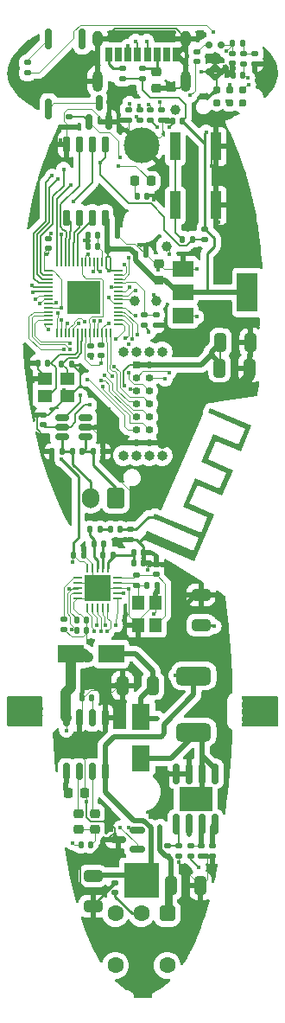
<source format=gtl>
%TF.GenerationSoftware,KiCad,Pcbnew,(6.99.0-3809-g2741d0eb4b)*%
%TF.CreationDate,2022-10-14T22:03:42-04:00*%
%TF.ProjectId,ButterflyBadge,42757474-6572-4666-9c79-42616467652e,rev?*%
%TF.SameCoordinates,Original*%
%TF.FileFunction,Copper,L1,Top*%
%TF.FilePolarity,Positive*%
%FSLAX46Y46*%
G04 Gerber Fmt 4.6, Leading zero omitted, Abs format (unit mm)*
G04 Created by KiCad (PCBNEW (6.99.0-3809-g2741d0eb4b)) date 2022-10-14 22:03:42*
%MOMM*%
%LPD*%
G01*
G04 APERTURE LIST*
G04 Aperture macros list*
%AMRoundRect*
0 Rectangle with rounded corners*
0 $1 Rounding radius*
0 $2 $3 $4 $5 $6 $7 $8 $9 X,Y pos of 4 corners*
0 Add a 4 corners polygon primitive as box body*
4,1,4,$2,$3,$4,$5,$6,$7,$8,$9,$2,$3,0*
0 Add four circle primitives for the rounded corners*
1,1,$1+$1,$2,$3*
1,1,$1+$1,$4,$5*
1,1,$1+$1,$6,$7*
1,1,$1+$1,$8,$9*
0 Add four rect primitives between the rounded corners*
20,1,$1+$1,$2,$3,$4,$5,0*
20,1,$1+$1,$4,$5,$6,$7,0*
20,1,$1+$1,$6,$7,$8,$9,0*
20,1,$1+$1,$8,$9,$2,$3,0*%
%AMRotRect*
0 Rectangle, with rotation*
0 The origin of the aperture is its center*
0 $1 length*
0 $2 width*
0 $3 Rotation angle, in degrees counterclockwise*
0 Add horizontal line*
21,1,$1,$2,0,0,$3*%
G04 Aperture macros list end*
%TA.AperFunction,SMDPad,CuDef*%
%ADD10RoundRect,0.140000X0.140000X0.170000X-0.140000X0.170000X-0.140000X-0.170000X0.140000X-0.170000X0*%
%TD*%
%TA.AperFunction,SMDPad,CuDef*%
%ADD11RoundRect,0.150000X0.150000X-0.825000X0.150000X0.825000X-0.150000X0.825000X-0.150000X-0.825000X0*%
%TD*%
%TA.AperFunction,ComponentPad*%
%ADD12C,0.500000*%
%TD*%
%TA.AperFunction,SMDPad,CuDef*%
%ADD13R,3.300000X2.410000*%
%TD*%
%TA.AperFunction,SMDPad,CuDef*%
%ADD14RoundRect,0.140000X-0.140000X-0.170000X0.140000X-0.170000X0.140000X0.170000X-0.140000X0.170000X0*%
%TD*%
%TA.AperFunction,SMDPad,CuDef*%
%ADD15RoundRect,0.135000X-0.185000X0.135000X-0.185000X-0.135000X0.185000X-0.135000X0.185000X0.135000X0*%
%TD*%
%TA.AperFunction,SMDPad,CuDef*%
%ADD16RoundRect,0.140000X-0.170000X0.140000X-0.170000X-0.140000X0.170000X-0.140000X0.170000X0.140000X0*%
%TD*%
%TA.AperFunction,SMDPad,CuDef*%
%ADD17R,1.800000X2.500000*%
%TD*%
%TA.AperFunction,SMDPad,CuDef*%
%ADD18RoundRect,0.225000X0.250000X-0.225000X0.250000X0.225000X-0.250000X0.225000X-0.250000X-0.225000X0*%
%TD*%
%TA.AperFunction,ComponentPad*%
%ADD19C,1.600000*%
%TD*%
%TA.AperFunction,ComponentPad*%
%ADD20RoundRect,0.400000X0.400000X-0.400000X0.400000X0.400000X-0.400000X0.400000X-0.400000X-0.400000X0*%
%TD*%
%TA.AperFunction,SMDPad,CuDef*%
%ADD21R,0.700000X1.400000*%
%TD*%
%TA.AperFunction,SMDPad,CuDef*%
%ADD22R,2.000000X1.500000*%
%TD*%
%TA.AperFunction,SMDPad,CuDef*%
%ADD23R,2.000000X3.800000*%
%TD*%
%TA.AperFunction,SMDPad,CuDef*%
%ADD24RoundRect,0.135000X0.185000X-0.135000X0.185000X0.135000X-0.185000X0.135000X-0.185000X-0.135000X0*%
%TD*%
%TA.AperFunction,SMDPad,CuDef*%
%ADD25RoundRect,0.225000X-0.225000X-0.250000X0.225000X-0.250000X0.225000X0.250000X-0.225000X0.250000X0*%
%TD*%
%TA.AperFunction,SMDPad,CuDef*%
%ADD26RoundRect,0.177500X-0.177500X0.822500X-0.177500X-0.822500X0.177500X-0.822500X0.177500X0.822500X0*%
%TD*%
%TA.AperFunction,SMDPad,CuDef*%
%ADD27RoundRect,0.150000X-0.150000X0.675000X-0.150000X-0.675000X0.150000X-0.675000X0.150000X0.675000X0*%
%TD*%
%TA.AperFunction,SMDPad,CuDef*%
%ADD28RoundRect,0.250000X-0.650000X0.325000X-0.650000X-0.325000X0.650000X-0.325000X0.650000X0.325000X0*%
%TD*%
%TA.AperFunction,SMDPad,CuDef*%
%ADD29RoundRect,0.140000X0.170000X-0.140000X0.170000X0.140000X-0.170000X0.140000X-0.170000X-0.140000X0*%
%TD*%
%TA.AperFunction,SMDPad,CuDef*%
%ADD30C,1.000000*%
%TD*%
%TA.AperFunction,SMDPad,CuDef*%
%ADD31RoundRect,0.150000X-0.150000X0.650000X-0.150000X-0.650000X0.150000X-0.650000X0.150000X0.650000X0*%
%TD*%
%TA.AperFunction,SMDPad,CuDef*%
%ADD32RoundRect,0.062500X0.062500X-0.350000X0.062500X0.350000X-0.062500X0.350000X-0.062500X-0.350000X0*%
%TD*%
%TA.AperFunction,SMDPad,CuDef*%
%ADD33RoundRect,0.062500X0.350000X-0.062500X0.350000X0.062500X-0.350000X0.062500X-0.350000X-0.062500X0*%
%TD*%
%TA.AperFunction,SMDPad,CuDef*%
%ADD34R,2.500000X2.500000*%
%TD*%
%TA.AperFunction,SMDPad,CuDef*%
%ADD35RoundRect,0.147500X0.147500X0.172500X-0.147500X0.172500X-0.147500X-0.172500X0.147500X-0.172500X0*%
%TD*%
%TA.AperFunction,SMDPad,CuDef*%
%ADD36RoundRect,0.225000X-0.250000X0.225000X-0.250000X-0.225000X0.250000X-0.225000X0.250000X0.225000X0*%
%TD*%
%TA.AperFunction,SMDPad,CuDef*%
%ADD37RoundRect,0.250000X-0.325000X-0.650000X0.325000X-0.650000X0.325000X0.650000X-0.325000X0.650000X0*%
%TD*%
%TA.AperFunction,SMDPad,CuDef*%
%ADD38RoundRect,0.218750X0.256250X-0.218750X0.256250X0.218750X-0.256250X0.218750X-0.256250X-0.218750X0*%
%TD*%
%TA.AperFunction,SMDPad,CuDef*%
%ADD39RoundRect,0.150000X0.587500X0.150000X-0.587500X0.150000X-0.587500X-0.150000X0.587500X-0.150000X0*%
%TD*%
%TA.AperFunction,SMDPad,CuDef*%
%ADD40R,2.500000X1.800000*%
%TD*%
%TA.AperFunction,SMDPad,CuDef*%
%ADD41RoundRect,0.050000X-0.387500X-0.050000X0.387500X-0.050000X0.387500X0.050000X-0.387500X0.050000X0*%
%TD*%
%TA.AperFunction,SMDPad,CuDef*%
%ADD42RoundRect,0.050000X-0.050000X-0.387500X0.050000X-0.387500X0.050000X0.387500X-0.050000X0.387500X0*%
%TD*%
%TA.AperFunction,SMDPad,CuDef*%
%ADD43R,3.200000X3.200000*%
%TD*%
%TA.AperFunction,SMDPad,CuDef*%
%ADD44RoundRect,0.147500X-0.147500X-0.172500X0.147500X-0.172500X0.147500X0.172500X-0.147500X0.172500X0*%
%TD*%
%TA.AperFunction,ConnectorPad*%
%ADD45RotRect,0.500000X0.500000X247.000000*%
%TD*%
%TA.AperFunction,ComponentPad*%
%ADD46RotRect,0.900000X0.500000X247.000000*%
%TD*%
%TA.AperFunction,SMDPad,CuDef*%
%ADD47R,1.400000X1.200000*%
%TD*%
%TA.AperFunction,SMDPad,CuDef*%
%ADD48RoundRect,0.135000X-0.135000X-0.185000X0.135000X-0.185000X0.135000X0.185000X-0.135000X0.185000X0*%
%TD*%
%TA.AperFunction,SMDPad,CuDef*%
%ADD49RoundRect,0.150000X0.150000X-0.587500X0.150000X0.587500X-0.150000X0.587500X-0.150000X-0.587500X0*%
%TD*%
%TA.AperFunction,ConnectorPad*%
%ADD50C,0.787400*%
%TD*%
%TA.AperFunction,SMDPad,CuDef*%
%ADD51C,0.700000*%
%TD*%
%TA.AperFunction,SMDPad,CuDef*%
%ADD52RoundRect,0.250000X0.650000X-0.325000X0.650000X0.325000X-0.650000X0.325000X-0.650000X-0.325000X0*%
%TD*%
%TA.AperFunction,ComponentPad*%
%ADD53O,1.000000X1.000000*%
%TD*%
%TA.AperFunction,SMDPad,CuDef*%
%ADD54R,0.750000X0.750000*%
%TD*%
%TA.AperFunction,SMDPad,CuDef*%
%ADD55O,0.750000X0.750000*%
%TD*%
%TA.AperFunction,SMDPad,CuDef*%
%ADD56RoundRect,0.218750X-0.218750X-0.256250X0.218750X-0.256250X0.218750X0.256250X-0.218750X0.256250X0*%
%TD*%
%TA.AperFunction,SMDPad,CuDef*%
%ADD57RoundRect,0.250000X0.325000X0.650000X-0.325000X0.650000X-0.325000X-0.650000X0.325000X-0.650000X0*%
%TD*%
%TA.AperFunction,SMDPad,CuDef*%
%ADD58RoundRect,0.150000X0.512500X0.150000X-0.512500X0.150000X-0.512500X-0.150000X0.512500X-0.150000X0*%
%TD*%
%TA.AperFunction,ComponentPad*%
%ADD59RoundRect,0.250000X0.600000X0.750000X-0.600000X0.750000X-0.600000X-0.750000X0.600000X-0.750000X0*%
%TD*%
%TA.AperFunction,ComponentPad*%
%ADD60O,1.700000X2.000000*%
%TD*%
%TA.AperFunction,SMDPad,CuDef*%
%ADD61R,1.000000X2.750000*%
%TD*%
%TA.AperFunction,SMDPad,CuDef*%
%ADD62R,1.200000X1.400000*%
%TD*%
%TA.AperFunction,SMDPad,CuDef*%
%ADD63RoundRect,0.450000X1.250000X-0.450000X1.250000X0.450000X-1.250000X0.450000X-1.250000X-0.450000X0*%
%TD*%
%TA.AperFunction,ComponentPad*%
%ADD64R,3.500000X3.500000*%
%TD*%
%TA.AperFunction,ComponentPad*%
%ADD65C,3.500000*%
%TD*%
%TA.AperFunction,ComponentPad*%
%ADD66O,1.000000X1.600000*%
%TD*%
%TA.AperFunction,ComponentPad*%
%ADD67O,1.000000X2.100000*%
%TD*%
%TA.AperFunction,ViaPad*%
%ADD68C,0.410000*%
%TD*%
%TA.AperFunction,ViaPad*%
%ADD69C,1.000000*%
%TD*%
%TA.AperFunction,Conductor*%
%ADD70C,0.095000*%
%TD*%
%TA.AperFunction,Conductor*%
%ADD71C,0.160000*%
%TD*%
%TA.AperFunction,Conductor*%
%ADD72C,0.250000*%
%TD*%
%TA.AperFunction,Conductor*%
%ADD73C,0.500000*%
%TD*%
%TA.AperFunction,Conductor*%
%ADD74C,1.000000*%
%TD*%
%TA.AperFunction,Conductor*%
%ADD75C,0.200000*%
%TD*%
G04 APERTURE END LIST*
%TO.C,AE1*%
G36*
X195831015Y-97783778D02*
G01*
X200341489Y-99698361D01*
X200888513Y-98409654D01*
X196378039Y-96495071D01*
X196573405Y-96034819D01*
X201083878Y-97949402D01*
X201748121Y-96384543D01*
X199317988Y-95353013D01*
X200490182Y-92591499D01*
X202920315Y-93623029D01*
X203584558Y-92058170D01*
X201154425Y-91026640D01*
X202326618Y-88265126D01*
X204756751Y-89296656D01*
X205420994Y-87731798D01*
X201794205Y-86192317D01*
X201989570Y-85732065D01*
X206076612Y-87466911D01*
X205021638Y-89952274D01*
X202591505Y-88920744D01*
X201810043Y-90761753D01*
X204240176Y-91793284D01*
X203185202Y-94278647D01*
X200755069Y-93247117D01*
X199973606Y-95088126D01*
X202403739Y-96119656D01*
X200450084Y-100722181D01*
X195703238Y-98707264D01*
X195479357Y-98612233D01*
X195609437Y-98305783D01*
X195735526Y-98305783D01*
X195736442Y-98314768D01*
X195751795Y-98362504D01*
X195781422Y-98401227D01*
X195821402Y-98428888D01*
X195867811Y-98443443D01*
X195916727Y-98442846D01*
X195964226Y-98425051D01*
X195992640Y-98401379D01*
X196018691Y-98360199D01*
X196032014Y-98311987D01*
X196031221Y-98262427D01*
X196014925Y-98217205D01*
X195991862Y-98189062D01*
X195950737Y-98162437D01*
X195902596Y-98149097D01*
X195852970Y-98150367D01*
X195807392Y-98167568D01*
X195790351Y-98180553D01*
X195760692Y-98217409D01*
X195741050Y-98261781D01*
X195735526Y-98305783D01*
X195609437Y-98305783D01*
X195831015Y-97783778D01*
G37*
%TD*%
D10*
%TO.P,R21,1*%
%TO.N,Net-(D516-K)*%
X190280000Y-128500000D03*
%TO.P,R21,2*%
%TO.N,/VUSB*%
X189320000Y-128500000D03*
%TD*%
%TO.P,R20,1*%
%TO.N,Net-(U2-ISET)*%
X190380000Y-114100000D03*
%TO.P,R20,2*%
%TO.N,GND*%
X189420000Y-114100000D03*
%TD*%
D11*
%TO.P,U4,1,EN*%
%TO.N,Net-(U4-EN)*%
X198670000Y-126475000D03*
%TO.P,U4,2,VCC*%
%TO.N,/BATTERY_RAW*%
X199940000Y-126475000D03*
%TO.P,U4,3,FB*%
%TO.N,Net-(U4-FB)*%
X201210000Y-126475000D03*
%TO.P,U4,4,SS*%
%TO.N,Net-(U4-SS)*%
X202480000Y-126475000D03*
%TO.P,U4,5,SW*%
%TO.N,Net-(D2-A)*%
X202480000Y-121525000D03*
%TO.P,U4,6,SW*%
X201210000Y-121525000D03*
%TO.P,U4,7,PGND*%
%TO.N,GND*%
X199940000Y-121525000D03*
%TO.P,U4,8,SGND*%
X198670000Y-121525000D03*
D12*
%TO.P,U4,9,SW*%
%TO.N,Net-(D2-A)*%
X199375000Y-124700000D03*
X200575000Y-124700000D03*
X201775000Y-124700000D03*
D13*
X200574999Y-123999999D03*
D12*
X199375000Y-123300000D03*
X200575000Y-123300000D03*
X201775000Y-123300000D03*
%TD*%
D14*
%TO.P,C1,1*%
%TO.N,+3V3*%
X194720000Y-70700000D03*
%TO.P,C1,2*%
%TO.N,GND*%
X195680000Y-70700000D03*
%TD*%
D15*
%TO.P,R19,1*%
%TO.N,Net-(U6-XC1)*%
X194800000Y-102090000D03*
%TO.P,R19,2*%
%TO.N,Net-(U6-XC2)*%
X194800000Y-103110000D03*
%TD*%
D16*
%TO.P,C9,1*%
%TO.N,Net-(U3-DVDD)*%
X190300000Y-79620000D03*
%TO.P,C9,2*%
%TO.N,GND*%
X190300000Y-80580000D03*
%TD*%
D17*
%TO.P,D2,1,K*%
%TO.N,/5V_UNSWITCHED*%
X195199999Y-115999999D03*
%TO.P,D2,2,A*%
%TO.N,Net-(D2-A)*%
X195199999Y-119999999D03*
%TD*%
D18*
%TO.P,C42,1*%
%TO.N,+3V3*%
X197000000Y-73175000D03*
%TO.P,C42,2*%
%TO.N,GND*%
X197000000Y-71625000D03*
%TD*%
D19*
%TO.P,SW3,*%
%TO.N,*%
X197800000Y-140290000D03*
X192720000Y-140290000D03*
D20*
%TO.P,SW3,1,A*%
%TO.N,+5V*%
X197800000Y-135210000D03*
D19*
%TO.P,SW3,2,B*%
%TO.N,/5V_UNSWITCHED*%
X195260000Y-135210000D03*
%TO.P,SW3,3,C*%
%TO.N,unconnected-(SW3-C)*%
X192720000Y-135210000D03*
%TD*%
D21*
%TO.P,U7,1,VCC2_IRED-A*%
%TO.N,Net-(U7-VCC2_IRED-A)*%
X192049999Y-51099999D03*
%TO.P,U7,2,IRED-K*%
%TO.N,unconnected-(U7-IRED-K)*%
X192999999Y-51099999D03*
%TO.P,U7,3,TXD*%
%TO.N,/IRDA_TX*%
X193949999Y-51099999D03*
%TO.P,U7,4,RXD*%
%TO.N,/IRDA_RX*%
X194899999Y-51099999D03*
%TO.P,U7,5,SD*%
%TO.N,/IRDA_SD*%
X195849999Y-51099999D03*
%TO.P,U7,6,VCC1*%
%TO.N,Net-(U7-VCC1)*%
X196799999Y-51099999D03*
%TO.P,U7,7*%
%TO.N,N/C*%
X197749999Y-51099999D03*
%TO.P,U7,8,GND*%
%TO.N,GND*%
X198699999Y-51099999D03*
%TD*%
D22*
%TO.P,U5,1,GND*%
%TO.N,GND*%
X199349999Y-72099999D03*
%TO.P,U5,2,VO*%
%TO.N,+3V3*%
X199349999Y-74399999D03*
D23*
X205649999Y-74399999D03*
D22*
%TO.P,U5,3,VI*%
%TO.N,+5V*%
X199349999Y-76699999D03*
%TD*%
D24*
%TO.P,R2,1*%
%TO.N,Net-(U1-~{CS})*%
X201500000Y-69210000D03*
%TO.P,R2,2*%
%TO.N,+3V3*%
X201500000Y-68190000D03*
%TD*%
D25*
%TO.P,C45,1*%
%TO.N,/BATTERY_RAW*%
X188125000Y-123400000D03*
%TO.P,C45,2*%
%TO.N,GND*%
X189675000Y-123400000D03*
%TD*%
D14*
%TO.P,C46,1*%
%TO.N,+3V3*%
X188620000Y-100100000D03*
%TO.P,C46,2*%
%TO.N,GND*%
X189580000Y-100100000D03*
%TD*%
D15*
%TO.P,R15,1*%
%TO.N,Net-(U6-IREF)*%
X187700000Y-106390000D03*
%TO.P,R15,2*%
%TO.N,GND*%
X187700000Y-107410000D03*
%TD*%
D26*
%TO.P,BZ1,*%
%TO.N,*%
X189450000Y-49600000D03*
%TO.P,BZ1,1,-*%
%TO.N,Net-(BZ1--)*%
X186150000Y-49600000D03*
%TO.P,BZ1,2,+*%
%TO.N,Net-(BZ1-+)*%
X186150000Y-56400000D03*
%TD*%
D27*
%TO.P,U2,1,TEMP*%
%TO.N,GND*%
X191705000Y-116075000D03*
%TO.P,U2,2,ISET*%
%TO.N,Net-(U2-ISET)*%
X190435000Y-116075000D03*
%TO.P,U2,3,GND*%
%TO.N,GND*%
X189165000Y-116075000D03*
%TO.P,U2,4,VIN*%
%TO.N,/VUSB*%
X187895000Y-116075000D03*
%TO.P,U2,5,BAT*%
%TO.N,/BATTERY_RAW*%
X187895000Y-121325000D03*
%TO.P,U2,6,DONE*%
%TO.N,Net-(D516-A)*%
X189165000Y-121325000D03*
%TO.P,U2,7,CHRG*%
%TO.N,Net-(D517-A)*%
X190435000Y-121325000D03*
%TO.P,U2,8,FB*%
%TO.N,/BATTERY_RAW*%
X191705000Y-121325000D03*
%TD*%
D28*
%TO.P,C44,1*%
%TO.N,/BATTERY_RAW*%
X190500000Y-131549999D03*
%TO.P,C44,2*%
%TO.N,GND*%
X190500000Y-134499999D03*
%TD*%
D14*
%TO.P,C18,1*%
%TO.N,Net-(U6-DVDD)*%
X188920000Y-106500000D03*
%TO.P,C18,2*%
%TO.N,GND*%
X189880000Y-106500000D03*
%TD*%
D10*
%TO.P,C31,1*%
%TO.N,Net-(M1-+)*%
X189479999Y-90000000D03*
%TO.P,C31,2*%
%TO.N,Net-(M1--)*%
X188519999Y-90000000D03*
%TD*%
D15*
%TO.P,R3,1*%
%TO.N,/RST*%
X191300000Y-79580000D03*
%TO.P,R3,2*%
%TO.N,+3V3*%
X191300000Y-80600000D03*
%TD*%
D29*
%TO.P,C29,1*%
%TO.N,+5V*%
X185600000Y-87380000D03*
%TO.P,C29,2*%
%TO.N,GND*%
X185600000Y-86420000D03*
%TD*%
D30*
%TO.P,TP1,1,1*%
%TO.N,Net-(U3-GPIO23)*%
X194600000Y-75200000D03*
%TD*%
D31*
%TO.P,U1,1,~{CS}*%
%TO.N,Net-(U1-~{CS})*%
X191705000Y-59900000D03*
%TO.P,U1,2,DO(IO1)*%
%TO.N,Net-(U1-DO(IO1))*%
X190435000Y-59900000D03*
%TO.P,U1,3,IO2*%
%TO.N,Net-(U1-IO2)*%
X189165000Y-59900000D03*
%TO.P,U1,4,GND*%
%TO.N,GND*%
X187895000Y-59900000D03*
%TO.P,U1,5,DI(IO0)*%
%TO.N,Net-(U1-DI(IO0))*%
X187895000Y-67100000D03*
%TO.P,U1,6,CLK*%
%TO.N,Net-(U1-CLK)*%
X189165000Y-67100000D03*
%TO.P,U1,7,IO3*%
%TO.N,Net-(U1-IO3)*%
X190435000Y-67100000D03*
%TO.P,U1,8,VCC*%
%TO.N,+3V3*%
X191705000Y-67100000D03*
%TD*%
D32*
%TO.P,U6,1,CE*%
%TO.N,/NRF_CE*%
X189975000Y-105287500D03*
%TO.P,U6,2,CSN*%
%TO.N,/NRF_CS*%
X190475000Y-105287500D03*
%TO.P,U6,3,SCK*%
%TO.N,/SCK*%
X190975000Y-105287500D03*
%TO.P,U6,4,MOSI*%
%TO.N,/COPI*%
X191475000Y-105287500D03*
%TO.P,U6,5,MISO*%
%TO.N,/CIPO*%
X191975000Y-105287500D03*
D33*
%TO.P,U6,6,IRQ*%
%TO.N,/NRF_IRQ*%
X192912500Y-104350000D03*
%TO.P,U6,7,VDD*%
%TO.N,+3V3*%
X192912500Y-103850000D03*
%TO.P,U6,8,VSS*%
%TO.N,GND*%
X192912500Y-103350000D03*
%TO.P,U6,9,XC2*%
%TO.N,Net-(U6-XC2)*%
X192912500Y-102850000D03*
%TO.P,U6,10,XC1*%
%TO.N,Net-(U6-XC1)*%
X192912500Y-102350000D03*
D32*
%TO.P,U6,11,VDD_PA*%
%TO.N,Net-(U6-VDD_PA)*%
X191975000Y-101412500D03*
%TO.P,U6,12,ANT1*%
%TO.N,Net-(U6-ANT1)*%
X191475000Y-101412500D03*
%TO.P,U6,13,ANT2*%
%TO.N,Net-(U6-ANT2)*%
X190975000Y-101412500D03*
%TO.P,U6,14,VSS*%
%TO.N,GND*%
X190475000Y-101412500D03*
%TO.P,U6,15,VDD*%
%TO.N,+3V3*%
X189975000Y-101412500D03*
D33*
%TO.P,U6,16,IREF*%
%TO.N,Net-(U6-IREF)*%
X189037500Y-102350000D03*
%TO.P,U6,17,VSS*%
%TO.N,GND*%
X189037500Y-102850000D03*
%TO.P,U6,18,VDD*%
%TO.N,+3V3*%
X189037500Y-103350000D03*
%TO.P,U6,19,DVDD*%
%TO.N,Net-(U6-DVDD)*%
X189037500Y-103850000D03*
%TO.P,U6,20,VSS*%
%TO.N,GND*%
X189037500Y-104350000D03*
D34*
%TO.P,U6,21,EP*%
X190974999Y-103349999D03*
%TD*%
D24*
%TO.P,R18,1*%
%TO.N,+3V3*%
X195400000Y-53510000D03*
%TO.P,R18,2*%
%TO.N,Net-(U7-VCC1)*%
X195400000Y-52490000D03*
%TD*%
D15*
%TO.P,R7,1*%
%TO.N,/USB_D+*%
X196100000Y-56490000D03*
%TO.P,R7,2*%
%TO.N,/USB_RES+*%
X196100000Y-57510000D03*
%TD*%
D35*
%TO.P,L3,1*%
%TO.N,Net-(U6-ANT1)*%
X191585000Y-99000000D03*
%TO.P,L3,2*%
%TO.N,Net-(U6-ANT2)*%
X190615000Y-99000000D03*
%TD*%
D36*
%TO.P,C26,1*%
%TO.N,Net-(U7-VCC1)*%
X196700000Y-52825000D03*
%TO.P,C26,2*%
%TO.N,GND*%
X196700000Y-54375000D03*
%TD*%
D29*
%TO.P,C41,1*%
%TO.N,Net-(U6-XC1)*%
X196700000Y-101980000D03*
%TO.P,C41,2*%
%TO.N,GND*%
X196700000Y-101020000D03*
%TD*%
D15*
%TO.P,R6,1*%
%TO.N,/USB_D-*%
X195100000Y-56490000D03*
%TO.P,R6,2*%
%TO.N,/USB_RES-*%
X195100000Y-57510000D03*
%TD*%
D37*
%TO.P,C15,1*%
%TO.N,+5V*%
X203025000Y-79300000D03*
%TO.P,C15,2*%
%TO.N,GND*%
X205975000Y-79300000D03*
%TD*%
%TO.P,C22,1*%
%TO.N,+5V*%
X202925000Y-81800000D03*
%TO.P,C22,2*%
%TO.N,GND*%
X205875000Y-81800000D03*
%TD*%
D24*
%TO.P,R23,1*%
%TO.N,+5V*%
X184100000Y-52919999D03*
%TO.P,R23,2*%
%TO.N,Net-(BZ1--)*%
X184100000Y-51899999D03*
%TD*%
D38*
%TO.P,D516,1,K*%
%TO.N,Net-(D516-K)*%
X189100000Y-126987500D03*
%TO.P,D516,2,A*%
%TO.N,Net-(D516-A)*%
X189100000Y-125412500D03*
%TD*%
D29*
%TO.P,C16,1*%
%TO.N,/5V_UNSWITCHED*%
X192700000Y-133180000D03*
%TO.P,C16,2*%
%TO.N,GND*%
X192700000Y-132220000D03*
%TD*%
D10*
%TO.P,C20,1*%
%TO.N,/AMBIENT_LIGHT*%
X205180000Y-53100000D03*
%TO.P,C20,2*%
%TO.N,GND*%
X204220000Y-53100000D03*
%TD*%
D30*
%TO.P,TP3,1,1*%
%TO.N,Net-(U3-GPIO25)*%
X197700000Y-69900000D03*
%TD*%
D14*
%TO.P,C47,1*%
%TO.N,Net-(U6-VDD_PA)*%
X194520000Y-99900000D03*
%TO.P,C47,2*%
%TO.N,GND*%
X195480000Y-99900000D03*
%TD*%
D39*
%TO.P,U8,1,VCC*%
%TO.N,+3V3*%
X194837500Y-128950000D03*
%TO.P,U8,2,OUTPUT*%
%TO.N,/HALL_SENSOR*%
X194837500Y-127050000D03*
%TO.P,U8,3,GND*%
%TO.N,GND*%
X192962500Y-128000000D03*
%TD*%
D10*
%TO.P,C6,1*%
%TO.N,+1V1*%
X190980000Y-68800000D03*
%TO.P,C6,2*%
%TO.N,GND*%
X190020000Y-68800000D03*
%TD*%
D40*
%TO.P,D1,1,K*%
%TO.N,/5V_UNSWITCHED*%
X192299999Y-109799999D03*
%TO.P,D1,2,A*%
%TO.N,/VUSB*%
X188299999Y-109799999D03*
%TD*%
D41*
%TO.P,U3,1,IOVDD*%
%TO.N,+3V3*%
X186162500Y-72300000D03*
%TO.P,U3,2,GPIO0*%
%TO.N,/IRDA_TX*%
X186162500Y-72700000D03*
%TO.P,U3,3,GPIO1*%
%TO.N,/IRDA_RX*%
X186162500Y-73100000D03*
%TO.P,U3,4,GPIO2*%
%TO.N,/IRDA_SD*%
X186162500Y-73500000D03*
%TO.P,U3,5,GPIO3*%
%TO.N,/HALL_SENSOR*%
X186162500Y-73900000D03*
%TO.P,U3,6,GPIO4*%
%TO.N,/NRF_CE*%
X186162500Y-74300000D03*
%TO.P,U3,7,GPIO5*%
%TO.N,/NRF_CS*%
X186162500Y-74700000D03*
%TO.P,U3,8,GPIO6*%
%TO.N,/SCK*%
X186162500Y-75100000D03*
%TO.P,U3,9,GPIO7*%
%TO.N,/COPI*%
X186162500Y-75500000D03*
%TO.P,U3,10,IOVDD*%
%TO.N,+3V3*%
X186162500Y-75900000D03*
%TO.P,U3,11,GPIO8*%
%TO.N,/CIPO*%
X186162500Y-76300000D03*
%TO.P,U3,12,GPIO9*%
%TO.N,/NRF_IRQ*%
X186162500Y-76700000D03*
%TO.P,U3,13,GPIO10*%
%TO.N,/MOTOR_B*%
X186162500Y-77100000D03*
%TO.P,U3,14,GPIO11*%
%TO.N,/MOTOR_A*%
X186162500Y-77500000D03*
D42*
%TO.P,U3,15,GPIO12*%
%TO.N,/STBD_GP1*%
X187000000Y-78337500D03*
%TO.P,U3,16,GPIO13*%
%TO.N,/PORT_GP1*%
X187400000Y-78337500D03*
%TO.P,U3,17,GPIO14*%
%TO.N,/STBD_GP0*%
X187800000Y-78337500D03*
%TO.P,U3,18,GPIO15*%
%TO.N,/PORT_GP0*%
X188200000Y-78337500D03*
%TO.P,U3,19,TESTEN*%
%TO.N,GND*%
X188600000Y-78337500D03*
%TO.P,U3,20,XIN*%
%TO.N,Net-(U3-XIN)*%
X189000000Y-78337500D03*
%TO.P,U3,21,XOUT*%
%TO.N,Net-(U3-XOUT)*%
X189400000Y-78337500D03*
%TO.P,U3,22,IOVDD*%
%TO.N,+3V3*%
X189800000Y-78337500D03*
%TO.P,U3,23,DVDD*%
%TO.N,Net-(U3-DVDD)*%
X190200000Y-78337500D03*
%TO.P,U3,24,SWCLK*%
%TO.N,Net-(P1-SWCLK{slash}TCK)*%
X190600000Y-78337500D03*
%TO.P,U3,25,SWD*%
%TO.N,Net-(P1-SWDIO{slash}TMS)*%
X191000000Y-78337500D03*
%TO.P,U3,26,RUN*%
%TO.N,/RST*%
X191400000Y-78337500D03*
%TO.P,U3,27,GPIO16*%
%TO.N,/SDA*%
X191800000Y-78337500D03*
%TO.P,U3,28,GPIO17*%
%TO.N,/SCL*%
X192200000Y-78337500D03*
D41*
%TO.P,U3,29,GPIO18*%
%TO.N,/STBD_LED_2*%
X193037500Y-77500000D03*
%TO.P,U3,30,GPIO19*%
%TO.N,/PORT_LED_2*%
X193037500Y-77100000D03*
%TO.P,U3,31,GPIO20*%
%TO.N,/STBD_LED_1*%
X193037500Y-76700000D03*
%TO.P,U3,32,GPIO21*%
%TO.N,/PORT_LED_1*%
X193037500Y-76300000D03*
%TO.P,U3,33,IOVDD*%
%TO.N,+3V3*%
X193037500Y-75900000D03*
%TO.P,U3,34,GPIO22*%
%TO.N,/LED*%
X193037500Y-75500000D03*
%TO.P,U3,35,GPIO23*%
%TO.N,Net-(U3-GPIO23)*%
X193037500Y-75100000D03*
%TO.P,U3,36,GPIO24*%
%TO.N,Net-(U3-GPIO24)*%
X193037500Y-74700000D03*
%TO.P,U3,37,GPIO25*%
%TO.N,Net-(U3-GPIO25)*%
X193037500Y-74300000D03*
%TO.P,U3,38,GPIO26_ADC0*%
%TO.N,/BUZZER*%
X193037500Y-73900000D03*
%TO.P,U3,39,GPIO27_ADC1*%
%TO.N,Net-(U3-GPIO27_ADC1)*%
X193037500Y-73500000D03*
%TO.P,U3,40,GPIO28_ADC2*%
%TO.N,/AMBIENT_LIGHT*%
X193037500Y-73100000D03*
%TO.P,U3,41,GPIO29_ADC3*%
%TO.N,/MIC_OUT*%
X193037500Y-72700000D03*
%TO.P,U3,42,IOVDD*%
%TO.N,+3V3*%
X193037500Y-72300000D03*
D42*
%TO.P,U3,43,ADC_AVDD*%
X192200000Y-71462500D03*
%TO.P,U3,44,VREG_IN*%
X191800000Y-71462500D03*
%TO.P,U3,45,VREG_VOUT*%
%TO.N,+1V1*%
X191400000Y-71462500D03*
%TO.P,U3,46,USB_DM*%
%TO.N,/USB_RES+*%
X191000000Y-71462500D03*
%TO.P,U3,47,USB_DP*%
%TO.N,/USB_RES-*%
X190600000Y-71462500D03*
%TO.P,U3,48,USB_VDD*%
%TO.N,+3V3*%
X190200000Y-71462500D03*
%TO.P,U3,49,IOVDD*%
X189800000Y-71462500D03*
%TO.P,U3,50,DVDD*%
%TO.N,Net-(U3-DVDD)*%
X189400000Y-71462500D03*
%TO.P,U3,51,QSPI_SD3*%
%TO.N,Net-(U1-IO3)*%
X189000000Y-71462500D03*
%TO.P,U3,52,QSPI_SCLK*%
%TO.N,Net-(U1-CLK)*%
X188600000Y-71462500D03*
%TO.P,U3,53,QSPI_SD0*%
%TO.N,Net-(U1-DI(IO0))*%
X188200000Y-71462500D03*
%TO.P,U3,54,QSPI_SD2*%
%TO.N,Net-(U1-IO2)*%
X187800000Y-71462500D03*
%TO.P,U3,55,QSPI_SD1*%
%TO.N,Net-(U1-DO(IO1))*%
X187400000Y-71462500D03*
%TO.P,U3,56,QSPI_SS*%
%TO.N,Net-(U1-~{CS})*%
X187000000Y-71462500D03*
D43*
%TO.P,U3,57,GND*%
%TO.N,GND*%
X189599999Y-74899999D03*
%TD*%
D10*
%TO.P,C30,1*%
%TO.N,GND*%
X191480000Y-90000000D03*
%TO.P,C30,2*%
%TO.N,Net-(M1-+)*%
X190520000Y-90000000D03*
%TD*%
%TO.P,C13,1*%
%TO.N,+3V3*%
X199280000Y-57600000D03*
%TO.P,C13,2*%
%TO.N,GND*%
X198320000Y-57600000D03*
%TD*%
D44*
%TO.P,L4,1*%
%TO.N,Net-(U6-ANT2)*%
X190215000Y-97600000D03*
%TO.P,L4,2*%
%TO.N,Net-(C27-Pad1)*%
X191185000Y-97600000D03*
%TD*%
D10*
%TO.P,C2,1*%
%TO.N,Net-(U3-XIN)*%
X186080000Y-81300000D03*
%TO.P,C2,2*%
%TO.N,GND*%
X185120000Y-81300000D03*
%TD*%
D38*
%TO.P,D517,1,K*%
%TO.N,Net-(D516-K)*%
X190700000Y-126987500D03*
%TO.P,D517,2,A*%
%TO.N,Net-(D517-A)*%
X190700000Y-125412500D03*
%TD*%
D29*
%TO.P,C10,1*%
%TO.N,+3V3*%
X186100000Y-70080000D03*
%TO.P,C10,2*%
%TO.N,GND*%
X186100000Y-69120000D03*
%TD*%
D16*
%TO.P,C33,1*%
%TO.N,+3V3*%
X204200000Y-51020000D03*
%TO.P,C33,2*%
%TO.N,GND*%
X204200000Y-51980000D03*
%TD*%
%TO.P,C43,1*%
%TO.N,Net-(U4-SS)*%
X202200000Y-128620000D03*
%TO.P,C43,2*%
%TO.N,GND*%
X202200000Y-129580000D03*
%TD*%
D15*
%TO.P,R4,1*%
%TO.N,Net-(J1-CC1)*%
X194000000Y-56490000D03*
%TO.P,R4,2*%
%TO.N,GND*%
X194000000Y-57510000D03*
%TD*%
D45*
%TO.P,AE1,1,A*%
%TO.N,Net-(AE1-A)*%
X196705847Y-96362627D03*
D46*
%TO.P,AE1,2,Shield*%
%TO.N,GND*%
X195885312Y-98295687D03*
%TD*%
D37*
%TO.P,C25,1*%
%TO.N,+5V*%
X198125000Y-132500000D03*
%TO.P,C25,2*%
%TO.N,GND*%
X201075000Y-132500000D03*
%TD*%
D47*
%TO.P,Y1,1,1*%
%TO.N,Net-(U3-XIN)*%
X185799999Y-84549999D03*
%TO.P,Y1,2,2*%
%TO.N,GND*%
X187999999Y-84549999D03*
%TO.P,Y1,3,3*%
%TO.N,Net-(U3-XOUT)*%
X187999999Y-82849999D03*
%TO.P,Y1,4,4*%
%TO.N,GND*%
X185799999Y-82849999D03*
%TD*%
D15*
%TO.P,R16,1*%
%TO.N,Net-(Q1-E)*%
X205300000Y-50990000D03*
%TO.P,R16,2*%
%TO.N,/AMBIENT_LIGHT*%
X205300000Y-52010000D03*
%TD*%
D48*
%TO.P,Q1,1,C*%
%TO.N,+3V3*%
X204190000Y-50000000D03*
%TO.P,Q1,2,E*%
%TO.N,Net-(Q1-E)*%
X205210000Y-50000000D03*
%TD*%
D49*
%TO.P,Q2,1,G*%
%TO.N,/BUZZER*%
X190150000Y-57737500D03*
%TO.P,Q2,2,S*%
%TO.N,GND*%
X192050000Y-57737500D03*
%TO.P,Q2,3,D*%
%TO.N,Net-(BZ1-+)*%
X191100000Y-55862500D03*
%TD*%
D14*
%TO.P,C24,1*%
%TO.N,Net-(U6-XC2)*%
X195820000Y-103100000D03*
%TO.P,C24,2*%
%TO.N,GND*%
X196780000Y-103100000D03*
%TD*%
D50*
%TO.P,P1,1,VCC*%
%TO.N,+3V3*%
X205170000Y-54565000D03*
%TO.P,P1,2,SWDIO/TMS*%
%TO.N,Net-(P1-SWDIO{slash}TMS)*%
X205170000Y-55835000D03*
%TO.P,P1,3,~{RESET}*%
%TO.N,/RST*%
X203900000Y-54565000D03*
%TO.P,P1,4,SWCLK/TCK*%
%TO.N,Net-(P1-SWCLK{slash}TCK)*%
X203900000Y-55835000D03*
%TO.P,P1,5,GND*%
%TO.N,GND*%
X202630000Y-54565000D03*
%TO.P,P1,6,SWO/TDO*%
%TO.N,unconnected-(P1-SWO{slash}TDO)*%
X202630000Y-55835000D03*
%TD*%
D51*
%TO.P,U25,1,VCC*%
%TO.N,+3V3*%
X203075000Y-50170000D03*
%TO.P,U25,2,GND*%
%TO.N,GND*%
X203075000Y-52830000D03*
%TO.P,U25,3,GND*%
X201925000Y-52830000D03*
%TO.P,U25,4,OUT*%
%TO.N,Net-(U25-OUT)*%
X201925000Y-50170000D03*
%TD*%
D52*
%TO.P,C35,1*%
%TO.N,+5V*%
X201100000Y-106975000D03*
%TO.P,C35,2*%
%TO.N,GND*%
X201100000Y-104025000D03*
%TD*%
D14*
%TO.P,R22,1*%
%TO.N,Net-(D518-K)*%
X194820000Y-65000000D03*
%TO.P,R22,2*%
%TO.N,GND*%
X195780000Y-65000000D03*
%TD*%
D24*
%TO.P,R17,1*%
%TO.N,+3V3*%
X193400000Y-53500000D03*
%TO.P,R17,2*%
%TO.N,Net-(U7-VCC2_IRED-A)*%
X193400000Y-52480000D03*
%TD*%
D16*
%TO.P,C34,1*%
%TO.N,Net-(U25-OUT)*%
X200700000Y-50820000D03*
%TO.P,C34,2*%
%TO.N,/MIC_OUT*%
X200700000Y-51780000D03*
%TD*%
D10*
%TO.P,C32,1*%
%TO.N,Net-(M1--)*%
X187480000Y-90000000D03*
%TO.P,C32,2*%
%TO.N,GND*%
X186520000Y-90000000D03*
%TD*%
%TO.P,C23,1*%
%TO.N,GND*%
X195480000Y-100900000D03*
%TO.P,C23,2*%
%TO.N,Net-(U6-VDD_PA)*%
X194520000Y-100900000D03*
%TD*%
D53*
%TO.P,J4,*%
%TO.N,*%
X193494999Y-80219999D03*
X193494999Y-90379999D03*
X194764999Y-80219999D03*
X194764999Y-90379999D03*
X196034999Y-80219999D03*
X196034999Y-90379999D03*
X197304999Y-80219999D03*
X197304999Y-90379999D03*
D54*
%TO.P,J4,1,Pin_1*%
%TO.N,+5V*%
X194764999Y-81489999D03*
D55*
%TO.P,J4,2,Pin_2*%
X196034999Y-81489999D03*
%TO.P,J4,3,Pin_3*%
%TO.N,/STBD_LED_1*%
X194764999Y-82759999D03*
%TO.P,J4,4,Pin_4*%
%TO.N,/PORT_LED_1*%
X196034999Y-82759999D03*
%TO.P,J4,5,Pin_5*%
%TO.N,/STBD_LED_2*%
X194764999Y-84029999D03*
%TO.P,J4,6,Pin_6*%
%TO.N,/PORT_LED_2*%
X196034999Y-84029999D03*
%TO.P,J4,7,Pin_7*%
%TO.N,/SCL*%
X194764999Y-85299999D03*
%TO.P,J4,8,Pin_8*%
%TO.N,/SDA*%
X196034999Y-85299999D03*
%TO.P,J4,9,Pin_9*%
%TO.N,/STBD_GP0*%
X194764999Y-86569999D03*
%TO.P,J4,10,Pin_10*%
%TO.N,/PORT_GP0*%
X196034999Y-86569999D03*
%TO.P,J4,11,Pin_11*%
%TO.N,/STBD_GP1*%
X194764999Y-87839999D03*
%TO.P,J4,12,Pin_12*%
%TO.N,/PORT_GP1*%
X196034999Y-87839999D03*
%TO.P,J4,13,Pin_13*%
%TO.N,GND*%
X194764999Y-89109999D03*
%TO.P,J4,14,Pin_14*%
X196034999Y-89109999D03*
%TD*%
D14*
%TO.P,C11,1*%
%TO.N,+3V3*%
X191920000Y-68800000D03*
%TO.P,C11,2*%
%TO.N,GND*%
X192880000Y-68800000D03*
%TD*%
D24*
%TO.P,R12,1*%
%TO.N,/5V_UNSWITCHED*%
X200100000Y-129600001D03*
%TO.P,R12,2*%
%TO.N,Net-(U4-FB)*%
X200100000Y-128580001D03*
%TD*%
D14*
%TO.P,C27,1*%
%TO.N,Net-(C27-Pad1)*%
X192240000Y-97600000D03*
%TO.P,C27,2*%
%TO.N,Net-(AE1-A)*%
X193200000Y-97600000D03*
%TD*%
D15*
%TO.P,R5,1*%
%TO.N,Net-(J1-CC2)*%
X197200000Y-56490000D03*
%TO.P,R5,2*%
%TO.N,GND*%
X197200000Y-57510000D03*
%TD*%
D48*
%TO.P,R1,1*%
%TO.N,Net-(R1-Pad1)*%
X199290000Y-69200000D03*
%TO.P,R1,2*%
%TO.N,Net-(U1-~{CS})*%
X200310000Y-69200000D03*
%TD*%
D56*
%TO.P,D518,1,K*%
%TO.N,Net-(D518-K)*%
X194612500Y-63500000D03*
%TO.P,D518,2,A*%
%TO.N,/LED*%
X196187500Y-63500000D03*
%TD*%
D57*
%TO.P,C21,1*%
%TO.N,/5V_UNSWITCHED*%
X196375000Y-112900000D03*
%TO.P,C21,2*%
%TO.N,GND*%
X193425000Y-112900000D03*
%TD*%
D58*
%TO.P,U9,1,OUTB*%
%TO.N,Net-(M1-+)*%
X189737500Y-88550000D03*
%TO.P,U9,2,GND*%
%TO.N,GND*%
X189737500Y-87600000D03*
%TO.P,U9,3,INB*%
%TO.N,/MOTOR_A*%
X189737500Y-86650000D03*
%TO.P,U9,4,INA*%
%TO.N,/MOTOR_B*%
X187462500Y-86650000D03*
%TO.P,U9,5,VDD*%
%TO.N,+5V*%
X187462500Y-87600000D03*
%TO.P,U9,6,OUTA*%
%TO.N,Net-(M1--)*%
X187462500Y-88550000D03*
%TD*%
D59*
%TO.P,M1,1,+*%
%TO.N,Net-(M1-+)*%
X192750000Y-94525000D03*
D60*
%TO.P,M1,2,-*%
%TO.N,Net-(M1--)*%
X190249999Y-94524999D03*
%TD*%
D14*
%TO.P,C17,1*%
%TO.N,+3V3*%
X188920000Y-107500000D03*
%TO.P,C17,2*%
%TO.N,GND*%
X189880000Y-107500000D03*
%TD*%
D61*
%TO.P,SW1,1,1*%
%TO.N,GND*%
X202599999Y-60119999D03*
X202599999Y-65879999D03*
%TO.P,SW1,2,2*%
%TO.N,Net-(R1-Pad1)*%
X198599999Y-60119999D03*
X198599999Y-65879999D03*
%TD*%
D15*
%TO.P,R24,1*%
%TO.N,/BUZZER*%
X188200000Y-57190000D03*
%TO.P,R24,2*%
%TO.N,GND*%
X188200000Y-58210000D03*
%TD*%
D62*
%TO.P,Y2,1,1*%
%TO.N,Net-(U6-XC1)*%
X196649999Y-106999999D03*
%TO.P,Y2,2,2*%
%TO.N,GND*%
X196649999Y-104799999D03*
%TO.P,Y2,3,3*%
%TO.N,Net-(U6-XC2)*%
X194949999Y-104799999D03*
%TO.P,Y2,4,4*%
%TO.N,GND*%
X194949999Y-106999999D03*
%TD*%
D24*
%TO.P,R10,1*%
%TO.N,/BATTERY_RAW*%
X195500000Y-77610000D03*
%TO.P,R10,2*%
%TO.N,Net-(U3-GPIO27_ADC1)*%
X195500000Y-76590000D03*
%TD*%
D15*
%TO.P,R9,1*%
%TO.N,Net-(U4-EN)*%
X198900000Y-128590000D03*
%TO.P,R9,2*%
%TO.N,GND*%
X198900000Y-129610000D03*
%TD*%
D29*
%TO.P,C28,1*%
%TO.N,GND*%
X194200000Y-98580000D03*
%TO.P,C28,2*%
%TO.N,Net-(AE1-A)*%
X194200000Y-97620000D03*
%TD*%
D15*
%TO.P,R11,1*%
%TO.N,Net-(U3-GPIO27_ADC1)*%
X196700000Y-76590000D03*
%TO.P,R11,2*%
%TO.N,GND*%
X196700000Y-77610000D03*
%TD*%
D14*
%TO.P,C4,1*%
%TO.N,Net-(U3-XOUT)*%
X187440000Y-81400000D03*
%TO.P,C4,2*%
%TO.N,GND*%
X188400000Y-81400000D03*
%TD*%
D63*
%TO.P,L1,1*%
%TO.N,/BATTERY_RAW*%
X200400000Y-111950000D03*
%TO.P,L1,2*%
%TO.N,Net-(D2-A)*%
X200400000Y-117450000D03*
%TD*%
D30*
%TO.P,TP2,1,1*%
%TO.N,Net-(U3-GPIO24)*%
X196700000Y-75200000D03*
%TD*%
D35*
%TO.P,L2,1*%
%TO.N,Net-(U6-VDD_PA)*%
X192485000Y-100100000D03*
%TO.P,L2,2*%
%TO.N,Net-(U6-ANT1)*%
X191515000Y-100100000D03*
%TD*%
D24*
%TO.P,R8,1*%
%TO.N,+5V*%
X197800000Y-129610000D03*
%TO.P,R8,2*%
%TO.N,Net-(U4-EN)*%
X197800000Y-128590000D03*
%TD*%
D10*
%TO.P,C5,1*%
%TO.N,+1V1*%
X190980000Y-69900000D03*
%TO.P,C5,2*%
%TO.N,GND*%
X190020000Y-69900000D03*
%TD*%
D15*
%TO.P,R14,1*%
%TO.N,Net-(Q1-E)*%
X206400000Y-50990000D03*
%TO.P,R14,2*%
%TO.N,GND*%
X206400000Y-52010000D03*
%TD*%
%TO.P,R13,1*%
%TO.N,Net-(U4-FB)*%
X201100000Y-128590000D03*
%TO.P,R13,2*%
%TO.N,GND*%
X201100000Y-129610000D03*
%TD*%
D64*
%TO.P,BT1,1,+*%
%TO.N,/BATTERY_RAW*%
X195299999Y-131999999D03*
D65*
%TO.P,BT1,2,-*%
%TO.N,GND*%
X195300000Y-60000000D03*
%TD*%
D66*
%TO.P,J1,S1,SHIELD*%
%TO.N,GND*%
X190979999Y-49549999D03*
D67*
X190979999Y-53729999D03*
D66*
X199619999Y-49549999D03*
D67*
X199619999Y-53729999D03*
%TD*%
D68*
%TO.N,/AMBIENT_LIGHT*%
X205700000Y-53400000D03*
%TO.N,GND*%
X203700000Y-60100000D03*
X207600000Y-54100000D03*
X191100000Y-103600000D03*
X199600000Y-82900000D03*
X197200000Y-83800000D03*
X200200000Y-79000000D03*
X194014388Y-79479486D03*
X192100000Y-85800000D03*
X203100000Y-77700000D03*
%TO.N,+5V*%
X202100000Y-80500000D03*
%TO.N,GND*%
X205800000Y-83300000D03*
X196900000Y-72200000D03*
X197400000Y-77700000D03*
X191900000Y-96400000D03*
X193690000Y-89110000D03*
X197100000Y-89200000D03*
X191900000Y-89000000D03*
X198000000Y-58200000D03*
X202100000Y-62000000D03*
X203400000Y-52300000D03*
X206500000Y-52500000D03*
X201100000Y-52800000D03*
X195800000Y-70100000D03*
X189700000Y-69300000D03*
X202800000Y-67500000D03*
X200700000Y-72100000D03*
%TO.N,+3V3*%
X201600000Y-58700000D03*
%TO.N,/MIC_OUT*%
X200039068Y-55123153D03*
%TO.N,+3V3*%
X203600000Y-50800000D03*
X205800000Y-54100000D03*
%TO.N,+5V*%
X202300000Y-48900000D03*
X200700000Y-76800000D03*
%TO.N,GND*%
X187300000Y-59500000D03*
X192000000Y-55800000D03*
%TO.N,/BUZZER*%
X193200000Y-61200000D03*
%TO.N,GND*%
X196506416Y-65324699D03*
%TO.N,/LED*%
X193000000Y-62000000D03*
%TO.N,/AMBIENT_LIGHT*%
X194017198Y-70989523D03*
%TO.N,/MIC_OUT*%
X193565001Y-71700000D03*
%TO.N,/BUZZER*%
X192300000Y-73900000D03*
%TO.N,Net-(U3-GPIO25)*%
X198000000Y-70700000D03*
X194100000Y-73900000D03*
%TO.N,/BATTERY_RAW*%
X191700000Y-122800000D03*
X199940000Y-127460000D03*
X187803000Y-122495000D03*
X196000000Y-78300000D03*
X198600000Y-111900000D03*
%TO.N,+3V3*%
X188500000Y-100800000D03*
X187400000Y-75900000D03*
X188424500Y-107400000D03*
X187432658Y-90767342D03*
X191300000Y-81297000D03*
X188200000Y-103400000D03*
X193506537Y-103889335D03*
X193200000Y-126800000D03*
X194700000Y-76700000D03*
X190000000Y-70700000D03*
X192072143Y-72272143D03*
X186000000Y-70700000D03*
%TO.N,Net-(U1-DO(IO1))*%
X188600000Y-65500000D03*
X187436997Y-68753844D03*
%TO.N,GND*%
X184600000Y-83100000D03*
X190000000Y-108700000D03*
X186400000Y-68600000D03*
X194000000Y-107100000D03*
X190400000Y-87700000D03*
X193615500Y-98681965D03*
X190352000Y-80800000D03*
X199300000Y-105300000D03*
X199800000Y-132300000D03*
X192096329Y-132710743D03*
X197900000Y-121500000D03*
X189900000Y-124300000D03*
X189400000Y-75000000D03*
X195900000Y-101600000D03*
X192815500Y-112719956D03*
X198900000Y-130200000D03*
X194000000Y-103400000D03*
X187700000Y-84000000D03*
X196100000Y-125800000D03*
X196500000Y-105895498D03*
X189300000Y-117200000D03*
X189111361Y-77451592D03*
X192700000Y-127500000D03*
%TO.N,/IRDA_TX*%
X193900000Y-50284500D03*
X187642594Y-62342594D03*
%TO.N,/IRDA_RX*%
X187100000Y-63300000D03*
X194700000Y-49800000D03*
%TO.N,/SCK*%
X191290497Y-107600000D03*
X185318470Y-75461070D03*
%TO.N,/COPI*%
X191768350Y-107001593D03*
X186911051Y-75448000D03*
%TO.N,/CIPO*%
X191900000Y-107600000D03*
X187645984Y-79994266D03*
%TO.N,/NRF_CS*%
X190859500Y-106983776D03*
X184879001Y-75038742D03*
%TO.N,/NRF_CE*%
X190600000Y-107600000D03*
X184600000Y-74400000D03*
%TO.N,/NRF_IRQ*%
X192752000Y-106988949D03*
X188257233Y-79965999D03*
%TO.N,/IRDA_SD*%
X195800000Y-49800000D03*
X186500000Y-63000000D03*
%TO.N,/STBD_GP1*%
X187030854Y-76450946D03*
X189945500Y-82946017D03*
%TO.N,/STBD_GP0*%
X191291905Y-83009788D03*
X187994649Y-77397631D03*
%TO.N,/PORT_GP1*%
X191500000Y-83600000D03*
X187400000Y-77100000D03*
%TO.N,/PORT_GP0*%
X191680240Y-82540013D03*
X189686498Y-77249824D03*
%TO.N,Net-(U1-~{CS})*%
X188300000Y-63900000D03*
X191200000Y-61700000D03*
%TO.N,Net-(P1-SWCLK{slash}TCK)*%
X190590498Y-77199707D03*
X203669330Y-55700000D03*
%TO.N,Net-(P1-SWDIO{slash}TMS)*%
X205005502Y-56057603D03*
X191200000Y-77200000D03*
%TO.N,/RST*%
X192100000Y-77400000D03*
X203900000Y-54052000D03*
%TO.N,/SDA*%
X192612951Y-81668665D03*
X192401499Y-82622047D03*
%TO.N,/PORT_LED_2*%
X193700000Y-78900000D03*
X194000000Y-82300000D03*
%TO.N,/PORT_LED_1*%
X194826694Y-78573712D03*
X197600000Y-82900000D03*
%TO.N,/STBD_LED_2*%
X194200000Y-83900000D03*
X192751673Y-78948000D03*
%TO.N,/STBD_LED_1*%
X194392422Y-79001382D03*
X197980387Y-82280387D03*
%TO.N,/MOTOR_A*%
X189737500Y-86650000D03*
X186100000Y-78000000D03*
%TO.N,/MOTOR_B*%
X189285500Y-84500000D03*
X188287573Y-79357114D03*
%TO.N,/HALL_SENSOR*%
X194000000Y-126800000D03*
X184500000Y-73700000D03*
%TO.N,/USB_RES-*%
X194800000Y-57200000D03*
X190500000Y-72400000D03*
%TO.N,+5V*%
X197100000Y-126700000D03*
X190200000Y-85400000D03*
X193600000Y-83500000D03*
X202400000Y-107100000D03*
%TO.N,/USB_RES+*%
X196800000Y-58200000D03*
X191200000Y-72400000D03*
%TO.N,Net-(J1-CC1)*%
X194100000Y-55900000D03*
%TO.N,/USB_D+*%
X196000000Y-56000000D03*
%TO.N,/USB_D-*%
X195000000Y-56100000D03*
%TO.N,Net-(J1-CC2)*%
X197100000Y-55800000D03*
D69*
%TO.N,/VUSB*%
X190000000Y-110100000D03*
X198600000Y-56500000D03*
D68*
X187900000Y-117300000D03*
X188500000Y-128300000D03*
%TO.N,/5V_UNSWITCHED*%
X200900000Y-130700000D03*
X196800000Y-116100000D03*
%TO.N,/LED*%
X192100000Y-74900000D03*
%TO.N,Net-(U3-GPIO24)*%
X196510718Y-74652000D03*
X194661913Y-74201138D03*
%TD*%
D70*
%TO.N,/AMBIENT_LIGHT*%
X205400000Y-53100000D02*
X205700000Y-53400000D01*
X205180000Y-53100000D02*
X205400000Y-53100000D01*
D71*
%TO.N,GND*%
X203700000Y-60100000D02*
X202620000Y-60100000D01*
X202620000Y-60100000D02*
X202600000Y-60120000D01*
D70*
%TO.N,/MIC_OUT*%
X200500000Y-54662221D02*
X200039068Y-55123153D01*
X200500000Y-51980000D02*
X200500000Y-54662221D01*
X200700000Y-51780000D02*
X200500000Y-51980000D01*
D72*
%TO.N,+3V3*%
X188620000Y-100100000D02*
X188620000Y-98880000D01*
X189075000Y-92409684D02*
X187432658Y-90767342D01*
X188620000Y-98880000D02*
X189075000Y-98425000D01*
%TO.N,Net-(M1--)*%
X188519999Y-91218993D02*
X188519999Y-90000000D01*
X190250000Y-94525000D02*
X190250000Y-92948994D01*
X190250000Y-92948994D02*
X188519999Y-91218993D01*
%TO.N,+3V3*%
X189075000Y-98425000D02*
X189075000Y-92409684D01*
D70*
%TO.N,/COPI*%
X191680499Y-106450763D02*
X191680499Y-106913742D01*
%TO.N,/NRF_IRQ*%
X192834895Y-105910222D02*
X192834895Y-106284672D01*
%TO.N,/CIPO*%
X191930895Y-106284672D02*
X192220350Y-106574127D01*
%TO.N,/COPI*%
X191475000Y-105287500D02*
X191475000Y-105975000D01*
%TO.N,/NRF_IRQ*%
X192834895Y-106284672D02*
X192752000Y-106367567D01*
%TO.N,/CIPO*%
X191930895Y-105331605D02*
X191930895Y-106284672D01*
X192220350Y-107279650D02*
X191900000Y-107600000D01*
%TO.N,/COPI*%
X191680499Y-106913742D02*
X191768350Y-107001593D01*
X191636394Y-106406659D02*
X191680499Y-106450763D01*
%TO.N,/NRF_IRQ*%
X192912500Y-105832617D02*
X192834895Y-105910222D01*
%TO.N,/COPI*%
X191636394Y-106136394D02*
X191636394Y-106406659D01*
%TO.N,/NRF_IRQ*%
X192912500Y-104350000D02*
X192912500Y-105832617D01*
%TO.N,/CIPO*%
X192220350Y-106574127D02*
X192220350Y-107279650D01*
X191975000Y-105287500D02*
X191930895Y-105331605D01*
%TO.N,/NRF_IRQ*%
X192752000Y-106367567D02*
X192752000Y-106988949D01*
%TO.N,/COPI*%
X191475000Y-105975000D02*
X191636394Y-106136394D01*
%TO.N,GND*%
X190975000Y-103350000D02*
X190975000Y-103475000D01*
X190975000Y-103475000D02*
X191100000Y-103600000D01*
%TO.N,+5V*%
X184100000Y-52919999D02*
X185180001Y-52919999D01*
X185180001Y-52919999D02*
X188600000Y-49500000D01*
X188600000Y-49500000D02*
X188600000Y-48848959D01*
X189248959Y-48200000D02*
X201600000Y-48200000D01*
X188600000Y-48848959D02*
X189248959Y-48200000D01*
X201600000Y-48200000D02*
X202300000Y-48900000D01*
D71*
%TO.N,/IRDA_TX*%
X185419002Y-68897028D02*
X185915000Y-68401030D01*
%TO.N,/IRDA_SD*%
X185200000Y-73500000D02*
X184700000Y-73000000D01*
%TO.N,/IRDA_TX*%
X185915000Y-68401030D02*
X185915000Y-68399106D01*
X186595995Y-66271879D02*
X186595995Y-65004005D01*
X186595998Y-67718108D02*
X186595998Y-66271882D01*
X186595998Y-66271882D02*
X186595995Y-66271879D01*
X186595995Y-65004005D02*
X187642594Y-63957406D01*
X185658310Y-72700000D02*
X185419002Y-72460692D01*
%TO.N,/IRDA_RX*%
X185549898Y-73100000D02*
X186162500Y-73100000D01*
X186236494Y-64163506D02*
X186236494Y-66420790D01*
X186236497Y-66420793D02*
X186236497Y-67569198D01*
%TO.N,/IRDA_SD*%
X184700000Y-73000000D02*
X184700000Y-68597283D01*
X185876993Y-63623007D02*
X186500000Y-63000000D01*
%TO.N,/IRDA_RX*%
X185555499Y-68250196D02*
X185555499Y-68252119D01*
%TO.N,/IRDA_SD*%
X185876993Y-67420290D02*
X185876993Y-63623007D01*
%TO.N,/IRDA_RX*%
X186236497Y-67569198D02*
X185555499Y-68250196D01*
X185555499Y-68252119D02*
X185059501Y-68748117D01*
%TO.N,/IRDA_TX*%
X185915000Y-68399106D02*
X186595998Y-67718108D01*
X187642594Y-63957406D02*
X187642594Y-62342594D01*
%TO.N,/IRDA_RX*%
X185059501Y-68748117D02*
X185059501Y-72609603D01*
X185059501Y-72609603D02*
X185549898Y-73100000D01*
%TO.N,/IRDA_TX*%
X186162500Y-72700000D02*
X185658310Y-72700000D01*
%TO.N,/IRDA_RX*%
X186236494Y-66420790D02*
X186236497Y-66420793D01*
X187100000Y-63300000D02*
X186236494Y-64163506D01*
%TO.N,/IRDA_TX*%
X185419002Y-72460692D02*
X185419002Y-68897028D01*
%TO.N,/IRDA_SD*%
X186162500Y-73500000D02*
X185200000Y-73500000D01*
X184700000Y-68597283D02*
X185876993Y-67420290D01*
D70*
%TO.N,+3V3*%
X185746003Y-70433997D02*
X186100000Y-70080000D01*
X185800000Y-72300000D02*
X185746003Y-72246003D01*
X185746003Y-72246003D02*
X185746003Y-70433997D01*
X186162500Y-72300000D02*
X185800000Y-72300000D01*
D71*
%TO.N,/HALL_SENSOR*%
X184700000Y-73900000D02*
X184500000Y-73700000D01*
X186162500Y-73900000D02*
X184700000Y-73900000D01*
D70*
%TO.N,/SCK*%
X185679540Y-75100000D02*
X185318470Y-75461070D01*
%TO.N,/NRF_CS*%
X185217743Y-74700000D02*
X184879001Y-75038742D01*
%TO.N,/SCK*%
X186162500Y-75100000D02*
X185679540Y-75100000D01*
%TO.N,/NRF_CS*%
X186162500Y-74700000D02*
X185217743Y-74700000D01*
D71*
%TO.N,GND*%
X185720000Y-90000000D02*
X186520000Y-90000000D01*
D72*
%TO.N,Net-(M1-+)*%
X190520000Y-90000000D02*
X189479999Y-90000000D01*
X189737500Y-88550000D02*
X189737500Y-89742499D01*
X189737500Y-89742499D02*
X189479999Y-90000000D01*
%TO.N,Net-(M1--)*%
X187462500Y-88550000D02*
X187462500Y-89982500D01*
X187462500Y-89982500D02*
X187480000Y-90000000D01*
X187480000Y-90000000D02*
X188519999Y-90000000D01*
%TO.N,Net-(M1-+)*%
X190520000Y-90000000D02*
X190520000Y-91320000D01*
X190520000Y-91320000D02*
X192750000Y-93550000D01*
X192750000Y-93550000D02*
X192750000Y-94525000D01*
D70*
%TO.N,GND*%
X191480000Y-90000000D02*
X191480000Y-91180000D01*
X191480000Y-91180000D02*
X194675467Y-94375467D01*
X194675467Y-94375467D02*
X194700000Y-94375467D01*
X191570000Y-89110000D02*
X191570000Y-89910000D01*
X191570000Y-89910000D02*
X191480000Y-90000000D01*
%TO.N,+3V3*%
X191097000Y-81500000D02*
X191300000Y-81297000D01*
X189700000Y-80900000D02*
X190300000Y-81500000D01*
%TO.N,GND*%
X198700000Y-83800000D02*
X199600000Y-82900000D01*
%TO.N,+3V3*%
X189700000Y-79361992D02*
X189700000Y-80900000D01*
X191300000Y-80600000D02*
X191300000Y-81297000D01*
X189800000Y-78337500D02*
X189800000Y-79261992D01*
X190300000Y-81500000D02*
X191097000Y-81500000D01*
X189800000Y-79261992D02*
X189700000Y-79361992D01*
%TO.N,GND*%
X197200000Y-83800000D02*
X198700000Y-83800000D01*
%TO.N,/PORT_LED_1*%
X193548229Y-76352500D02*
X193600729Y-76405000D01*
%TO.N,/STBD_LED_2*%
X193600000Y-77700000D02*
X193600000Y-78099673D01*
X193400000Y-77500000D02*
X193600000Y-77700000D01*
%TO.N,/STBD_LED_1*%
X194348000Y-77480975D02*
X194348000Y-78956960D01*
X194348000Y-78956960D02*
X194392422Y-79001382D01*
X193037500Y-76700000D02*
X193567025Y-76700000D01*
%TO.N,/PORT_LED_1*%
X193090000Y-76352500D02*
X193548229Y-76352500D01*
X193689219Y-76405000D02*
X194826694Y-77542475D01*
X193600729Y-76405000D02*
X193689219Y-76405000D01*
%TO.N,/STBD_LED_1*%
X193567025Y-76700000D02*
X194348000Y-77480975D01*
%TO.N,/PORT_LED_1*%
X194826694Y-77542475D02*
X194826694Y-78573712D01*
%TO.N,/STBD_LED_2*%
X193600000Y-78099673D02*
X192751673Y-78948000D01*
%TO.N,/PORT_LED_1*%
X193037500Y-76300000D02*
X193090000Y-76352500D01*
%TO.N,/STBD_LED_2*%
X193037500Y-77500000D02*
X193400000Y-77500000D01*
D73*
%TO.N,GND*%
X194765000Y-89110000D02*
X197010000Y-89110000D01*
X197010000Y-89110000D02*
X197100000Y-89200000D01*
D74*
X205875000Y-81800000D02*
X205875000Y-82625000D01*
X205875000Y-82625000D02*
X204200000Y-84300000D01*
X204200000Y-84300000D02*
X200500000Y-84300000D01*
X200500000Y-84300000D02*
X197600000Y-87200000D01*
X197600000Y-87200000D02*
X197600000Y-88900000D01*
X197600000Y-88900000D02*
X197319500Y-89180500D01*
D72*
X203213173Y-77700000D02*
X203313173Y-77800000D01*
X203313173Y-77800000D02*
X205600000Y-77800000D01*
X203100000Y-77700000D02*
X203213173Y-77700000D01*
X205600000Y-77800000D02*
X205975000Y-78175000D01*
X205975000Y-78175000D02*
X205975000Y-79300000D01*
D73*
%TO.N,+5V*%
X202925000Y-81800000D02*
X202925000Y-81325000D01*
X202925000Y-81325000D02*
X202100000Y-80500000D01*
X202100000Y-80500000D02*
X202100000Y-80225000D01*
X202100000Y-80225000D02*
X203025000Y-79300000D01*
D71*
X203025000Y-79300000D02*
X203025000Y-81700000D01*
X203025000Y-81700000D02*
X202925000Y-81800000D01*
D73*
X194765000Y-81490000D02*
X201110000Y-81490000D01*
X201110000Y-81490000D02*
X202100000Y-80500000D01*
D71*
%TO.N,GND*%
X205875000Y-81800000D02*
X205875000Y-83225000D01*
X205875000Y-83225000D02*
X205800000Y-83300000D01*
X205975000Y-79300000D02*
X205975000Y-81700000D01*
X205975000Y-81700000D02*
X205875000Y-81800000D01*
X196900000Y-72200000D02*
X196900000Y-71725000D01*
X196900000Y-71725000D02*
X197000000Y-71625000D01*
X196700000Y-77610000D02*
X197310000Y-77610000D01*
X197310000Y-77610000D02*
X197400000Y-77700000D01*
X194700000Y-94375467D02*
X194700000Y-96100000D01*
X194700000Y-96100000D02*
X194400000Y-96400000D01*
X194400000Y-96400000D02*
X191900000Y-96400000D01*
X185720000Y-90000000D02*
X185720000Y-88520000D01*
X185720000Y-88520000D02*
X185000000Y-87800000D01*
X185000000Y-87800000D02*
X185000000Y-86500000D01*
X185080000Y-86420000D02*
X185600000Y-86420000D01*
X185000000Y-86500000D02*
X185080000Y-86420000D01*
X193690000Y-89110000D02*
X191570000Y-89110000D01*
X194765000Y-89110000D02*
X193690000Y-89110000D01*
X196035000Y-89110000D02*
X197010000Y-89110000D01*
X191570000Y-89110000D02*
X191790000Y-89110000D01*
X191790000Y-89110000D02*
X191900000Y-89000000D01*
D70*
X190400000Y-87700000D02*
X191570000Y-88870000D01*
X191570000Y-88870000D02*
X191570000Y-89110000D01*
D71*
X198320000Y-57600000D02*
X198320000Y-57880000D01*
X198320000Y-57880000D02*
X198000000Y-58200000D01*
X202100000Y-62000000D02*
X202100000Y-60620000D01*
X202100000Y-60620000D02*
X202600000Y-60120000D01*
X203420000Y-52300000D02*
X204220000Y-53100000D01*
X203400000Y-52300000D02*
X203420000Y-52300000D01*
X206400000Y-52010000D02*
X206400000Y-52400000D01*
X206400000Y-52400000D02*
X206500000Y-52500000D01*
X204220000Y-53100000D02*
X204220000Y-52000000D01*
X204220000Y-52000000D02*
X204200000Y-51980000D01*
X203075000Y-52830000D02*
X203950000Y-52830000D01*
X203950000Y-52830000D02*
X204220000Y-53100000D01*
X203075000Y-52830000D02*
X202630000Y-53275000D01*
X202630000Y-53275000D02*
X202630000Y-54565000D01*
X201925000Y-52830000D02*
X201130000Y-52830000D01*
X201130000Y-52830000D02*
X201100000Y-52800000D01*
X203075000Y-52830000D02*
X201925000Y-52830000D01*
X190980000Y-49550000D02*
X191750000Y-49550000D01*
X191750000Y-49550000D02*
X192700000Y-48600000D01*
X192700000Y-48600000D02*
X198670000Y-48600000D01*
X198670000Y-48600000D02*
X199620000Y-49550000D01*
X190980000Y-49550000D02*
X190980000Y-53730000D01*
X199620000Y-49550000D02*
X199620000Y-50180000D01*
X199620000Y-50180000D02*
X198700000Y-51100000D01*
X199620000Y-53730000D02*
X199620000Y-52020000D01*
X199620000Y-52020000D02*
X198700000Y-51100000D01*
%TO.N,/BUZZER*%
X188200000Y-57190000D02*
X189602500Y-57190000D01*
X189602500Y-57190000D02*
X190150000Y-57737500D01*
D70*
%TO.N,GND*%
X192050000Y-57737500D02*
X191675350Y-57737500D01*
X191675350Y-57737500D02*
X190337850Y-56400000D01*
X188200000Y-58100000D02*
X188200000Y-58210000D01*
X190337850Y-56400000D02*
X188000000Y-56400000D01*
X188000000Y-56400000D02*
X187632500Y-56767500D01*
X187632500Y-56767500D02*
X187632500Y-57532500D01*
X187632500Y-57532500D02*
X187700000Y-57600000D01*
X187700000Y-57600000D02*
X188200000Y-58100000D01*
D71*
%TO.N,+3V3*%
X195400000Y-53510000D02*
X195400000Y-54600000D01*
X195400000Y-54600000D02*
X196100000Y-55300000D01*
X196100000Y-55300000D02*
X198900000Y-55300000D01*
X199600000Y-57280000D02*
X199280000Y-57600000D01*
X198900000Y-55300000D02*
X199600000Y-56000000D01*
X199600000Y-56000000D02*
X199600000Y-57280000D01*
X195400000Y-53510000D02*
X193410000Y-53510000D01*
X193410000Y-53510000D02*
X193400000Y-53500000D01*
%TO.N,GND*%
X196700000Y-54375000D02*
X198975000Y-54375000D01*
X198975000Y-54375000D02*
X199620000Y-53730000D01*
D70*
X195300000Y-60000000D02*
X196100000Y-59200000D01*
X197300000Y-59000000D02*
X197300000Y-57800000D01*
X196100000Y-59200000D02*
X197100000Y-59200000D01*
X197100000Y-59200000D02*
X197300000Y-59000000D01*
D71*
X198320000Y-57600000D02*
X197290000Y-57600000D01*
X197290000Y-57600000D02*
X197200000Y-57510000D01*
X202600000Y-60120000D02*
X202600000Y-65880000D01*
%TO.N,Net-(R1-Pad1)*%
X198600000Y-60120000D02*
X198600000Y-65880000D01*
X199290000Y-69200000D02*
X198600000Y-68510000D01*
X198600000Y-68510000D02*
X198600000Y-65880000D01*
%TO.N,Net-(U1-~{CS})*%
X191200000Y-61700000D02*
X191200000Y-62900000D01*
X191200000Y-62900000D02*
X194000000Y-65700000D01*
X194000000Y-65700000D02*
X196200000Y-65700000D01*
X196200000Y-65700000D02*
X197500000Y-67000000D01*
X197500000Y-67000000D02*
X197500000Y-68316899D01*
X197500000Y-68316899D02*
X198983101Y-69800000D01*
X198983101Y-69800000D02*
X199710000Y-69800000D01*
X199710000Y-69800000D02*
X200310000Y-69200000D01*
X200310000Y-69200000D02*
X201490000Y-69200000D01*
X201490000Y-69200000D02*
X201500000Y-69210000D01*
D70*
%TO.N,GND*%
X196181717Y-65000000D02*
X196506416Y-65324699D01*
X195780000Y-65000000D02*
X196181717Y-65000000D01*
D71*
X195680000Y-70700000D02*
X195680000Y-70220000D01*
X195680000Y-70220000D02*
X195800000Y-70100000D01*
D70*
X195680000Y-70700000D02*
X194622501Y-69642501D01*
X194622501Y-69642501D02*
X193722501Y-69642501D01*
X193722501Y-69642501D02*
X192880000Y-68800000D01*
D73*
%TO.N,+3V3*%
X194720000Y-70700000D02*
X194720000Y-71220000D01*
X196675000Y-73175000D02*
X197000000Y-73175000D01*
X194720000Y-71220000D02*
X196675000Y-73175000D01*
X194720000Y-70700000D02*
X194220000Y-70200000D01*
X194220000Y-70200000D02*
X192190624Y-70200000D01*
D70*
%TO.N,GND*%
X197000000Y-71625000D02*
X196605000Y-71625000D01*
X196605000Y-71625000D02*
X195680000Y-70700000D01*
D72*
X190020000Y-69320000D02*
X190020000Y-69900000D01*
X190020000Y-68800000D02*
X190020000Y-69320000D01*
X190020000Y-69320000D02*
X189720000Y-69320000D01*
X189720000Y-69320000D02*
X189700000Y-69300000D01*
X202600000Y-65880000D02*
X202600000Y-67300000D01*
X202600000Y-67300000D02*
X202800000Y-67500000D01*
D70*
X199350000Y-72100000D02*
X200700000Y-72100000D01*
D72*
%TO.N,+3V3*%
X201500000Y-59820000D02*
X201500000Y-58800000D01*
X201500000Y-58800000D02*
X201600000Y-58700000D01*
D70*
%TO.N,Net-(P1-SWDIO{slash}TMS)*%
X205005502Y-55999498D02*
X205005502Y-56057603D01*
X205170000Y-55835000D02*
X205005502Y-55999498D01*
D72*
%TO.N,+3V3*%
X201500000Y-68190000D02*
X201500000Y-59820000D01*
X201500000Y-59820000D02*
X199280000Y-57600000D01*
D73*
X201700000Y-74400000D02*
X205650000Y-74400000D01*
X199350000Y-74400000D02*
X201700000Y-74400000D01*
D72*
X201700000Y-74400000D02*
X201700000Y-70600000D01*
X202400000Y-69900000D02*
X202400000Y-69090000D01*
X201700000Y-70600000D02*
X202400000Y-69900000D01*
X202400000Y-69090000D02*
X201500000Y-68190000D01*
D70*
%TO.N,Net-(U25-OUT)*%
X201925000Y-50170000D02*
X201350000Y-50170000D01*
X201350000Y-50170000D02*
X200700000Y-50820000D01*
%TO.N,+3V3*%
X204190000Y-50000000D02*
X204190000Y-50210000D01*
X204190000Y-50210000D02*
X203600000Y-50800000D01*
X205800000Y-54100000D02*
X205635000Y-54100000D01*
X205635000Y-54100000D02*
X205170000Y-54565000D01*
X204190000Y-50000000D02*
X204190000Y-51010000D01*
X204190000Y-51010000D02*
X204200000Y-51020000D01*
X203075000Y-50170000D02*
X204020000Y-50170000D01*
X204020000Y-50170000D02*
X204190000Y-50000000D01*
%TO.N,Net-(Q1-E)*%
X206400000Y-50990000D02*
X205300000Y-50990000D01*
X205300000Y-50990000D02*
X205300000Y-50090000D01*
X205300000Y-50090000D02*
X205210000Y-50000000D01*
%TO.N,/RST*%
X203900000Y-54565000D02*
X203900000Y-54052000D01*
%TO.N,/AMBIENT_LIGHT*%
X205300000Y-52010000D02*
X205300000Y-52980000D01*
X205300000Y-52980000D02*
X205180000Y-53100000D01*
%TO.N,+5V*%
X200700000Y-76800000D02*
X200600000Y-76700000D01*
X200600000Y-76700000D02*
X199350000Y-76700000D01*
%TO.N,Net-(BZ1--)*%
X184100000Y-51899999D02*
X184100000Y-51650000D01*
X184100000Y-51650000D02*
X186150000Y-49600000D01*
%TO.N,Net-(BZ1-+)*%
X186150000Y-56400000D02*
X186687500Y-55862500D01*
X186687500Y-55862500D02*
X191100000Y-55862500D01*
%TO.N,GND*%
X187895000Y-59900000D02*
X187700000Y-59900000D01*
X187700000Y-59900000D02*
X187300000Y-59500000D01*
X187895000Y-59900000D02*
X187895000Y-58515000D01*
X187895000Y-58515000D02*
X188200000Y-58210000D01*
X192000000Y-57687500D02*
X192050000Y-57737500D01*
X192000000Y-55800000D02*
X192000000Y-57687500D01*
X194000000Y-57510000D02*
X194000000Y-58700000D01*
X194000000Y-58700000D02*
X195300000Y-60000000D01*
X192050000Y-57737500D02*
X193772500Y-57737500D01*
X193772500Y-57737500D02*
X194000000Y-57510000D01*
%TO.N,/BUZZER*%
X193000000Y-61000000D02*
X193000000Y-59600000D01*
X193200000Y-61200000D02*
X193000000Y-61000000D01*
X193000000Y-59600000D02*
X192122500Y-58722500D01*
X192122500Y-58722500D02*
X191135000Y-58722500D01*
X191135000Y-58722500D02*
X190150000Y-57737500D01*
%TO.N,Net-(D518-K)*%
X194612500Y-63500000D02*
X194612500Y-64792500D01*
X194612500Y-64792500D02*
X194820000Y-65000000D01*
%TO.N,/LED*%
X193000000Y-62000000D02*
X194687500Y-62000000D01*
X194687500Y-62000000D02*
X196187500Y-63500000D01*
%TO.N,/AMBIENT_LIGHT*%
X194017001Y-70989720D02*
X194017198Y-70989523D01*
X193967001Y-72645216D02*
X194017001Y-72595215D01*
X193672500Y-72997500D02*
X193672500Y-72939716D01*
X193672500Y-72939716D02*
X193720215Y-72892001D01*
X193967001Y-72719486D02*
X193967001Y-72645216D01*
X193570000Y-73100000D02*
X193672500Y-72997500D01*
X193037500Y-73100000D02*
X193570000Y-73100000D01*
X194017001Y-72595215D02*
X194017001Y-70989720D01*
X193794486Y-72892001D02*
X193967001Y-72719486D01*
X193720215Y-72892001D02*
X193794486Y-72892001D01*
%TO.N,/MIC_OUT*%
X193037500Y-72700000D02*
X193495729Y-72700000D01*
X193495729Y-72700000D02*
X193722500Y-72473229D01*
X193722500Y-72473229D02*
X193722500Y-71857499D01*
X193722500Y-71857499D02*
X193565001Y-71700000D01*
%TO.N,/STBD_GP1*%
X193940000Y-87840000D02*
X193600000Y-87500000D01*
X194765000Y-87840000D02*
X193940000Y-87840000D01*
X190146017Y-82946017D02*
X189945500Y-82946017D01*
X193600000Y-86400000D02*
X190146017Y-82946017D01*
X193600000Y-87500000D02*
X193600000Y-86400000D01*
D71*
%TO.N,+3V3*%
X192000000Y-70800000D02*
X192000000Y-70500000D01*
X192000000Y-70500000D02*
X191945312Y-70445312D01*
D70*
X191945312Y-69954688D02*
X191945312Y-70445312D01*
D73*
X191920000Y-68800000D02*
X191920000Y-70420000D01*
X191920000Y-70420000D02*
X191945312Y-70445312D01*
X191705000Y-67100000D02*
X191920000Y-67315000D01*
X191920000Y-67315000D02*
X191920000Y-68800000D01*
D70*
X191945312Y-67340312D02*
X191945312Y-69954688D01*
D73*
X192190624Y-70200000D02*
X191945312Y-69954688D01*
D72*
X197000000Y-73175000D02*
X197000000Y-73000000D01*
D73*
X199350000Y-74400000D02*
X198800000Y-74400000D01*
X198800000Y-74400000D02*
X197575000Y-73175000D01*
X197575000Y-73175000D02*
X197000000Y-73175000D01*
D70*
%TO.N,GND*%
X199350000Y-72100000D02*
X197475000Y-72100000D01*
X197475000Y-72100000D02*
X197000000Y-71625000D01*
%TO.N,Net-(U3-GPIO27_ADC1)*%
X195500000Y-76590000D02*
X195500000Y-74200000D01*
X195500000Y-74200000D02*
X194700000Y-73400000D01*
X193760775Y-73400000D02*
X193660775Y-73500000D01*
X194700000Y-73400000D02*
X193760775Y-73400000D01*
X193660775Y-73500000D02*
X193037500Y-73500000D01*
D71*
%TO.N,+3V3*%
X191800000Y-71462500D02*
X191800000Y-72000000D01*
X192100000Y-72300000D02*
X192072143Y-72272143D01*
D70*
%TO.N,/BUZZER*%
X193037500Y-73900000D02*
X192300000Y-73900000D01*
D71*
%TO.N,+3V3*%
X193037500Y-72300000D02*
X192100000Y-72300000D01*
X191800000Y-72000000D02*
X192072143Y-72272143D01*
X192200000Y-71462500D02*
X192200000Y-72144286D01*
X192200000Y-72144286D02*
X192072143Y-72272143D01*
D70*
%TO.N,Net-(U3-GPIO24)*%
X194438087Y-74201138D02*
X194661913Y-74201138D01*
%TO.N,Net-(U3-GPIO25)*%
X198000000Y-70700000D02*
X198000000Y-70200000D01*
%TO.N,Net-(U3-GPIO24)*%
X193037500Y-74700000D02*
X193939225Y-74700000D01*
%TO.N,Net-(U3-GPIO25)*%
X193700000Y-74300000D02*
X194100000Y-73900000D01*
%TO.N,Net-(U3-GPIO24)*%
X196700000Y-75200000D02*
X196510718Y-75010718D01*
X196510718Y-75010718D02*
X196510718Y-74652000D01*
%TO.N,Net-(U3-GPIO25)*%
X193037500Y-74300000D02*
X193700000Y-74300000D01*
X198000000Y-70200000D02*
X197700000Y-69900000D01*
%TO.N,Net-(U3-GPIO24)*%
X193939225Y-74700000D02*
X194438087Y-74201138D01*
D72*
%TO.N,Net-(AE1-A)*%
X194680000Y-97620000D02*
X194200000Y-97620000D01*
X196705848Y-96362628D02*
X195937372Y-96362628D01*
X195937372Y-96362628D02*
X194680000Y-97620000D01*
X194180000Y-97600000D02*
X194200000Y-97620000D01*
X193200000Y-97600000D02*
X194180000Y-97600000D01*
D73*
%TO.N,/BATTERY_RAW*%
X190559999Y-131490000D02*
X190500000Y-131549999D01*
X191700000Y-121330000D02*
X191705000Y-121325000D01*
X187895000Y-121325000D02*
X187895000Y-122403000D01*
D71*
X198650000Y-111950000D02*
X198600000Y-111900000D01*
D73*
X191700000Y-123300000D02*
X194500000Y-126100000D01*
X200400000Y-113800000D02*
X197500000Y-116700000D01*
X194500000Y-126100000D02*
X195473528Y-126100000D01*
D71*
X196000000Y-78300000D02*
X196000000Y-78110000D01*
D73*
X187803000Y-123078000D02*
X187803000Y-122495000D01*
X192600000Y-117900000D02*
X191705000Y-118795000D01*
X197500000Y-117600000D02*
X197200000Y-117900000D01*
X188125000Y-123400000D02*
X187803000Y-123078000D01*
X196200000Y-126826472D02*
X196200000Y-131100000D01*
X197500000Y-116700000D02*
X197500000Y-117600000D01*
X199940000Y-126475000D02*
X199940000Y-127460000D01*
X191700000Y-122800000D02*
X191700000Y-123300000D01*
D71*
X200400000Y-111950000D02*
X198650000Y-111950000D01*
D73*
X195300000Y-132000000D02*
X194790000Y-131490000D01*
X194790000Y-131490000D02*
X191510000Y-131490000D01*
X191510000Y-131490000D02*
X190559999Y-131490000D01*
X197200000Y-117900000D02*
X192600000Y-117900000D01*
X191700000Y-122800000D02*
X191700000Y-121330000D01*
D71*
X196000000Y-78110000D02*
X195500000Y-77610000D01*
D73*
X196200000Y-131100000D02*
X195300000Y-132000000D01*
X191705000Y-118795000D02*
X191705000Y-121325000D01*
X195473528Y-126100000D02*
X196200000Y-126826472D01*
X187895000Y-122403000D02*
X187803000Y-122495000D01*
X200400000Y-111950000D02*
X200400000Y-113800000D01*
D70*
%TO.N,+3V3*%
X188533512Y-103350000D02*
X189037500Y-103350000D01*
X188200000Y-103400000D02*
X188987500Y-103400000D01*
X191705000Y-67100000D02*
X191945312Y-67340312D01*
X189950000Y-70750000D02*
X190200000Y-71000000D01*
X189800000Y-71462500D02*
X189800000Y-70800000D01*
X187994501Y-103889011D02*
X188533512Y-103350000D01*
D71*
X192200000Y-71000000D02*
X192200000Y-71462500D01*
D70*
X189800000Y-70800000D02*
X189900000Y-70700000D01*
X190200000Y-71000000D02*
X190200000Y-71462500D01*
D71*
X192000000Y-70800000D02*
X192200000Y-71000000D01*
D70*
X186162500Y-75900000D02*
X187400000Y-75900000D01*
D71*
X191800000Y-71000000D02*
X192000000Y-70800000D01*
D70*
X186162500Y-72300000D02*
X186620729Y-72300000D01*
X188987500Y-103400000D02*
X189037500Y-103350000D01*
X192912500Y-103850000D02*
X193467202Y-103850000D01*
X193700000Y-75900000D02*
X194500000Y-76700000D01*
X187400000Y-73079271D02*
X187400000Y-75900000D01*
X189975000Y-101075000D02*
X189600000Y-100700000D01*
X189600000Y-100700000D02*
X189220000Y-100700000D01*
X188500000Y-100220000D02*
X188620000Y-100100000D01*
X186100000Y-70600000D02*
X186000000Y-70700000D01*
X189220000Y-100700000D02*
X188620000Y-100100000D01*
X188278013Y-106858013D02*
X188278013Y-106107076D01*
X189950000Y-70750000D02*
X190000000Y-70700000D01*
X194837500Y-128950000D02*
X194837500Y-128437500D01*
X188500000Y-100800000D02*
X188500000Y-100220000D01*
X194837500Y-128437500D02*
X193200000Y-126800000D01*
X188820000Y-107400000D02*
X188920000Y-107500000D01*
X194500000Y-76700000D02*
X194700000Y-76700000D01*
X186100000Y-70080000D02*
X186100000Y-70600000D01*
X187994501Y-105823563D02*
X187994501Y-103889011D01*
X189900000Y-70700000D02*
X189950000Y-70750000D01*
X193037500Y-75900000D02*
X193700000Y-75900000D01*
X186620729Y-72300000D02*
X187400000Y-73079271D01*
X189975000Y-101412500D02*
X189975000Y-101075000D01*
X188278013Y-106107076D02*
X187994501Y-105823563D01*
X193467202Y-103850000D02*
X193506537Y-103889335D01*
D71*
X191800000Y-71462500D02*
X191800000Y-71000000D01*
D70*
X188920000Y-107500000D02*
X188278013Y-106858013D01*
X188424500Y-107400000D02*
X188820000Y-107400000D01*
D71*
%TO.N,Net-(U1-DO(IO1))*%
X187400000Y-71462500D02*
X187400000Y-68790841D01*
X190435000Y-63665000D02*
X188600000Y-65500000D01*
X187400000Y-68790841D02*
X187436997Y-68753844D01*
X190435000Y-59900000D02*
X190435000Y-63665000D01*
%TO.N,Net-(U1-IO2)*%
X187315000Y-67972211D02*
X187315000Y-65785000D01*
X187800000Y-71462500D02*
X187800000Y-69123531D01*
X187800000Y-69123531D02*
X187921497Y-69002034D01*
X187685187Y-68269344D02*
X187612133Y-68269344D01*
X187315000Y-65785000D02*
X189165000Y-63935000D01*
X187921497Y-69002034D02*
X187921497Y-68505654D01*
X187921497Y-68505654D02*
X187685187Y-68269344D01*
X189165000Y-63935000D02*
X189165000Y-59900000D01*
X187612133Y-68269344D02*
X187315000Y-67972211D01*
D70*
%TO.N,GND*%
X190300000Y-80580000D02*
X190300000Y-80748000D01*
D71*
X185800000Y-82850000D02*
X185800000Y-82600000D01*
X196035000Y-89110000D02*
X194765000Y-89110000D01*
D70*
X191705000Y-116075000D02*
X191705000Y-113505000D01*
X191500000Y-113300000D02*
X190321992Y-113300000D01*
X189521992Y-114100000D02*
X189420000Y-114100000D01*
X201075000Y-132500000D02*
X200875000Y-132300000D01*
X189712500Y-123362500D02*
X189712500Y-120212500D01*
D71*
X192400000Y-127500000D02*
X192700000Y-127500000D01*
X188000000Y-84550000D02*
X186130000Y-86420000D01*
X189600000Y-74900000D02*
X189500000Y-74900000D01*
D70*
X194950000Y-107000000D02*
X194100000Y-107000000D01*
D71*
X189710743Y-132710743D02*
X189300000Y-132300000D01*
D70*
X196650000Y-105745498D02*
X196500000Y-105895498D01*
X194100000Y-107000000D02*
X194000000Y-107100000D01*
D72*
X194780000Y-98580000D02*
X195050000Y-98850000D01*
D71*
X188400000Y-81400000D02*
X189300000Y-82300000D01*
D70*
X189300000Y-117200000D02*
X189300000Y-116210000D01*
X200875000Y-132300000D02*
X199800000Y-132300000D01*
D72*
X192692391Y-132220000D02*
X192700000Y-132220000D01*
D70*
X198900000Y-130200000D02*
X198900000Y-130325000D01*
X192995544Y-112900000D02*
X192815500Y-112719956D01*
D71*
X188000000Y-84300000D02*
X187700000Y-84000000D01*
D70*
X186100000Y-68900000D02*
X186400000Y-68600000D01*
X196650000Y-104800000D02*
X196650000Y-105745498D01*
X189880000Y-107500000D02*
X189880000Y-108580000D01*
X188600000Y-104700000D02*
X188600000Y-105400000D01*
D71*
X190307161Y-126200000D02*
X189900000Y-125792839D01*
D73*
X201100000Y-104025000D02*
X200575000Y-104025000D01*
D70*
X189037500Y-104350000D02*
X188950000Y-104350000D01*
X198900000Y-129610000D02*
X198900000Y-130200000D01*
D71*
X189300000Y-82300000D02*
X189300000Y-83500000D01*
D72*
X195050000Y-98850000D02*
X195480000Y-99280000D01*
D71*
X192700000Y-126900000D02*
X192700000Y-127500000D01*
D72*
X192587072Y-132220000D02*
X192096329Y-132710743D01*
D70*
X188600000Y-77879271D02*
X189027679Y-77451592D01*
X189027679Y-77451592D02*
X189111361Y-77451592D01*
D72*
X194200000Y-98580000D02*
X193717465Y-98580000D01*
D70*
X201680000Y-131895000D02*
X201075000Y-132500000D01*
D72*
X192700000Y-132220000D02*
X192587072Y-132220000D01*
X190500000Y-134412391D02*
X192692391Y-132220000D01*
D70*
X189100000Y-105900000D02*
X189280000Y-105900000D01*
X189300000Y-119800000D02*
X189300000Y-117200000D01*
D72*
X195480000Y-99280000D02*
X195480000Y-100900000D01*
D70*
X188950000Y-104350000D02*
X188600000Y-104700000D01*
D71*
X185800000Y-82600000D02*
X185120000Y-81920000D01*
D73*
X200575000Y-104025000D02*
X199300000Y-105300000D01*
D70*
X189712500Y-120212500D02*
X189700000Y-120200000D01*
X198900000Y-130325000D02*
X201075000Y-132500000D01*
X192912500Y-103350000D02*
X193950000Y-103350000D01*
X189900000Y-123625000D02*
X189900000Y-124300000D01*
X195480000Y-100900000D02*
X195480000Y-99900000D01*
X189880000Y-107720000D02*
X189500000Y-108100000D01*
X202200000Y-129580000D02*
X201680000Y-129580000D01*
D72*
X195885313Y-98295688D02*
X195604312Y-98295688D01*
D70*
X194950000Y-106500000D02*
X194950000Y-107000000D01*
X201680000Y-129580000D02*
X201680000Y-131895000D01*
X189420000Y-115820000D02*
X189165000Y-116075000D01*
X193950000Y-103350000D02*
X194000000Y-103400000D01*
D71*
X189300000Y-132300000D02*
X189300000Y-130600000D01*
D70*
X201680000Y-129580000D02*
X201130000Y-129580000D01*
X189675000Y-123400000D02*
X189712500Y-123362500D01*
X189037500Y-104350000D02*
X189975000Y-104350000D01*
D71*
X192096329Y-132710743D02*
X189710743Y-132710743D01*
D70*
X189675000Y-123400000D02*
X189900000Y-123625000D01*
X189737500Y-87600000D02*
X190300000Y-87600000D01*
X189500000Y-108100000D02*
X188390000Y-108100000D01*
D71*
X189300000Y-83500000D02*
X188250000Y-84550000D01*
D70*
X192962500Y-128000000D02*
X192962500Y-127762500D01*
D73*
X197925000Y-121525000D02*
X197900000Y-121500000D01*
D72*
X190500000Y-134499999D02*
X190500000Y-134412391D01*
D70*
X188390000Y-108100000D02*
X187700000Y-107410000D01*
D71*
X186130000Y-86420000D02*
X185600000Y-86420000D01*
D72*
X195604312Y-98295688D02*
X195050000Y-98850000D01*
D70*
X191705000Y-113505000D02*
X191500000Y-113300000D01*
D73*
X198670000Y-121525000D02*
X197925000Y-121525000D01*
D70*
X184850000Y-82850000D02*
X184600000Y-83100000D01*
X192815500Y-113094500D02*
X192815500Y-112719956D01*
D71*
X197900000Y-124000000D02*
X196400000Y-125500000D01*
X192000000Y-126200000D02*
X190307161Y-126200000D01*
D70*
X192962500Y-127762500D02*
X192700000Y-127500000D01*
X189880000Y-108580000D02*
X190000000Y-108700000D01*
D73*
X199940000Y-121525000D02*
X198670000Y-121525000D01*
D70*
X190300000Y-87600000D02*
X190400000Y-87700000D01*
D71*
X189500000Y-74900000D02*
X189400000Y-75000000D01*
D70*
X189700000Y-120200000D02*
X189300000Y-119800000D01*
X201130000Y-129580000D02*
X201100000Y-129610000D01*
X196650000Y-104800000D02*
X196650000Y-103230000D01*
X196100000Y-125800000D02*
X196400000Y-125500000D01*
D72*
X194200000Y-98580000D02*
X194780000Y-98580000D01*
D70*
X195600000Y-101020000D02*
X195480000Y-100900000D01*
X189880000Y-106500000D02*
X189880000Y-107500000D01*
X191705000Y-113505000D02*
X192405000Y-113505000D01*
X195900000Y-101600000D02*
X195900000Y-101320000D01*
X190321992Y-113300000D02*
X189521992Y-114100000D01*
X190300000Y-80748000D02*
X190352000Y-80800000D01*
D71*
X189900000Y-125792839D02*
X189900000Y-124300000D01*
D70*
X190475000Y-101412500D02*
X190475000Y-102850000D01*
D71*
X192700000Y-126900000D02*
X192000000Y-126200000D01*
D70*
X190475000Y-101412500D02*
X190475000Y-100995000D01*
X192405000Y-113505000D02*
X192815500Y-113094500D01*
X195900000Y-101320000D02*
X195480000Y-100900000D01*
X193425000Y-112900000D02*
X192995544Y-112900000D01*
X189037500Y-102850000D02*
X190475000Y-102850000D01*
X196650000Y-104800000D02*
X194950000Y-106500000D01*
X189975000Y-104350000D02*
X190975000Y-103350000D01*
X189420000Y-114100000D02*
X189420000Y-115820000D01*
X194000000Y-106050000D02*
X194000000Y-103400000D01*
D71*
X185120000Y-81920000D02*
X185120000Y-81300000D01*
D70*
X190475000Y-102850000D02*
X190975000Y-103350000D01*
X188600000Y-105400000D02*
X189100000Y-105900000D01*
X185800000Y-82850000D02*
X184850000Y-82850000D01*
X188600000Y-78337500D02*
X188600000Y-77879271D01*
X196700000Y-101020000D02*
X195600000Y-101020000D01*
X189280000Y-105900000D02*
X189880000Y-106500000D01*
D71*
X189300000Y-130600000D02*
X192400000Y-127500000D01*
D72*
X193717465Y-98580000D02*
X193615500Y-98681965D01*
D70*
X194950000Y-107000000D02*
X194000000Y-106050000D01*
D71*
X188250000Y-84550000D02*
X188000000Y-84550000D01*
D70*
X189300000Y-116210000D02*
X189165000Y-116075000D01*
D71*
X197900000Y-121500000D02*
X197900000Y-124000000D01*
D70*
X196650000Y-103230000D02*
X196780000Y-103100000D01*
X192912500Y-103350000D02*
X190975000Y-103350000D01*
X189880000Y-107500000D02*
X189880000Y-107720000D01*
X186100000Y-69120000D02*
X186100000Y-68900000D01*
D71*
X188000000Y-84550000D02*
X188000000Y-84300000D01*
D70*
X190475000Y-100995000D02*
X189580000Y-100100000D01*
D71*
%TO.N,Net-(U1-DI(IO0))*%
X188328501Y-67533501D02*
X187895000Y-67100000D01*
X188280998Y-68418210D02*
X188328501Y-68370707D01*
X188280998Y-69150944D02*
X188280998Y-68418210D01*
X188328501Y-68370707D02*
X188328501Y-67533501D01*
X188200000Y-71462500D02*
X188200000Y-69231943D01*
X188200000Y-69231943D02*
X188280998Y-69150944D01*
%TO.N,Net-(U1-CLK)*%
X188600000Y-69500000D02*
X188600000Y-71462500D01*
X188640499Y-68567120D02*
X188640499Y-69459501D01*
X189165000Y-67100000D02*
X189165000Y-68042618D01*
X189165000Y-68042618D02*
X188640499Y-68567120D01*
X188640499Y-69459501D02*
X188600000Y-69500000D01*
%TO.N,Net-(U1-IO3)*%
X189000000Y-71462500D02*
X189000000Y-68716030D01*
X190435000Y-67281030D02*
X190435000Y-67100000D01*
X189000000Y-68716030D02*
X190435000Y-67281030D01*
%TO.N,/IRDA_TX*%
X193950000Y-51100000D02*
X193950000Y-50334500D01*
X193950000Y-50334500D02*
X193900000Y-50284500D01*
%TO.N,/IRDA_RX*%
X194900000Y-51100000D02*
X194900000Y-50000000D01*
X194900000Y-50000000D02*
X194700000Y-49800000D01*
D70*
%TO.N,/SCK*%
X191316350Y-106245366D02*
X191316350Y-107574147D01*
X190975000Y-105287500D02*
X190975000Y-105904016D01*
X191316350Y-107574147D02*
X191290497Y-107600000D01*
X190975000Y-105904016D02*
X191316350Y-106245366D01*
%TO.N,/COPI*%
X186162500Y-75500000D02*
X186859051Y-75500000D01*
X186859051Y-75500000D02*
X186911051Y-75448000D01*
%TO.N,/CIPO*%
X184210998Y-76756028D02*
X184210999Y-78843974D01*
X184210999Y-78843974D02*
X185361291Y-79994266D01*
X185361291Y-79994266D02*
X187645984Y-79994266D01*
X186162500Y-76300000D02*
X184667025Y-76300000D01*
X184667025Y-76300000D02*
X184210998Y-76756028D01*
%TO.N,/NRF_CS*%
X190475000Y-105287500D02*
X190475000Y-105820504D01*
X190475000Y-105820504D02*
X190859500Y-106205004D01*
X190859500Y-106205004D02*
X190859500Y-106983776D01*
D71*
%TO.N,/NRF_CE*%
X184700000Y-74300000D02*
X184600000Y-74400000D01*
X186162500Y-74300000D02*
X184700000Y-74300000D01*
D70*
X190407500Y-106169492D02*
X190407500Y-107192004D01*
X190407500Y-107192004D02*
X190600000Y-107384504D01*
X190600000Y-107384504D02*
X190600000Y-107600000D01*
X189975000Y-105736992D02*
X190407500Y-106169492D01*
X189975000Y-105287500D02*
X189975000Y-105736992D01*
%TO.N,/NRF_IRQ*%
X184505499Y-76878014D02*
X184505499Y-78721987D01*
X184505499Y-78721987D02*
X185278014Y-79494501D01*
X185278014Y-79494501D02*
X187785735Y-79494501D01*
X187785735Y-79494501D02*
X188257233Y-79965999D01*
X184683513Y-76700000D02*
X184505499Y-76878014D01*
X186162500Y-76700000D02*
X184683513Y-76700000D01*
D71*
%TO.N,/IRDA_SD*%
X195850000Y-49850000D02*
X195800000Y-49800000D01*
X195850000Y-51100000D02*
X195850000Y-49850000D01*
D70*
%TO.N,/STBD_GP1*%
X187030854Y-76829921D02*
X187030854Y-76450946D01*
X186948000Y-76912775D02*
X187030854Y-76829921D01*
X187000000Y-78337500D02*
X187019775Y-78317725D01*
X186948000Y-77287225D02*
X186948000Y-76912775D01*
X187019775Y-77359000D02*
X186948000Y-77287225D01*
X187019775Y-78317725D02*
X187019775Y-77359000D01*
%TO.N,/STBD_GP0*%
X187800000Y-78337500D02*
X187800000Y-77592280D01*
X194765000Y-86570000D02*
X194653512Y-86570000D01*
X193767015Y-85683503D02*
X193734039Y-85683502D01*
X192100000Y-84049463D02*
X192100000Y-83416488D01*
X194653512Y-86570000D02*
X193767015Y-85683503D01*
X187800000Y-77592280D02*
X187994649Y-77397631D01*
X192100000Y-83416488D02*
X191693300Y-83009788D01*
X193734039Y-85683502D02*
X192100000Y-84049463D01*
X191693300Y-83009788D02*
X191291905Y-83009788D01*
%TO.N,/PORT_GP1*%
X195387500Y-87192500D02*
X196035000Y-87840000D01*
X194092500Y-86425475D02*
X194092500Y-87192500D01*
X191500000Y-83865950D02*
X193612052Y-85978002D01*
X187400000Y-78337500D02*
X187400000Y-77100000D01*
X191500000Y-83600000D02*
X191500000Y-83865950D01*
X193612052Y-85978002D02*
X193645027Y-85978002D01*
X194092500Y-87192500D02*
X195387500Y-87192500D01*
X193645027Y-85978002D02*
X194092500Y-86425475D01*
%TO.N,/PORT_GP0*%
X193856026Y-85389002D02*
X192400000Y-83932976D01*
X188659361Y-77403422D02*
X188659361Y-77264367D01*
X191680240Y-82540720D02*
X191680240Y-82540013D01*
X195377500Y-85922500D02*
X194422500Y-85922500D01*
X192400000Y-83260480D02*
X191680240Y-82540720D01*
X193889002Y-85389002D02*
X193856026Y-85389002D01*
X194422500Y-85922500D02*
X193889002Y-85389002D01*
X192400000Y-83932976D02*
X192400000Y-83260480D01*
X196035000Y-86570000D02*
X195400000Y-85935000D01*
X189384674Y-76948000D02*
X189686498Y-77249824D01*
X188200000Y-78337500D02*
X188200000Y-77862783D01*
X188659361Y-77264367D02*
X188975728Y-76948000D01*
X188200000Y-77862783D02*
X188659361Y-77403422D01*
X188975728Y-76948000D02*
X189384674Y-76948000D01*
D72*
%TO.N,Net-(U7-VCC1)*%
X196800000Y-51100000D02*
X196800000Y-52725000D01*
X196800000Y-52725000D02*
X196700000Y-52825000D01*
X196365000Y-52490000D02*
X196700000Y-52825000D01*
X195400000Y-52490000D02*
X196365000Y-52490000D01*
D71*
%TO.N,Net-(U3-XIN)*%
X186880000Y-83780000D02*
X186880000Y-81780000D01*
X189000000Y-78337500D02*
X189000000Y-80200000D01*
X186400000Y-81300000D02*
X186080000Y-81300000D01*
X188750000Y-80450000D02*
X188502972Y-80450000D01*
X188053885Y-80450499D02*
X188053386Y-80450000D01*
X187908909Y-80450000D02*
X187880143Y-80478766D01*
X186900000Y-83800000D02*
X186880000Y-83780000D01*
X186880000Y-81780000D02*
X186400000Y-81300000D01*
X188053386Y-80450000D02*
X187908909Y-80450000D01*
X185800000Y-84550000D02*
X186150000Y-84550000D01*
X188502972Y-80450000D02*
X188502473Y-80450499D01*
X189000000Y-80200000D02*
X188750000Y-80450000D01*
X187221234Y-80478766D02*
X186400000Y-81300000D01*
X187880143Y-80478766D02*
X187221234Y-80478766D01*
X188502473Y-80450499D02*
X188053885Y-80450499D01*
X186150000Y-84550000D02*
X186900000Y-83800000D01*
%TO.N,Net-(U3-XOUT)*%
X189372999Y-80335413D02*
X189372999Y-79226543D01*
X188898412Y-80810000D02*
X189372999Y-80335413D01*
X189372999Y-79226543D02*
X189444001Y-79155541D01*
X188000000Y-81960000D02*
X187440000Y-81400000D01*
X188086030Y-80810000D02*
X188898412Y-80810000D01*
X188000000Y-82850000D02*
X188000000Y-81960000D01*
X189400000Y-78806401D02*
X189400000Y-78337500D01*
X189444001Y-78850402D02*
X189400000Y-78806401D01*
X189444001Y-79155541D02*
X189444001Y-78850402D01*
X187496030Y-81400000D02*
X188086030Y-80810000D01*
X187440000Y-81400000D02*
X187496030Y-81400000D01*
%TO.N,Net-(U1-~{CS})*%
X186955496Y-66122968D02*
X186955496Y-65244504D01*
X186955496Y-65244504D02*
X188300000Y-63900000D01*
X186952497Y-68553157D02*
X187000000Y-68505654D01*
X186952497Y-68954531D02*
X186952497Y-68553157D01*
X186955499Y-68255499D02*
X186955499Y-66122971D01*
X187000000Y-71462500D02*
X187000000Y-69002034D01*
X191200000Y-61700000D02*
X191705000Y-61195000D01*
X187000000Y-68505654D02*
X187000000Y-68300000D01*
X191705000Y-61195000D02*
X191705000Y-59900000D01*
X187000000Y-68300000D02*
X186955499Y-68255499D01*
X187000000Y-69002034D02*
X186952497Y-68954531D01*
X186955499Y-66122971D02*
X186955496Y-66122968D01*
D70*
%TO.N,Net-(P1-SWCLK{slash}TCK)*%
X190600000Y-77209209D02*
X190590498Y-77199707D01*
X203804330Y-55835000D02*
X203669330Y-55700000D01*
X190600000Y-78337500D02*
X190600000Y-77209209D01*
X203900000Y-55835000D02*
X203804330Y-55835000D01*
%TO.N,Net-(P1-SWDIO{slash}TMS)*%
X191000000Y-77400000D02*
X191200000Y-77200000D01*
X191000000Y-78337500D02*
X191000000Y-77400000D01*
%TO.N,/RST*%
X191400000Y-78337500D02*
X191400000Y-77879271D01*
X191300000Y-79580000D02*
X191400000Y-79480000D01*
X191879271Y-77400000D02*
X192100000Y-77400000D01*
X191400000Y-79480000D02*
X191400000Y-78337500D01*
X191400000Y-77879271D02*
X191879271Y-77400000D01*
%TO.N,/SDA*%
X191867500Y-81978927D02*
X191867500Y-82088048D01*
X191800000Y-79219063D02*
X191867500Y-79286563D01*
X191866450Y-81977877D02*
X191867500Y-81978927D01*
X196035000Y-85300000D02*
X195412500Y-84677500D01*
X191800000Y-78337500D02*
X191800000Y-79219063D01*
X191867500Y-79286563D02*
X191867500Y-81358404D01*
X191866450Y-81359454D02*
X191866450Y-81977877D01*
X193148000Y-83687225D02*
X193148000Y-82203714D01*
X191867500Y-82088048D02*
X192401499Y-82622047D01*
X191867500Y-81358404D02*
X191866450Y-81359454D01*
X193148000Y-82203714D02*
X192612951Y-81668665D01*
X194138275Y-84677500D02*
X193148000Y-83687225D01*
X195412500Y-84677500D02*
X194138275Y-84677500D01*
%TO.N,/SCL*%
X192160951Y-81855890D02*
X192160951Y-81481440D01*
X192853499Y-82348438D02*
X192625726Y-82120665D01*
X194765000Y-85300000D02*
X194559501Y-85094501D01*
X192200000Y-81442391D02*
X192200000Y-78337500D01*
X194559501Y-85094501D02*
X193978013Y-85094501D01*
X192625726Y-82120665D02*
X192425726Y-82120665D01*
X192425726Y-82120665D02*
X192160951Y-81855890D01*
X192160951Y-81481440D02*
X192200000Y-81442391D01*
X192853499Y-83969987D02*
X192853499Y-82348438D01*
X193978013Y-85094501D02*
X192853499Y-83969987D01*
%TO.N,/PORT_LED_2*%
X194524652Y-83400000D02*
X194000000Y-82875348D01*
X195405000Y-83400000D02*
X194700000Y-83400000D01*
X193495729Y-77100000D02*
X193037500Y-77100000D01*
X194000000Y-78600000D02*
X194000000Y-77604271D01*
X194700000Y-83400000D02*
X194524652Y-83400000D01*
X193700000Y-78900000D02*
X194000000Y-78600000D01*
X194000000Y-82875348D02*
X194000000Y-82300000D01*
X194000000Y-77604271D02*
X193495729Y-77100000D01*
X196035000Y-84030000D02*
X195405000Y-83400000D01*
%TO.N,/PORT_LED_1*%
X197460000Y-82760000D02*
X196035000Y-82760000D01*
X197600000Y-82900000D02*
X197460000Y-82760000D01*
%TO.N,/STBD_LED_2*%
X194635000Y-83900000D02*
X194765000Y-84030000D01*
X194200000Y-83900000D02*
X194635000Y-83900000D01*
%TO.N,/STBD_LED_1*%
X197837500Y-82137500D02*
X197980387Y-82280387D01*
X195387500Y-82137500D02*
X197837500Y-82137500D01*
X194765000Y-82760000D02*
X195387500Y-82137500D01*
%TO.N,/MOTOR_A*%
X186162500Y-77500000D02*
X185900000Y-77500000D01*
X185800000Y-77700000D02*
X186100000Y-78000000D01*
X185900000Y-77500000D02*
X185800000Y-77600000D01*
X185800000Y-77600000D02*
X185800000Y-77700000D01*
%TO.N,/MOTOR_B*%
X185400000Y-79200000D02*
X188130459Y-79200000D01*
X184800000Y-78600000D02*
X185400000Y-79200000D01*
D71*
X187462500Y-86650000D02*
X187760000Y-86650000D01*
X189285500Y-85124500D02*
X189285500Y-84500000D01*
X187760000Y-86650000D02*
X189285500Y-85124500D01*
D70*
X184800000Y-77400000D02*
X184800000Y-78600000D01*
X188130459Y-79200000D02*
X188287573Y-79357114D01*
X186162500Y-77100000D02*
X185100000Y-77100000D01*
X185100000Y-77100000D02*
X184800000Y-77400000D01*
D72*
%TO.N,Net-(C27-Pad1)*%
X191185000Y-97600000D02*
X192240000Y-97600000D01*
D70*
%TO.N,Net-(U3-DVDD)*%
X190200000Y-77448434D02*
X190138498Y-77386932D01*
X190403273Y-76747707D02*
X191452293Y-76747707D01*
X190138498Y-77012482D02*
X190403273Y-76747707D01*
X190138498Y-77386932D02*
X190138498Y-77012482D01*
X191452293Y-76747707D02*
X191500000Y-76700000D01*
X189400000Y-72600000D02*
X189400000Y-71462500D01*
X191500000Y-76700000D02*
X191500000Y-73200000D01*
X190200000Y-79520000D02*
X190300000Y-79620000D01*
X189800000Y-73000000D02*
X189400000Y-72600000D01*
X190200000Y-78337500D02*
X190200000Y-77448434D01*
X191300000Y-73000000D02*
X189800000Y-73000000D01*
X190200000Y-78337500D02*
X190200000Y-79520000D01*
X191500000Y-73200000D02*
X191300000Y-73000000D01*
D71*
%TO.N,/HALL_SENSOR*%
X194837500Y-127050000D02*
X194250000Y-127050000D01*
X194250000Y-127050000D02*
X194000000Y-126800000D01*
D70*
%TO.N,+1V1*%
X191400000Y-71462500D02*
X191400000Y-70320000D01*
X190980000Y-69900000D02*
X190980000Y-68800000D01*
X191400000Y-70320000D02*
X190980000Y-69900000D01*
%TO.N,Net-(U3-GPIO27_ADC1)*%
X196700000Y-76590000D02*
X195500000Y-76590000D01*
D75*
%TO.N,/USB_RES-*%
X194800000Y-57210000D02*
X195100000Y-57510000D01*
D70*
X190600000Y-72300000D02*
X190500000Y-72400000D01*
D75*
X194800000Y-57200000D02*
X194800000Y-57210000D01*
D70*
X190600000Y-71462500D02*
X190600000Y-72300000D01*
D73*
%TO.N,+5V*%
X197800000Y-132825000D02*
X198125000Y-132500000D01*
D71*
X185820000Y-87600000D02*
X185600000Y-87380000D01*
X189716888Y-85400000D02*
X190200000Y-85400000D01*
D73*
X197800000Y-135210000D02*
X197800000Y-132825000D01*
D71*
X188795000Y-87105000D02*
X188795000Y-86321888D01*
D73*
X197030000Y-128967315D02*
X197030000Y-126770000D01*
D71*
X193515500Y-82099313D02*
X193515500Y-83415500D01*
D73*
X198125000Y-132500000D02*
X198125000Y-129935000D01*
D71*
X188795000Y-86321888D02*
X189716888Y-85400000D01*
D72*
X198125000Y-135275000D02*
X197800000Y-135600000D01*
X202275000Y-106975000D02*
X202400000Y-107100000D01*
D73*
X197800000Y-129610000D02*
X197672685Y-129610000D01*
D71*
X193515500Y-83415500D02*
X193600000Y-83500000D01*
D73*
X197672685Y-129610000D02*
X197030000Y-128967315D01*
D71*
X188300000Y-87600000D02*
X188795000Y-87105000D01*
D73*
X198125000Y-129935000D02*
X197800000Y-129610000D01*
D72*
X198125000Y-132500000D02*
X198125000Y-135275000D01*
D73*
X197030000Y-126770000D02*
X197100000Y-126700000D01*
D71*
X194124813Y-81490000D02*
X193515500Y-82099313D01*
X194765000Y-81490000D02*
X194124813Y-81490000D01*
X187462500Y-87600000D02*
X188300000Y-87600000D01*
D72*
X201100000Y-106975000D02*
X202275000Y-106975000D01*
D71*
X187462500Y-87600000D02*
X185820000Y-87600000D01*
D75*
%TO.N,/USB_RES+*%
X196790000Y-58200000D02*
X196100000Y-57510000D01*
X196800000Y-58200000D02*
X196790000Y-58200000D01*
D71*
X191000000Y-72200000D02*
X191200000Y-72400000D01*
X191000000Y-71462500D02*
X191000000Y-72200000D01*
D70*
%TO.N,Net-(U6-XC2)*%
X195820000Y-103100000D02*
X194810000Y-103100000D01*
X194810000Y-103100000D02*
X194800000Y-103110000D01*
X194950000Y-103260000D02*
X194950000Y-104800000D01*
X194990000Y-103300000D02*
X194800000Y-103110000D01*
X194800000Y-103110000D02*
X194950000Y-103260000D01*
X192912500Y-102850000D02*
X194540000Y-102850000D01*
X194540000Y-102850000D02*
X194800000Y-103110000D01*
%TO.N,Net-(U6-XC1)*%
X196700000Y-101980000D02*
X196700000Y-102100000D01*
X196590000Y-102090000D02*
X196700000Y-101980000D01*
X196700000Y-101980000D02*
X196700000Y-102000000D01*
X194540000Y-102350000D02*
X194800000Y-102090000D01*
X196700000Y-102000000D02*
X197600000Y-102900000D01*
X197600000Y-106050000D02*
X196650000Y-107000000D01*
X192912500Y-102350000D02*
X194540000Y-102350000D01*
X194800000Y-102090000D02*
X196590000Y-102090000D01*
X197600000Y-102900000D02*
X197600000Y-106050000D01*
D72*
%TO.N,Net-(U6-VDD_PA)*%
X192485000Y-100315000D02*
X192485000Y-100100000D01*
X191975000Y-100825000D02*
X192485000Y-100315000D01*
X194320000Y-100100000D02*
X194520000Y-99900000D01*
X194520000Y-100900000D02*
X194520000Y-99900000D01*
X192485000Y-100100000D02*
X194320000Y-100100000D01*
X191975000Y-101412500D02*
X191975000Y-100825000D01*
%TO.N,Net-(U6-ANT1)*%
X191475000Y-101412500D02*
X191475000Y-100140000D01*
X191515000Y-99070000D02*
X191585000Y-99000000D01*
X191515000Y-100100000D02*
X191515000Y-99070000D01*
X191475000Y-100140000D02*
X191515000Y-100100000D01*
%TO.N,Net-(U6-ANT2)*%
X190615000Y-99000000D02*
X190615000Y-98615000D01*
X190975000Y-100675000D02*
X190615000Y-100315000D01*
X190615000Y-98615000D02*
X190215000Y-98215000D01*
X190615000Y-100315000D02*
X190615000Y-99000000D01*
X190975000Y-101412500D02*
X190975000Y-100675000D01*
X190215000Y-98215000D02*
X190215000Y-97600000D01*
D70*
%TO.N,Net-(U6-IREF)*%
X188610775Y-102350000D02*
X189037500Y-102350000D01*
X187700000Y-106390000D02*
X187700000Y-103260775D01*
X187700000Y-103260775D02*
X188610775Y-102350000D01*
%TO.N,Net-(U6-DVDD)*%
X188289002Y-105701577D02*
X188920000Y-106332575D01*
X188289002Y-104010998D02*
X188289002Y-105701577D01*
X189037500Y-103850000D02*
X188450000Y-103850000D01*
X188920000Y-106332575D02*
X188920000Y-106500000D01*
X188450000Y-103850000D02*
X188289002Y-104010998D01*
%TO.N,Net-(J1-CC1)*%
X194100000Y-55900000D02*
X194100000Y-56390000D01*
X194100000Y-56390000D02*
X194000000Y-56490000D01*
%TO.N,/USB_D+*%
X196100000Y-56490000D02*
X196100000Y-56100000D01*
X196100000Y-56100000D02*
X196000000Y-56000000D01*
%TO.N,/USB_D-*%
X195100000Y-56490000D02*
X195100000Y-56200000D01*
X195100000Y-56200000D02*
X195000000Y-56100000D01*
%TO.N,Net-(J1-CC2)*%
X197100000Y-56390000D02*
X197200000Y-56490000D01*
X197100000Y-55800000D02*
X197100000Y-56390000D01*
D73*
%TO.N,Net-(U4-SS)*%
X202200000Y-126755000D02*
X202480000Y-126475000D01*
X202200000Y-128620000D02*
X202200000Y-126755000D01*
D70*
%TO.N,/VUSB*%
X187895000Y-116075000D02*
X187895000Y-117295000D01*
X188700000Y-128500000D02*
X188500000Y-128300000D01*
D74*
X188300000Y-113100000D02*
X188300000Y-109800000D01*
X189600000Y-109800000D02*
X189900000Y-110100000D01*
D70*
X189320000Y-128500000D02*
X188700000Y-128500000D01*
D74*
X188300000Y-109800000D02*
X189600000Y-109800000D01*
X187800000Y-113600000D02*
X188300000Y-113100000D01*
D70*
X187895000Y-117295000D02*
X187900000Y-117300000D01*
D74*
X189900000Y-110100000D02*
X190000000Y-110100000D01*
X187800000Y-115980000D02*
X187800000Y-113600000D01*
X187895000Y-116075000D02*
X187800000Y-115980000D01*
D73*
%TO.N,Net-(D2-A)*%
X195200000Y-120000000D02*
X198200000Y-120000000D01*
X200400000Y-117800000D02*
X200400000Y-117450000D01*
X201210000Y-121525000D02*
X201210000Y-123365000D01*
X201210000Y-119790000D02*
X201210000Y-118260000D01*
X201210000Y-118260000D02*
X200400000Y-117450000D01*
X201210000Y-121525000D02*
X201210000Y-119790000D01*
X202480000Y-121525000D02*
X202480000Y-121060000D01*
X201210000Y-123365000D02*
X200575000Y-124000000D01*
X202480000Y-121060000D02*
X201210000Y-119790000D01*
X198200000Y-120000000D02*
X200400000Y-117800000D01*
D70*
%TO.N,Net-(D516-K)*%
X190280000Y-128500000D02*
X190700000Y-128080000D01*
X190700000Y-126987500D02*
X189100000Y-126987500D01*
X190700000Y-128080000D02*
X190700000Y-126987500D01*
%TO.N,Net-(D516-A)*%
X188977500Y-125290000D02*
X188977500Y-121512500D01*
X189100000Y-125412500D02*
X188977500Y-125290000D01*
X188977500Y-121512500D02*
X189165000Y-121325000D01*
%TO.N,Net-(D517-A)*%
X190435000Y-125147500D02*
X190700000Y-125412500D01*
X190435000Y-121325000D02*
X190435000Y-125147500D01*
D71*
%TO.N,Net-(U4-EN)*%
X198900000Y-126705000D02*
X198670000Y-126475000D01*
X197800000Y-128590000D02*
X198900000Y-128590000D01*
X198900000Y-128590000D02*
X198900000Y-126705000D01*
D73*
%TO.N,Net-(U4-FB)*%
X201100000Y-126585000D02*
X201210000Y-126475000D01*
X201100000Y-128590000D02*
X201100000Y-126585000D01*
D70*
X200100000Y-128580001D02*
X201090001Y-128580001D01*
X201090001Y-128580001D02*
X201100000Y-128590000D01*
D72*
%TO.N,Net-(U7-VCC2_IRED-A)*%
X193400000Y-52480000D02*
X192480000Y-52480000D01*
X192050000Y-52050000D02*
X192050000Y-51100000D01*
X192480000Y-52480000D02*
X192050000Y-52050000D01*
D70*
%TO.N,Net-(U2-ISET)*%
X190435000Y-114155000D02*
X190380000Y-114100000D01*
X190435000Y-116075000D02*
X190435000Y-114155000D01*
D73*
%TO.N,/5V_UNSWITCHED*%
X195200000Y-116000000D02*
X195200000Y-114075000D01*
D72*
X195260000Y-135210000D02*
X194360000Y-135210000D01*
D73*
X196375000Y-111475000D02*
X194700000Y-109800000D01*
X195300000Y-116100000D02*
X195200000Y-116000000D01*
D72*
X192700000Y-133550000D02*
X192700000Y-133180000D01*
D73*
X195200000Y-114075000D02*
X196375000Y-112900000D01*
D72*
X194360000Y-135210000D02*
X192700000Y-133550000D01*
D71*
X200100000Y-129900000D02*
X200900000Y-130700000D01*
D73*
X196375000Y-112900000D02*
X196375000Y-111475000D01*
X194700000Y-109800000D02*
X192300000Y-109800000D01*
X196800000Y-116100000D02*
X195300000Y-116100000D01*
D71*
X200100000Y-129600001D02*
X200100000Y-129900000D01*
D70*
%TO.N,/LED*%
X193037500Y-75500000D02*
X192579271Y-75500000D01*
X192100000Y-75020729D02*
X192100000Y-74900000D01*
X192579271Y-75500000D02*
X192100000Y-75020729D01*
%TO.N,Net-(U3-GPIO23)*%
X193037500Y-75100000D02*
X194500000Y-75100000D01*
X194500000Y-75100000D02*
X194600000Y-75200000D01*
%TD*%
%TA.AperFunction,Conductor*%
%TO.N,GND*%
G36*
X191643211Y-127651942D02*
G01*
X191700047Y-127694489D01*
X191709958Y-127721062D01*
X191723480Y-127741971D01*
X191732370Y-127746000D01*
X193090500Y-127746000D01*
X193158621Y-127766002D01*
X193205114Y-127819658D01*
X193216500Y-127872000D01*
X193216500Y-128789884D01*
X193220975Y-128805123D01*
X193222365Y-128806328D01*
X193230048Y-128807999D01*
X193465500Y-128807999D01*
X193533621Y-128828001D01*
X193580114Y-128881657D01*
X193591500Y-128933999D01*
X193591500Y-129166502D01*
X193591693Y-129168950D01*
X193591693Y-129168958D01*
X193593391Y-129190522D01*
X193594438Y-129203831D01*
X193612459Y-129265859D01*
X193635029Y-129343546D01*
X193640855Y-129363601D01*
X193644892Y-129370427D01*
X193721509Y-129499980D01*
X193721511Y-129499983D01*
X193725547Y-129506807D01*
X193745145Y-129526405D01*
X193779171Y-129588717D01*
X193774106Y-129659532D01*
X193731559Y-129716368D01*
X193665039Y-129741179D01*
X193656050Y-129741500D01*
X193501362Y-129741500D01*
X193498015Y-129741860D01*
X193498012Y-129741860D01*
X193477705Y-129744043D01*
X193440799Y-129748011D01*
X193303796Y-129799111D01*
X193186739Y-129886739D01*
X193181341Y-129893950D01*
X193104579Y-129996492D01*
X193099111Y-130003796D01*
X193048011Y-130140799D01*
X193041500Y-130201362D01*
X193041500Y-130605500D01*
X193021498Y-130673621D01*
X192967842Y-130720114D01*
X192915500Y-130731500D01*
X191781373Y-130731500D01*
X191713252Y-130711498D01*
X191692278Y-130694595D01*
X191623652Y-130625969D01*
X191472738Y-130532884D01*
X191409193Y-130511828D01*
X191310952Y-130479274D01*
X191310948Y-130479273D01*
X191304426Y-130477112D01*
X191297592Y-130476414D01*
X191297588Y-130476413D01*
X191203729Y-130466824D01*
X191203723Y-130466824D01*
X191200545Y-130466499D01*
X190500110Y-130466499D01*
X189799456Y-130466500D01*
X189796279Y-130466825D01*
X189796270Y-130466825D01*
X189747533Y-130471804D01*
X189695574Y-130477112D01*
X189527262Y-130532884D01*
X189376348Y-130625969D01*
X189250970Y-130751347D01*
X189157885Y-130902261D01*
X189102113Y-131070573D01*
X189101415Y-131077407D01*
X189101414Y-131077411D01*
X189091825Y-131171270D01*
X189091500Y-131174454D01*
X189091501Y-131925543D01*
X189102113Y-132029425D01*
X189157885Y-132197737D01*
X189250970Y-132348651D01*
X189376348Y-132474029D01*
X189527262Y-132567114D01*
X189590807Y-132588170D01*
X189689048Y-132620724D01*
X189689052Y-132620725D01*
X189695574Y-132622886D01*
X189702408Y-132623584D01*
X189702412Y-132623585D01*
X189796271Y-132633174D01*
X189796277Y-132633174D01*
X189799455Y-132633499D01*
X190499890Y-132633499D01*
X191200544Y-132633498D01*
X191203721Y-132633173D01*
X191203730Y-132633173D01*
X191252467Y-132628194D01*
X191304426Y-132622886D01*
X191472738Y-132567114D01*
X191623652Y-132474029D01*
X191678097Y-132419584D01*
X191740409Y-132385558D01*
X191811224Y-132390623D01*
X191868060Y-132433170D01*
X191888189Y-132473526D01*
X191928357Y-132611784D01*
X191934605Y-132626222D01*
X191940016Y-132635372D01*
X191957474Y-132704188D01*
X191940015Y-132763647D01*
X191930106Y-132780403D01*
X191884394Y-132937746D01*
X191881500Y-132974516D01*
X191881500Y-133385484D01*
X191884394Y-133422254D01*
X191886188Y-133428430D01*
X191886189Y-133428434D01*
X191917491Y-133536177D01*
X191917288Y-133607173D01*
X191878734Y-133666789D01*
X191814069Y-133696097D01*
X191743824Y-133685793D01*
X191707399Y-133660424D01*
X191628532Y-133581557D01*
X191617092Y-133572511D01*
X191478767Y-133487191D01*
X191465565Y-133481035D01*
X191310846Y-133429766D01*
X191297488Y-133426907D01*
X191203693Y-133417324D01*
X191197302Y-133416999D01*
X190772115Y-133416999D01*
X190756876Y-133421474D01*
X190755671Y-133422864D01*
X190754000Y-133430547D01*
X190754000Y-135564884D01*
X190758475Y-135580123D01*
X190759865Y-135581328D01*
X190767548Y-135582999D01*
X191197303Y-135582999D01*
X191203693Y-135582674D01*
X191297487Y-135573091D01*
X191310850Y-135570230D01*
X191322778Y-135566278D01*
X191393733Y-135563839D01*
X191454743Y-135600148D01*
X191481753Y-135648998D01*
X191482410Y-135648759D01*
X191483930Y-135652936D01*
X191484115Y-135653270D01*
X191484291Y-135653928D01*
X191484294Y-135653937D01*
X191485716Y-135659243D01*
X191488039Y-135664224D01*
X191488039Y-135664225D01*
X191580151Y-135861762D01*
X191580154Y-135861767D01*
X191582477Y-135866749D01*
X191713802Y-136054300D01*
X191875700Y-136216198D01*
X191880208Y-136219355D01*
X191880211Y-136219357D01*
X191932464Y-136255945D01*
X192063251Y-136347523D01*
X192068233Y-136349846D01*
X192068238Y-136349849D01*
X192265775Y-136441961D01*
X192270757Y-136444284D01*
X192276065Y-136445706D01*
X192276067Y-136445707D01*
X192486598Y-136502119D01*
X192486600Y-136502119D01*
X192491913Y-136503543D01*
X192720000Y-136523498D01*
X192948087Y-136503543D01*
X192953400Y-136502119D01*
X192953402Y-136502119D01*
X193163933Y-136445707D01*
X193163935Y-136445706D01*
X193169243Y-136444284D01*
X193174225Y-136441961D01*
X193371762Y-136349849D01*
X193371767Y-136349846D01*
X193376749Y-136347523D01*
X193507536Y-136255945D01*
X193559789Y-136219357D01*
X193559792Y-136219355D01*
X193564300Y-136216198D01*
X193726198Y-136054300D01*
X193857523Y-135866749D01*
X193859847Y-135861764D01*
X193859851Y-135861758D01*
X193875805Y-135827543D01*
X193922721Y-135774258D01*
X193990998Y-135754796D01*
X194058958Y-135775337D01*
X194104194Y-135827541D01*
X194122477Y-135866749D01*
X194253802Y-136054300D01*
X194415700Y-136216198D01*
X194420208Y-136219355D01*
X194420211Y-136219357D01*
X194472464Y-136255945D01*
X194603251Y-136347523D01*
X194608233Y-136349846D01*
X194608238Y-136349849D01*
X194805775Y-136441961D01*
X194810757Y-136444284D01*
X194816065Y-136445706D01*
X194816067Y-136445707D01*
X195026598Y-136502119D01*
X195026600Y-136502119D01*
X195031913Y-136503543D01*
X195260000Y-136523498D01*
X195488087Y-136503543D01*
X195493400Y-136502119D01*
X195493402Y-136502119D01*
X195703933Y-136445707D01*
X195703935Y-136445706D01*
X195709243Y-136444284D01*
X195714225Y-136441961D01*
X195911762Y-136349849D01*
X195911767Y-136349846D01*
X195916749Y-136347523D01*
X196047536Y-136255945D01*
X196099789Y-136219357D01*
X196099792Y-136219355D01*
X196104300Y-136216198D01*
X196266198Y-136054300D01*
X196332484Y-135959635D01*
X196343035Y-135944566D01*
X196398492Y-135900238D01*
X196469112Y-135892929D01*
X196532472Y-135924960D01*
X196558515Y-135959635D01*
X196608735Y-136058197D01*
X196633871Y-136107530D01*
X196638024Y-136112659D01*
X196638027Y-136112663D01*
X196724427Y-136219357D01*
X196754055Y-136255945D01*
X196759186Y-136260100D01*
X196897337Y-136371973D01*
X196897341Y-136371976D01*
X196902470Y-136376129D01*
X196908347Y-136379124D01*
X196908351Y-136379126D01*
X197031673Y-136441961D01*
X197072629Y-136462829D01*
X197079002Y-136464537D01*
X197079003Y-136464537D01*
X197251519Y-136510763D01*
X197251523Y-136510764D01*
X197257096Y-136512257D01*
X197262852Y-136512710D01*
X197333963Y-136518307D01*
X197333970Y-136518307D01*
X197336419Y-136518500D01*
X197799812Y-136518500D01*
X198263580Y-136518499D01*
X198312947Y-136514614D01*
X198337150Y-136512710D01*
X198337152Y-136512710D01*
X198342904Y-136512257D01*
X198527371Y-136462829D01*
X198568327Y-136441961D01*
X198691649Y-136379126D01*
X198691653Y-136379124D01*
X198697530Y-136376129D01*
X198702659Y-136371976D01*
X198702663Y-136371973D01*
X198840814Y-136260100D01*
X198845945Y-136255945D01*
X198875573Y-136219357D01*
X198961973Y-136112663D01*
X198961976Y-136112659D01*
X198966129Y-136107530D01*
X198991266Y-136058197D01*
X199049833Y-135943251D01*
X199052829Y-135937371D01*
X199068819Y-135877695D01*
X199100763Y-135758481D01*
X199100764Y-135758477D01*
X199102257Y-135752904D01*
X199104352Y-135726285D01*
X199108307Y-135676037D01*
X199108307Y-135676030D01*
X199108500Y-135673581D01*
X199108499Y-134746420D01*
X199102257Y-134667096D01*
X199052829Y-134482629D01*
X198966129Y-134312470D01*
X198961976Y-134307341D01*
X198961973Y-134307337D01*
X198850103Y-134169190D01*
X198845945Y-134164055D01*
X198805205Y-134131064D01*
X198764853Y-134072649D01*
X198758500Y-134033144D01*
X198758500Y-133921220D01*
X198778502Y-133853099D01*
X198818353Y-133813979D01*
X198900538Y-133763287D01*
X198923652Y-133749030D01*
X199049030Y-133623652D01*
X199059195Y-133607173D01*
X199138264Y-133478981D01*
X199142115Y-133472738D01*
X199197887Y-133304426D01*
X199208500Y-133200545D01*
X199208500Y-133197303D01*
X199992000Y-133197303D01*
X199992325Y-133203693D01*
X200001908Y-133297488D01*
X200004767Y-133310846D01*
X200056036Y-133465565D01*
X200062192Y-133478767D01*
X200147512Y-133617092D01*
X200156558Y-133628532D01*
X200271468Y-133743442D01*
X200282908Y-133752488D01*
X200421233Y-133837808D01*
X200434435Y-133843964D01*
X200589154Y-133895233D01*
X200602512Y-133898092D01*
X200696307Y-133907675D01*
X200702697Y-133908000D01*
X200802885Y-133908000D01*
X200818124Y-133903525D01*
X200819329Y-133902135D01*
X200821000Y-133894452D01*
X200821000Y-132772115D01*
X200816525Y-132756876D01*
X200815135Y-132755671D01*
X200807452Y-132754000D01*
X200010115Y-132754000D01*
X199994876Y-132758475D01*
X199993671Y-132759865D01*
X199992000Y-132767548D01*
X199992000Y-133197303D01*
X199208500Y-133197303D01*
X199208499Y-131799456D01*
X199197887Y-131695574D01*
X199142115Y-131527262D01*
X199069093Y-131408875D01*
X199052884Y-131382596D01*
X199052883Y-131382595D01*
X199049030Y-131376348D01*
X198923652Y-131250970D01*
X198925183Y-131249439D01*
X198890317Y-131200189D01*
X198883500Y-131159307D01*
X198883500Y-130514000D01*
X198903502Y-130445879D01*
X198957158Y-130399386D01*
X199009500Y-130388000D01*
X199147473Y-130388000D01*
X199152403Y-130387807D01*
X199179968Y-130385637D01*
X199192572Y-130383335D01*
X199334783Y-130342019D01*
X199349222Y-130335770D01*
X199443823Y-130279823D01*
X199512639Y-130262363D01*
X199572101Y-130279822D01*
X199657404Y-130330270D01*
X199683567Y-130337871D01*
X199737508Y-130369773D01*
X200167232Y-130799497D01*
X200199844Y-130858500D01*
X200199987Y-130859773D01*
X200253091Y-131011535D01*
X200301889Y-131089198D01*
X200321195Y-131157517D01*
X200300500Y-131225430D01*
X200273354Y-131255067D01*
X200271467Y-131256559D01*
X200156558Y-131371468D01*
X200147512Y-131382908D01*
X200062192Y-131521233D01*
X200056036Y-131534435D01*
X200004767Y-131689154D01*
X200001908Y-131702512D01*
X199992325Y-131796307D01*
X199992000Y-131802698D01*
X199992000Y-132227885D01*
X199996475Y-132243124D01*
X199997865Y-132244329D01*
X200005548Y-132246000D01*
X201203000Y-132246000D01*
X201271121Y-132266002D01*
X201317614Y-132319658D01*
X201329000Y-132372000D01*
X201329000Y-133889885D01*
X201333475Y-133905124D01*
X201334865Y-133906329D01*
X201342548Y-133908000D01*
X201447303Y-133908000D01*
X201453693Y-133907675D01*
X201547488Y-133898092D01*
X201560846Y-133895233D01*
X201715565Y-133843964D01*
X201728767Y-133837808D01*
X201759838Y-133818643D01*
X201828317Y-133799906D01*
X201896056Y-133821165D01*
X201941548Y-133875672D01*
X201950349Y-133946121D01*
X201947161Y-133960415D01*
X201710924Y-134789322D01*
X201709802Y-134793038D01*
X201436610Y-135648998D01*
X201411943Y-135726285D01*
X201410618Y-135730211D01*
X201128519Y-136523019D01*
X201108649Y-136578861D01*
X201107134Y-136582898D01*
X200802801Y-137353620D01*
X200801106Y-137357703D01*
X200496137Y-138057153D01*
X200494286Y-138061201D01*
X200189799Y-138697226D01*
X200188326Y-138700201D01*
X200046937Y-138976502D01*
X200037987Y-138993991D01*
X200036957Y-138995960D01*
X200005014Y-139055716D01*
X199886847Y-139276771D01*
X199885731Y-139278812D01*
X199736785Y-139545485D01*
X199735628Y-139547513D01*
X199587763Y-139800815D01*
X199586542Y-139802859D01*
X199440115Y-140042794D01*
X199438773Y-140044945D01*
X199333281Y-140210231D01*
X199279771Y-140256892D01*
X199209529Y-140267216D01*
X199144857Y-140237926D01*
X199106286Y-140178320D01*
X199101549Y-140153424D01*
X199094023Y-140067394D01*
X199094022Y-140067389D01*
X199093543Y-140061913D01*
X199092119Y-140056598D01*
X199035707Y-139846067D01*
X199035706Y-139846065D01*
X199034284Y-139840757D01*
X199031961Y-139835775D01*
X198939849Y-139638238D01*
X198939846Y-139638233D01*
X198937523Y-139633251D01*
X198811766Y-139453652D01*
X198809357Y-139450211D01*
X198809355Y-139450208D01*
X198806198Y-139445700D01*
X198644300Y-139283802D01*
X198639792Y-139280645D01*
X198639789Y-139280643D01*
X198471073Y-139162507D01*
X198456749Y-139152477D01*
X198451767Y-139150154D01*
X198451762Y-139150151D01*
X198254225Y-139058039D01*
X198254224Y-139058039D01*
X198249243Y-139055716D01*
X198243935Y-139054294D01*
X198243933Y-139054293D01*
X198033402Y-138997881D01*
X198033400Y-138997881D01*
X198028087Y-138996457D01*
X197800000Y-138976502D01*
X197571913Y-138996457D01*
X197566600Y-138997881D01*
X197566598Y-138997881D01*
X197356067Y-139054293D01*
X197356065Y-139054294D01*
X197350757Y-139055716D01*
X197345776Y-139058039D01*
X197345775Y-139058039D01*
X197148238Y-139150151D01*
X197148233Y-139150154D01*
X197143251Y-139152477D01*
X197128927Y-139162507D01*
X196960211Y-139280643D01*
X196960208Y-139280645D01*
X196955700Y-139283802D01*
X196793802Y-139445700D01*
X196790645Y-139450208D01*
X196790643Y-139450211D01*
X196788234Y-139453652D01*
X196662477Y-139633251D01*
X196660154Y-139638233D01*
X196660151Y-139638238D01*
X196568039Y-139835775D01*
X196565716Y-139840757D01*
X196564294Y-139846065D01*
X196564293Y-139846067D01*
X196507881Y-140056598D01*
X196506457Y-140061913D01*
X196486502Y-140290000D01*
X196506457Y-140518087D01*
X196565716Y-140739243D01*
X196568039Y-140744224D01*
X196568039Y-140744225D01*
X196660151Y-140941762D01*
X196660154Y-140941767D01*
X196662477Y-140946749D01*
X196665634Y-140951257D01*
X196778301Y-141112162D01*
X196793802Y-141134300D01*
X196955700Y-141296198D01*
X196960208Y-141299355D01*
X196960211Y-141299357D01*
X197006446Y-141331731D01*
X197143251Y-141427523D01*
X197148233Y-141429846D01*
X197148238Y-141429849D01*
X197345775Y-141521961D01*
X197350757Y-141524284D01*
X197356065Y-141525706D01*
X197356067Y-141525707D01*
X197566598Y-141582119D01*
X197566600Y-141582119D01*
X197571913Y-141583543D01*
X197800000Y-141603498D01*
X197981038Y-141587659D01*
X198050642Y-141601648D01*
X198101634Y-141651047D01*
X198117825Y-141720173D01*
X198094073Y-141787079D01*
X198082246Y-141801130D01*
X198062787Y-141821090D01*
X198060595Y-141823283D01*
X197939387Y-141941563D01*
X197935929Y-141944812D01*
X197698040Y-142160077D01*
X197693153Y-142164277D01*
X197469374Y-142346860D01*
X197464288Y-142350798D01*
X197253963Y-142505171D01*
X197248780Y-142508779D01*
X197052627Y-142638082D01*
X197047466Y-142641308D01*
X197029674Y-142651839D01*
X196866062Y-142748677D01*
X196861131Y-142751448D01*
X196694987Y-142839967D01*
X196690557Y-142842216D01*
X196539864Y-142915028D01*
X196536313Y-142916676D01*
X196437097Y-142960868D01*
X196434986Y-142956129D01*
X196432418Y-142957659D01*
X196433964Y-142960869D01*
X196425878Y-142964763D01*
X196409049Y-142970652D01*
X196404342Y-142972919D01*
X196390499Y-142976078D01*
X196379399Y-142984930D01*
X196374694Y-142987196D01*
X196368380Y-142991163D01*
X196364294Y-142994421D01*
X196351506Y-143000580D01*
X196342656Y-143011678D01*
X196335633Y-143017279D01*
X196332588Y-143021097D01*
X196322829Y-143028415D01*
X196321387Y-143031194D01*
X196318942Y-143033144D01*
X196313652Y-143044128D01*
X196312005Y-143046072D01*
X196305558Y-143056332D01*
X196303292Y-143061037D01*
X196294440Y-143072137D01*
X196291281Y-143085979D01*
X196287387Y-143094065D01*
X196286299Y-143098830D01*
X196280682Y-143109658D01*
X196280589Y-143112783D01*
X196279230Y-143115605D01*
X196279230Y-143156534D01*
X196279174Y-143160285D01*
X196277957Y-143201143D01*
X196274982Y-143201054D01*
X196274714Y-143204001D01*
X196279230Y-143204001D01*
X196279230Y-143375527D01*
X196259228Y-143443648D01*
X196205572Y-143490141D01*
X196153230Y-143501527D01*
X194608268Y-143501527D01*
X194540147Y-143481525D01*
X194493654Y-143427869D01*
X194482268Y-143375527D01*
X194482268Y-143205741D01*
X194486076Y-143205741D01*
X194485889Y-143204442D01*
X194482854Y-143204482D01*
X194482279Y-143160920D01*
X194482268Y-143159257D01*
X194482268Y-143115605D01*
X194481664Y-143114351D01*
X194481646Y-143112965D01*
X194475695Y-143101013D01*
X194474234Y-143094613D01*
X194473828Y-143093475D01*
X194470217Y-143085977D01*
X194467058Y-143072137D01*
X194458206Y-143061037D01*
X194455939Y-143056330D01*
X194450791Y-143048137D01*
X194448331Y-143045135D01*
X194442556Y-143033144D01*
X194441471Y-143032278D01*
X194440851Y-143031034D01*
X194430336Y-143022873D01*
X194427481Y-143019292D01*
X194425352Y-143016870D01*
X194418843Y-143011679D01*
X194409992Y-143000580D01*
X194397202Y-142994420D01*
X194393112Y-142991159D01*
X194386804Y-142987196D01*
X194382099Y-142984930D01*
X194370999Y-142976078D01*
X194357156Y-142972919D01*
X194352449Y-142970652D01*
X194335620Y-142964763D01*
X194327534Y-142960869D01*
X194329283Y-142957237D01*
X194328132Y-142956592D01*
X194326142Y-142960868D01*
X194070498Y-142841884D01*
X194064431Y-142838859D01*
X193900367Y-142751447D01*
X193895436Y-142748677D01*
X193778432Y-142679425D01*
X193714041Y-142641313D01*
X193708880Y-142638087D01*
X193512717Y-142508778D01*
X193507534Y-142505170D01*
X193297203Y-142350793D01*
X193292122Y-142346860D01*
X193068342Y-142164275D01*
X193063485Y-142160101D01*
X192827092Y-141946191D01*
X192822499Y-141941819D01*
X192694294Y-141813477D01*
X192660303Y-141751147D01*
X192665406Y-141680334D01*
X192707983Y-141623521D01*
X192772456Y-141598909D01*
X192841581Y-141592861D01*
X192948087Y-141583543D01*
X192953400Y-141582119D01*
X192953402Y-141582119D01*
X193163933Y-141525707D01*
X193163935Y-141525706D01*
X193169243Y-141524284D01*
X193174225Y-141521961D01*
X193371762Y-141429849D01*
X193371767Y-141429846D01*
X193376749Y-141427523D01*
X193513554Y-141331731D01*
X193559789Y-141299357D01*
X193559792Y-141299355D01*
X193564300Y-141296198D01*
X193726198Y-141134300D01*
X193741700Y-141112162D01*
X193854366Y-140951257D01*
X193857523Y-140946749D01*
X193859846Y-140941767D01*
X193859849Y-140941762D01*
X193951961Y-140744225D01*
X193951961Y-140744224D01*
X193954284Y-140739243D01*
X194013543Y-140518087D01*
X194033498Y-140290000D01*
X194013543Y-140061913D01*
X194012119Y-140056598D01*
X193955707Y-139846067D01*
X193955706Y-139846065D01*
X193954284Y-139840757D01*
X193951961Y-139835775D01*
X193859849Y-139638238D01*
X193859846Y-139638233D01*
X193857523Y-139633251D01*
X193731766Y-139453652D01*
X193729357Y-139450211D01*
X193729355Y-139450208D01*
X193726198Y-139445700D01*
X193564300Y-139283802D01*
X193559792Y-139280645D01*
X193559789Y-139280643D01*
X193391073Y-139162507D01*
X193376749Y-139152477D01*
X193371767Y-139150154D01*
X193371762Y-139150151D01*
X193174225Y-139058039D01*
X193174224Y-139058039D01*
X193169243Y-139055716D01*
X193163935Y-139054294D01*
X193163933Y-139054293D01*
X192953402Y-138997881D01*
X192953400Y-138997881D01*
X192948087Y-138996457D01*
X192720000Y-138976502D01*
X192491913Y-138996457D01*
X192486600Y-138997881D01*
X192486598Y-138997881D01*
X192276067Y-139054293D01*
X192276065Y-139054294D01*
X192270757Y-139055716D01*
X192265776Y-139058039D01*
X192265775Y-139058039D01*
X192068238Y-139150151D01*
X192068233Y-139150154D01*
X192063251Y-139152477D01*
X192048927Y-139162507D01*
X191880211Y-139280643D01*
X191880208Y-139280645D01*
X191875700Y-139283802D01*
X191713802Y-139445700D01*
X191710645Y-139450208D01*
X191710643Y-139450211D01*
X191708234Y-139453652D01*
X191582477Y-139633251D01*
X191580154Y-139638233D01*
X191580151Y-139638238D01*
X191488039Y-139835775D01*
X191485716Y-139840757D01*
X191484294Y-139846064D01*
X191484290Y-139846075D01*
X191474539Y-139882466D01*
X191437587Y-139943089D01*
X191373727Y-139974110D01*
X191303232Y-139965680D01*
X191245933Y-139916549D01*
X191175636Y-139803874D01*
X191173117Y-139799654D01*
X190984978Y-139470058D01*
X190876320Y-139279704D01*
X190874090Y-139275625D01*
X190814945Y-139162507D01*
X190574471Y-138702587D01*
X190571502Y-138696518D01*
X189961454Y-137359731D01*
X189958082Y-137351601D01*
X189646081Y-136518307D01*
X189351693Y-135732053D01*
X189349055Y-135724234D01*
X189334534Y-135676037D01*
X189327286Y-135651982D01*
X189326786Y-135580989D01*
X189364748Y-135520993D01*
X189429119Y-135491046D01*
X189499462Y-135500654D01*
X189514072Y-135508391D01*
X189521228Y-135512805D01*
X189534435Y-135518963D01*
X189689154Y-135570232D01*
X189702512Y-135573091D01*
X189796307Y-135582674D01*
X189802697Y-135582999D01*
X190227885Y-135582999D01*
X190243124Y-135578524D01*
X190244329Y-135577134D01*
X190246000Y-135569451D01*
X190246000Y-133435114D01*
X190241525Y-133419875D01*
X190240135Y-133418670D01*
X190232452Y-133416999D01*
X189802698Y-133416999D01*
X189796307Y-133417324D01*
X189702512Y-133426907D01*
X189689154Y-133429766D01*
X189534435Y-133481035D01*
X189521233Y-133487191D01*
X189382908Y-133572511D01*
X189371468Y-133581557D01*
X189256558Y-133696467D01*
X189247512Y-133707907D01*
X189162192Y-133846232D01*
X189156036Y-133859434D01*
X189104767Y-134014153D01*
X189101906Y-134027519D01*
X189099124Y-134054745D01*
X189072302Y-134120480D01*
X189014198Y-134161278D01*
X188943261Y-134164187D01*
X188882013Y-134128282D01*
X188853134Y-134078287D01*
X188851384Y-134072477D01*
X188759275Y-133766771D01*
X188757343Y-133759600D01*
X188755745Y-133752883D01*
X188198584Y-131411961D01*
X188197240Y-131405589D01*
X188169825Y-131256558D01*
X187729610Y-128863559D01*
X187736958Y-128792944D01*
X187781316Y-128737511D01*
X187848602Y-128714859D01*
X187917453Y-128732182D01*
X187942626Y-128751668D01*
X188052325Y-128861367D01*
X188058319Y-128865133D01*
X188058320Y-128865134D01*
X188148797Y-128921984D01*
X188188465Y-128946909D01*
X188340227Y-129000013D01*
X188347254Y-129000805D01*
X188347255Y-129000805D01*
X188383508Y-129004889D01*
X188469853Y-129014618D01*
X188489730Y-129018497D01*
X188516332Y-129025950D01*
X188528545Y-129030057D01*
X188567122Y-129045270D01*
X188575688Y-129046151D01*
X188575698Y-129046153D01*
X188585089Y-129047118D01*
X188606195Y-129051129D01*
X188623578Y-129055999D01*
X188622786Y-129058827D01*
X188674327Y-129081980D01*
X188681503Y-129088620D01*
X188779371Y-129186488D01*
X188920403Y-129269894D01*
X188928014Y-129272105D01*
X188928016Y-129272106D01*
X188978995Y-129286916D01*
X189077746Y-129315606D01*
X189084151Y-129316110D01*
X189084156Y-129316111D01*
X189112060Y-129318307D01*
X189112068Y-129318307D01*
X189114516Y-129318500D01*
X189525484Y-129318500D01*
X189527932Y-129318307D01*
X189527940Y-129318307D01*
X189555844Y-129316111D01*
X189555849Y-129316110D01*
X189562254Y-129315606D01*
X189661005Y-129286916D01*
X189711984Y-129272106D01*
X189711986Y-129272105D01*
X189719597Y-129269894D01*
X189726422Y-129265858D01*
X189735863Y-129260275D01*
X189804680Y-129242817D01*
X189864137Y-129260275D01*
X189873578Y-129265858D01*
X189880403Y-129269894D01*
X189888014Y-129272105D01*
X189888016Y-129272106D01*
X189938995Y-129286916D01*
X190037746Y-129315606D01*
X190044151Y-129316110D01*
X190044156Y-129316111D01*
X190072060Y-129318307D01*
X190072068Y-129318307D01*
X190074516Y-129318500D01*
X190485484Y-129318500D01*
X190487932Y-129318307D01*
X190487940Y-129318307D01*
X190515844Y-129316111D01*
X190515849Y-129316110D01*
X190522254Y-129315606D01*
X190621005Y-129286916D01*
X190671984Y-129272106D01*
X190671986Y-129272105D01*
X190679597Y-129269894D01*
X190820629Y-129186488D01*
X190936488Y-129070629D01*
X191019894Y-128929597D01*
X191065606Y-128772254D01*
X191066501Y-128760893D01*
X191068307Y-128737940D01*
X191068307Y-128737932D01*
X191068500Y-128735484D01*
X191068500Y-128551347D01*
X191088502Y-128483226D01*
X191108498Y-128459262D01*
X191129051Y-128440067D01*
X191135350Y-128434184D01*
X191139826Y-128426823D01*
X191139832Y-128426816D01*
X191156895Y-128398757D01*
X191164153Y-128388093D01*
X191183990Y-128361934D01*
X191183994Y-128361927D01*
X191189199Y-128355063D01*
X191195824Y-128338263D01*
X191205379Y-128319025D01*
X191210289Y-128310951D01*
X191214764Y-128303593D01*
X191217090Y-128295293D01*
X191225334Y-128265871D01*
X191723456Y-128265871D01*
X191764107Y-128405790D01*
X191770352Y-128420221D01*
X191846911Y-128549678D01*
X191856551Y-128562104D01*
X191962896Y-128668449D01*
X191975322Y-128678089D01*
X192104779Y-128754648D01*
X192119210Y-128760893D01*
X192265065Y-128803269D01*
X192277667Y-128805570D01*
X192306084Y-128807807D01*
X192311014Y-128808000D01*
X192690385Y-128808000D01*
X192705624Y-128803525D01*
X192706829Y-128802135D01*
X192708500Y-128794452D01*
X192708500Y-128272115D01*
X192704025Y-128256876D01*
X192702635Y-128255671D01*
X192694952Y-128254000D01*
X191738122Y-128254000D01*
X191724591Y-128257973D01*
X191723456Y-128265871D01*
X191225334Y-128265871D01*
X191225951Y-128263669D01*
X191230063Y-128251440D01*
X191242109Y-128220893D01*
X191245270Y-128212878D01*
X191246151Y-128204312D01*
X191246153Y-128204302D01*
X191247118Y-128194911D01*
X191251129Y-128173804D01*
X191253675Y-128164718D01*
X191256000Y-128156420D01*
X191256000Y-128114958D01*
X191256661Y-128102073D01*
X191257890Y-128090122D01*
X191260900Y-128060839D01*
X191257832Y-128043043D01*
X191256000Y-128021637D01*
X191256000Y-127946150D01*
X191276002Y-127878029D01*
X191315853Y-127838909D01*
X191355636Y-127814371D01*
X191410387Y-127780600D01*
X191510084Y-127680903D01*
X191572396Y-127646877D01*
X191643211Y-127651942D01*
G37*
%TD.AperFunction*%
%TA.AperFunction,Conductor*%
G36*
X201742760Y-129343546D02*
G01*
X201770403Y-129359894D01*
X201778014Y-129362105D01*
X201778016Y-129362106D01*
X201800025Y-129368500D01*
X201927746Y-129405606D01*
X201934151Y-129406110D01*
X201934156Y-129406111D01*
X201962060Y-129408307D01*
X201962068Y-129408307D01*
X201964516Y-129408500D01*
X202328000Y-129408500D01*
X202396121Y-129428502D01*
X202442614Y-129482158D01*
X202454000Y-129534500D01*
X202454000Y-130348424D01*
X202458344Y-130363219D01*
X202468775Y-130365063D01*
X202478359Y-130363312D01*
X202588524Y-130331306D01*
X202659520Y-130331509D01*
X202719136Y-130370062D01*
X202748445Y-130434727D01*
X202747302Y-130476651D01*
X202565448Y-131400013D01*
X202564017Y-131407277D01*
X202563349Y-131410450D01*
X202538582Y-131521019D01*
X202406953Y-132108656D01*
X202372545Y-132170758D01*
X202310024Y-132204398D01*
X202239241Y-132198897D01*
X202182669Y-132156001D01*
X202158268Y-132089329D01*
X202158000Y-132081115D01*
X202158000Y-131802698D01*
X202157675Y-131796307D01*
X202148092Y-131702512D01*
X202145233Y-131689154D01*
X202093964Y-131534435D01*
X202087808Y-131521233D01*
X202002488Y-131382908D01*
X201993442Y-131371468D01*
X201878532Y-131256558D01*
X201867092Y-131247512D01*
X201728767Y-131162192D01*
X201715562Y-131156035D01*
X201640733Y-131131239D01*
X201582361Y-131090825D01*
X201555105Y-131025269D01*
X201561436Y-130970019D01*
X201582709Y-130909224D01*
X201600013Y-130859773D01*
X201606805Y-130799497D01*
X201617223Y-130707029D01*
X201618015Y-130700000D01*
X201609240Y-130622115D01*
X201600805Y-130547255D01*
X201600805Y-130547254D01*
X201600013Y-130540227D01*
X201572062Y-130460348D01*
X201568442Y-130389444D01*
X201603731Y-130327839D01*
X201666725Y-130295092D01*
X201737422Y-130301600D01*
X201755132Y-130310280D01*
X201763786Y-130315398D01*
X201778216Y-130321643D01*
X201921641Y-130363312D01*
X201929609Y-130364768D01*
X201943031Y-130361948D01*
X201946000Y-130350487D01*
X201946000Y-129882115D01*
X201941525Y-129866876D01*
X201940135Y-129865671D01*
X201932452Y-129864000D01*
X201054500Y-129864000D01*
X200986379Y-129843998D01*
X200939886Y-129790342D01*
X200928500Y-129738001D01*
X200928500Y-129624453D01*
X200928499Y-129494500D01*
X200948501Y-129426380D01*
X201002156Y-129379887D01*
X201054499Y-129368500D01*
X201341985Y-129368499D01*
X201349988Y-129368499D01*
X201386466Y-129365629D01*
X201481810Y-129337929D01*
X201505650Y-129331003D01*
X201540803Y-129326000D01*
X201678621Y-129326000D01*
X201742760Y-129343546D01*
G37*
%TD.AperFunction*%
%TA.AperFunction,Conductor*%
G36*
X191199512Y-123872647D02*
G01*
X191206095Y-123878776D01*
X192309842Y-124982522D01*
X193203102Y-125875782D01*
X193237127Y-125938094D01*
X193232063Y-126008909D01*
X193189516Y-126065745D01*
X193128116Y-126090084D01*
X193066798Y-126096993D01*
X193047255Y-126099195D01*
X193047254Y-126099195D01*
X193040227Y-126099987D01*
X192888465Y-126153091D01*
X192882473Y-126156856D01*
X192865715Y-126167386D01*
X192752325Y-126238633D01*
X192638633Y-126352325D01*
X192553091Y-126488465D01*
X192499987Y-126640227D01*
X192481985Y-126800000D01*
X192499987Y-126959773D01*
X192502324Y-126966451D01*
X192522596Y-127024386D01*
X192526216Y-127095290D01*
X192490926Y-127156895D01*
X192427933Y-127189642D01*
X192403667Y-127192001D01*
X192311017Y-127192001D01*
X192306080Y-127192195D01*
X192277664Y-127194430D01*
X192265069Y-127196730D01*
X192119210Y-127239107D01*
X192104779Y-127245352D01*
X191975322Y-127321911D01*
X191962896Y-127331551D01*
X191893404Y-127401043D01*
X191831092Y-127435069D01*
X191760277Y-127430004D01*
X191703441Y-127387457D01*
X191678630Y-127320937D01*
X191678961Y-127299143D01*
X191683175Y-127257898D01*
X191683176Y-127257886D01*
X191683500Y-127254711D01*
X191683499Y-126720290D01*
X191673324Y-126620686D01*
X191619849Y-126459308D01*
X191530600Y-126314613D01*
X191505082Y-126289095D01*
X191471056Y-126226783D01*
X191476121Y-126155968D01*
X191505082Y-126110905D01*
X191530600Y-126085387D01*
X191536176Y-126076348D01*
X191615999Y-125946934D01*
X191615999Y-125946933D01*
X191619849Y-125940692D01*
X191673324Y-125779314D01*
X191683500Y-125679711D01*
X191683499Y-125145290D01*
X191682222Y-125132784D01*
X191674023Y-125052530D01*
X191673324Y-125045686D01*
X191619849Y-124884308D01*
X191530600Y-124739613D01*
X191410387Y-124619400D01*
X191384519Y-124603444D01*
X191271934Y-124534001D01*
X191271933Y-124534001D01*
X191265692Y-124530151D01*
X191162686Y-124496019D01*
X191110836Y-124478837D01*
X191110835Y-124478837D01*
X191104314Y-124476676D01*
X191097479Y-124475978D01*
X191090744Y-124474536D01*
X191091415Y-124471400D01*
X191038670Y-124450010D01*
X190997747Y-124391994D01*
X190991000Y-124351316D01*
X190991000Y-123967871D01*
X191011002Y-123899750D01*
X191064658Y-123853257D01*
X191134932Y-123843153D01*
X191199512Y-123872647D01*
G37*
%TD.AperFunction*%
%TA.AperFunction,Conductor*%
G36*
X200369532Y-119007315D02*
G01*
X200426368Y-119049862D01*
X200451179Y-119116382D01*
X200451500Y-119125371D01*
X200451500Y-119725558D01*
X200450170Y-119743820D01*
X200446659Y-119767789D01*
X200447299Y-119775099D01*
X200451021Y-119817646D01*
X200451500Y-119828628D01*
X200451500Y-119952002D01*
X200431498Y-120020123D01*
X200377842Y-120066616D01*
X200307568Y-120076720D01*
X200290346Y-120072999D01*
X200211395Y-120050061D01*
X200197294Y-120050101D01*
X200194000Y-120057370D01*
X200194000Y-121653000D01*
X200173998Y-121721121D01*
X200120342Y-121767614D01*
X200068000Y-121779000D01*
X197880116Y-121779000D01*
X197864877Y-121783475D01*
X197863672Y-121784865D01*
X197862001Y-121792548D01*
X197862001Y-122413984D01*
X197862195Y-122418920D01*
X197864430Y-122447336D01*
X197866730Y-122459931D01*
X197909107Y-122605790D01*
X197915352Y-122620221D01*
X197991911Y-122749678D01*
X198001551Y-122762104D01*
X198107896Y-122868449D01*
X198120322Y-122878089D01*
X198249779Y-122954648D01*
X198264212Y-122960894D01*
X198325653Y-122978744D01*
X198385488Y-123016957D01*
X198415166Y-123081453D01*
X198416500Y-123099741D01*
X198416500Y-124899738D01*
X198396498Y-124967859D01*
X198342842Y-125014352D01*
X198325653Y-125020735D01*
X198264012Y-125038643D01*
X198264010Y-125038644D01*
X198256399Y-125040855D01*
X198249572Y-125044892D01*
X198249573Y-125044892D01*
X198120020Y-125121509D01*
X198120017Y-125121511D01*
X198113193Y-125125547D01*
X197995547Y-125243193D01*
X197991511Y-125250017D01*
X197991509Y-125250020D01*
X197945647Y-125327569D01*
X197910855Y-125386399D01*
X197908644Y-125394010D01*
X197908643Y-125394012D01*
X197908474Y-125394594D01*
X197864438Y-125546169D01*
X197863934Y-125552574D01*
X197863933Y-125552579D01*
X197861693Y-125581042D01*
X197861500Y-125583498D01*
X197861500Y-126083622D01*
X197841498Y-126151743D01*
X197787842Y-126198236D01*
X197717568Y-126208340D01*
X197652988Y-126178846D01*
X197641383Y-126167395D01*
X197607681Y-126129524D01*
X197581090Y-126110905D01*
X197468448Y-126032032D01*
X197468446Y-126032031D01*
X197462435Y-126027822D01*
X197297651Y-125962357D01*
X197290391Y-125961294D01*
X197290389Y-125961293D01*
X197223353Y-125951474D01*
X197122211Y-125936659D01*
X196945574Y-125952113D01*
X196938606Y-125954422D01*
X196784229Y-126005577D01*
X196784226Y-126005578D01*
X196777262Y-126007886D01*
X196771016Y-126011739D01*
X196771013Y-126011740D01*
X196662175Y-126078871D01*
X196593696Y-126097608D01*
X196525957Y-126076348D01*
X196506934Y-126060725D01*
X196055438Y-125609229D01*
X196043465Y-125595376D01*
X196033376Y-125581824D01*
X196028997Y-125575942D01*
X195990656Y-125543770D01*
X195982553Y-125536344D01*
X195978629Y-125532420D01*
X195954067Y-125512998D01*
X195951235Y-125510692D01*
X195920403Y-125484821D01*
X195893168Y-125461968D01*
X195886606Y-125458673D01*
X195883800Y-125456827D01*
X195883444Y-125456570D01*
X195883066Y-125456359D01*
X195880194Y-125454588D01*
X195874434Y-125450033D01*
X195867780Y-125446930D01*
X195867778Y-125446929D01*
X195805735Y-125417998D01*
X195802435Y-125416401D01*
X195735706Y-125382888D01*
X195683809Y-125334442D01*
X195666342Y-125265627D01*
X195688852Y-125198294D01*
X195744192Y-125153819D01*
X195764859Y-125147306D01*
X195830051Y-125132784D01*
X195830066Y-125132780D01*
X195834553Y-125131780D01*
X196087558Y-125035014D01*
X196323777Y-124902441D01*
X196347261Y-124884308D01*
X196526556Y-124745861D01*
X196538177Y-124736888D01*
X196726186Y-124541881D01*
X196846842Y-124373236D01*
X196881114Y-124325332D01*
X196883799Y-124321579D01*
X196931251Y-124229285D01*
X197005547Y-124084778D01*
X197005549Y-124084772D01*
X197007656Y-124080675D01*
X197009143Y-124076315D01*
X197009146Y-124076309D01*
X197093628Y-123828672D01*
X197095118Y-123824305D01*
X197103017Y-123781543D01*
X197132349Y-123622738D01*
X197144319Y-123557933D01*
X197154212Y-123287235D01*
X197124586Y-123017982D01*
X197116178Y-122985819D01*
X197057237Y-122760368D01*
X197057237Y-122760367D01*
X197056072Y-122755912D01*
X196957915Y-122524930D01*
X196951930Y-122510845D01*
X196951928Y-122510841D01*
X196950130Y-122506610D01*
X196947737Y-122502689D01*
X196947734Y-122502683D01*
X196811409Y-122279308D01*
X196809018Y-122275390D01*
X196635745Y-122067180D01*
X196632321Y-122064112D01*
X196632317Y-122064108D01*
X196515544Y-121959479D01*
X196434002Y-121886418D01*
X196424332Y-121880020D01*
X196405056Y-121867267D01*
X196359279Y-121812999D01*
X196350110Y-121742597D01*
X196380458Y-121678413D01*
X196399069Y-121661315D01*
X196456049Y-121618660D01*
X196456050Y-121618659D01*
X196463261Y-121613261D01*
X196543126Y-121506574D01*
X196545489Y-121503418D01*
X196545490Y-121503416D01*
X196550889Y-121496204D01*
X196601989Y-121359201D01*
X196608500Y-121298638D01*
X196608500Y-120884500D01*
X196628502Y-120816379D01*
X196682158Y-120769886D01*
X196734500Y-120758500D01*
X197736000Y-120758500D01*
X197804121Y-120778502D01*
X197850614Y-120832158D01*
X197862000Y-120884500D01*
X197862000Y-121252885D01*
X197866475Y-121268124D01*
X197867865Y-121269329D01*
X197875548Y-121271000D01*
X199667885Y-121271000D01*
X199683124Y-121266525D01*
X199684329Y-121265135D01*
X199686000Y-121257452D01*
X199686000Y-120063122D01*
X199682027Y-120049591D01*
X199674129Y-120048456D01*
X199534207Y-120089108D01*
X199522278Y-120094270D01*
X199451816Y-120102967D01*
X199387838Y-120072189D01*
X199350656Y-120011707D01*
X199352076Y-119940725D01*
X199383143Y-119889538D01*
X200236405Y-119036276D01*
X200298717Y-119002250D01*
X200369532Y-119007315D01*
G37*
%TD.AperFunction*%
%TA.AperFunction,Conductor*%
G36*
X196290947Y-99664782D02*
G01*
X196921344Y-100053916D01*
X196968804Y-100106718D01*
X196980183Y-100176797D01*
X196962014Y-100218573D01*
X196954000Y-100249513D01*
X196954000Y-100747885D01*
X196958475Y-100763124D01*
X196959865Y-100764329D01*
X196967548Y-100766000D01*
X197493558Y-100766000D01*
X197507089Y-100762027D01*
X197508224Y-100754129D01*
X197479893Y-100656614D01*
X197480096Y-100585618D01*
X197518649Y-100526002D01*
X197583314Y-100496693D01*
X197653559Y-100506997D01*
X197667072Y-100514242D01*
X198130000Y-100800000D01*
X201318109Y-102767969D01*
X201365569Y-102820771D01*
X201376948Y-102890850D01*
X201359615Y-102929734D01*
X201354000Y-102955548D01*
X201354000Y-103752885D01*
X201358475Y-103768124D01*
X201359865Y-103769329D01*
X201367548Y-103771000D01*
X202489885Y-103771000D01*
X202505124Y-103766525D01*
X202506329Y-103765135D01*
X202508000Y-103757452D01*
X202508000Y-103728319D01*
X202528002Y-103660198D01*
X202581658Y-103613705D01*
X202651932Y-103603601D01*
X202700183Y-103621101D01*
X203255462Y-103963865D01*
X203422824Y-104067175D01*
X203470284Y-104119977D01*
X203481658Y-104158690D01*
X203499044Y-104297115D01*
X203568561Y-104850587D01*
X203568789Y-104852528D01*
X203682935Y-105891428D01*
X203712169Y-106157494D01*
X203713153Y-106166454D01*
X203713363Y-106168528D01*
X203913478Y-108318015D01*
X203924276Y-108434000D01*
X203924819Y-108445680D01*
X203924819Y-108476279D01*
X203928504Y-108483932D01*
X203928533Y-108484119D01*
X203974260Y-109043191D01*
X203996073Y-109309883D01*
X204000370Y-109362424D01*
X204000444Y-109363379D01*
X204058176Y-110142087D01*
X204058264Y-110143358D01*
X204101393Y-110817498D01*
X204101483Y-110819052D01*
X204107856Y-110942595D01*
X204131342Y-111397904D01*
X204132463Y-111419642D01*
X204132537Y-111421286D01*
X204146076Y-111776348D01*
X204153848Y-111980190D01*
X204153898Y-111981758D01*
X204167973Y-112530172D01*
X204168002Y-112531701D01*
X204172424Y-112858628D01*
X204182202Y-113581508D01*
X204163124Y-113649891D01*
X204110102Y-113697105D01*
X204097831Y-113702139D01*
X204068817Y-113712291D01*
X203924091Y-113803229D01*
X203803229Y-113924091D01*
X203712291Y-114068817D01*
X203655838Y-114230150D01*
X203655046Y-114237177D01*
X203655046Y-114237178D01*
X203650480Y-114277707D01*
X203636701Y-114400000D01*
X203655838Y-114569850D01*
X203704314Y-114708386D01*
X203707934Y-114779289D01*
X203704318Y-114791603D01*
X203655838Y-114930150D01*
X203636701Y-115100000D01*
X203637493Y-115107029D01*
X203642335Y-115150000D01*
X203655838Y-115269850D01*
X203704314Y-115408386D01*
X203707934Y-115479289D01*
X203704318Y-115491603D01*
X203655838Y-115630150D01*
X203655046Y-115637177D01*
X203655046Y-115637178D01*
X203641390Y-115758384D01*
X203636701Y-115800000D01*
X203637493Y-115807029D01*
X203652158Y-115937184D01*
X203655838Y-115969850D01*
X203704314Y-116108386D01*
X203707934Y-116179289D01*
X203704318Y-116191603D01*
X203655838Y-116330150D01*
X203655046Y-116337177D01*
X203655046Y-116337178D01*
X203652657Y-116358384D01*
X203636701Y-116500000D01*
X203637493Y-116507029D01*
X203653461Y-116648749D01*
X203655838Y-116669850D01*
X203712291Y-116831183D01*
X203803229Y-116975909D01*
X203924091Y-117096771D01*
X204068817Y-117187709D01*
X204100527Y-117198805D01*
X204100722Y-117198873D01*
X204158414Y-117240252D01*
X204184576Y-117306253D01*
X204184895Y-117325086D01*
X204141429Y-118075729D01*
X204074092Y-119238621D01*
X204067304Y-119355841D01*
X204067181Y-119357726D01*
X203967441Y-120716527D01*
X203910521Y-121491964D01*
X203910350Y-121494051D01*
X203823286Y-122460008D01*
X203736510Y-123422765D01*
X203731430Y-123479121D01*
X203731209Y-123481357D01*
X203706724Y-123707606D01*
X203531797Y-125324005D01*
X203531512Y-125326420D01*
X203513720Y-125465641D01*
X203485243Y-125530677D01*
X203426127Y-125569993D01*
X203355139Y-125571107D01*
X203294818Y-125533665D01*
X203267739Y-125484821D01*
X203241358Y-125394014D01*
X203241356Y-125394009D01*
X203239145Y-125386399D01*
X203204353Y-125327569D01*
X203158491Y-125250020D01*
X203158489Y-125250017D01*
X203154453Y-125243193D01*
X203036807Y-125125547D01*
X203029983Y-125121511D01*
X203029980Y-125121509D01*
X202900427Y-125044892D01*
X202900428Y-125044892D01*
X202893601Y-125040855D01*
X202885990Y-125038644D01*
X202885988Y-125038643D01*
X202824347Y-125020735D01*
X202764512Y-124982522D01*
X202734834Y-124918026D01*
X202733500Y-124899738D01*
X202733500Y-123100262D01*
X202753502Y-123032141D01*
X202807158Y-122985648D01*
X202824347Y-122979265D01*
X202885988Y-122961357D01*
X202885990Y-122961356D01*
X202893601Y-122959145D01*
X202936746Y-122933629D01*
X203029980Y-122878491D01*
X203029983Y-122878489D01*
X203036807Y-122874453D01*
X203154453Y-122756807D01*
X203158489Y-122749983D01*
X203158491Y-122749980D01*
X203235108Y-122620427D01*
X203239145Y-122613601D01*
X203241415Y-122605790D01*
X203264906Y-122524930D01*
X203285562Y-122453831D01*
X203286074Y-122447336D01*
X203288307Y-122418958D01*
X203288307Y-122418950D01*
X203288500Y-122416502D01*
X203288500Y-120633498D01*
X203285562Y-120596169D01*
X203239145Y-120436399D01*
X203197657Y-120366246D01*
X203158491Y-120300020D01*
X203158489Y-120300017D01*
X203154453Y-120293193D01*
X203036807Y-120175547D01*
X203029983Y-120171511D01*
X203029980Y-120171509D01*
X202900427Y-120094892D01*
X202900428Y-120094892D01*
X202893601Y-120090855D01*
X202885990Y-120088644D01*
X202885988Y-120088643D01*
X202832140Y-120072999D01*
X202733831Y-120044438D01*
X202727426Y-120043934D01*
X202727421Y-120043933D01*
X202698958Y-120041693D01*
X202698950Y-120041693D01*
X202696502Y-120041500D01*
X202586371Y-120041500D01*
X202518250Y-120021498D01*
X202497276Y-120004595D01*
X202005405Y-119512724D01*
X201971379Y-119450412D01*
X201968500Y-119423629D01*
X201968500Y-118891356D01*
X201988502Y-118823235D01*
X202036163Y-118779675D01*
X202174509Y-118707409D01*
X202174515Y-118707405D01*
X202180176Y-118704448D01*
X202312169Y-118596821D01*
X202326311Y-118585290D01*
X202331257Y-118581257D01*
X202454448Y-118430176D01*
X202544704Y-118257389D01*
X202598331Y-118069970D01*
X202604472Y-118000906D01*
X202608253Y-117958373D01*
X202608500Y-117955596D01*
X202608500Y-116944404D01*
X202602324Y-116874943D01*
X202598862Y-116835998D01*
X202598861Y-116835994D01*
X202598331Y-116830030D01*
X202544704Y-116642611D01*
X202454448Y-116469824D01*
X202331257Y-116318743D01*
X202180176Y-116195552D01*
X202007389Y-116105296D01*
X201819970Y-116051669D01*
X201814006Y-116051139D01*
X201814002Y-116051138D01*
X201729598Y-116043634D01*
X201705596Y-116041500D01*
X199535371Y-116041500D01*
X199467250Y-116021498D01*
X199420757Y-115967842D01*
X199410653Y-115897568D01*
X199440147Y-115832988D01*
X199446276Y-115826405D01*
X200890771Y-114381910D01*
X200904624Y-114369937D01*
X200918176Y-114359848D01*
X200924058Y-114355469D01*
X200956230Y-114317128D01*
X200963656Y-114309025D01*
X200967580Y-114305101D01*
X200987002Y-114280539D01*
X200989308Y-114277707D01*
X201014226Y-114248011D01*
X201038032Y-114219640D01*
X201041327Y-114213078D01*
X201043173Y-114210272D01*
X201043430Y-114209916D01*
X201043641Y-114209538D01*
X201045413Y-114206666D01*
X201049967Y-114200906D01*
X201072545Y-114152488D01*
X201082006Y-114132199D01*
X201083603Y-114128901D01*
X201105108Y-114086080D01*
X201117609Y-114061188D01*
X201119302Y-114054045D01*
X201120453Y-114050882D01*
X201120621Y-114050476D01*
X201120741Y-114050054D01*
X201121800Y-114046860D01*
X201124902Y-114040207D01*
X201140229Y-113965980D01*
X201141022Y-113962403D01*
X201156808Y-113895794D01*
X201158500Y-113888656D01*
X201158500Y-113881320D01*
X201158891Y-113877975D01*
X201158960Y-113877546D01*
X201158979Y-113877114D01*
X201159273Y-113873747D01*
X201160758Y-113866558D01*
X201158553Y-113790776D01*
X201158500Y-113787112D01*
X201158500Y-113484500D01*
X201178502Y-113416379D01*
X201232158Y-113369886D01*
X201284500Y-113358500D01*
X201705596Y-113358500D01*
X201729598Y-113356366D01*
X201814002Y-113348862D01*
X201814006Y-113348861D01*
X201819970Y-113348331D01*
X202007389Y-113294704D01*
X202180176Y-113204448D01*
X202331257Y-113081257D01*
X202454448Y-112930176D01*
X202544704Y-112757389D01*
X202598331Y-112569970D01*
X202601734Y-112531701D01*
X202608253Y-112458373D01*
X202608500Y-112455596D01*
X202608500Y-111444404D01*
X202606211Y-111418655D01*
X202598862Y-111335998D01*
X202598861Y-111335994D01*
X202598331Y-111330030D01*
X202544704Y-111142611D01*
X202454448Y-110969824D01*
X202331257Y-110818743D01*
X202180176Y-110695552D01*
X202007389Y-110605296D01*
X201819970Y-110551669D01*
X201814006Y-110551139D01*
X201814002Y-110551138D01*
X201729598Y-110543634D01*
X201705596Y-110541500D01*
X199094404Y-110541500D01*
X199070402Y-110543634D01*
X198985998Y-110551138D01*
X198985994Y-110551139D01*
X198980030Y-110551669D01*
X198792611Y-110605296D01*
X198619824Y-110695552D01*
X198468743Y-110818743D01*
X198345552Y-110969824D01*
X198255296Y-111142611D01*
X198253540Y-111148748D01*
X198253536Y-111148758D01*
X198222750Y-111256350D01*
X198184780Y-111316340D01*
X198168651Y-111328374D01*
X198158314Y-111334869D01*
X198158309Y-111334873D01*
X198152325Y-111338633D01*
X198038633Y-111452325D01*
X198034867Y-111458319D01*
X198034866Y-111458320D01*
X198010892Y-111496475D01*
X197953091Y-111588465D01*
X197899987Y-111740227D01*
X197881985Y-111900000D01*
X197882777Y-111907029D01*
X197892072Y-111989521D01*
X197899987Y-112059773D01*
X197953091Y-112211535D01*
X198038633Y-112347675D01*
X198152325Y-112461367D01*
X198153957Y-112462392D01*
X198193566Y-112518830D01*
X198199721Y-112548063D01*
X198201669Y-112569970D01*
X198255296Y-112757389D01*
X198345552Y-112930176D01*
X198468743Y-113081257D01*
X198619824Y-113204448D01*
X198792611Y-113294704D01*
X198980030Y-113348331D01*
X198985994Y-113348861D01*
X198985998Y-113348862D01*
X199070402Y-113356366D01*
X199094404Y-113358500D01*
X199464629Y-113358500D01*
X199532750Y-113378502D01*
X199579243Y-113432158D01*
X199589347Y-113502432D01*
X199559853Y-113567012D01*
X199553724Y-113573595D01*
X197541696Y-115585623D01*
X197479384Y-115619649D01*
X197408569Y-115614584D01*
X197360953Y-115582996D01*
X197359851Y-115581827D01*
X197355469Y-115575942D01*
X197349850Y-115571227D01*
X197349847Y-115571224D01*
X197225260Y-115466684D01*
X197219640Y-115461968D01*
X197061188Y-115382391D01*
X196983352Y-115363943D01*
X196895792Y-115343191D01*
X196895790Y-115343191D01*
X196888656Y-115341500D01*
X196734500Y-115341500D01*
X196666379Y-115321498D01*
X196619886Y-115267842D01*
X196608500Y-115215500D01*
X196608500Y-114701362D01*
X196601989Y-114640799D01*
X196550889Y-114503796D01*
X196545488Y-114496582D01*
X196544563Y-114494887D01*
X196529470Y-114425513D01*
X196554279Y-114358993D01*
X196611114Y-114316444D01*
X196655148Y-114308499D01*
X196750544Y-114308499D01*
X196753721Y-114308174D01*
X196753730Y-114308174D01*
X196802467Y-114303195D01*
X196854426Y-114297887D01*
X197022738Y-114242115D01*
X197173652Y-114149030D01*
X197299030Y-114023652D01*
X197392115Y-113872738D01*
X197420488Y-113787112D01*
X197445725Y-113710952D01*
X197445726Y-113710948D01*
X197447887Y-113704426D01*
X197450586Y-113678016D01*
X197458175Y-113603729D01*
X197458175Y-113603723D01*
X197458500Y-113600545D01*
X197458499Y-112199456D01*
X197447887Y-112095574D01*
X197392115Y-111927262D01*
X197299030Y-111776348D01*
X197173652Y-111650970D01*
X197175183Y-111649439D01*
X197140317Y-111600189D01*
X197133500Y-111559307D01*
X197133500Y-111539442D01*
X197134830Y-111521180D01*
X197138341Y-111497211D01*
X197133979Y-111447354D01*
X197133500Y-111436372D01*
X197133500Y-111430820D01*
X197133075Y-111427180D01*
X197133074Y-111427170D01*
X197129865Y-111399713D01*
X197129493Y-111396071D01*
X197123527Y-111327889D01*
X197122887Y-111320574D01*
X197120578Y-111313605D01*
X197119895Y-111310299D01*
X197119826Y-111309873D01*
X197119706Y-111309449D01*
X197118931Y-111306179D01*
X197118079Y-111298887D01*
X197115571Y-111291996D01*
X197115570Y-111291992D01*
X197092146Y-111227635D01*
X197090944Y-111224175D01*
X197085631Y-111208140D01*
X197067114Y-111152262D01*
X197063261Y-111146016D01*
X197061841Y-111142970D01*
X197061670Y-111142558D01*
X197061469Y-111142197D01*
X197059943Y-111139158D01*
X197057435Y-111132268D01*
X197053406Y-111126143D01*
X197053402Y-111126134D01*
X197015772Y-111068921D01*
X197013802Y-111065829D01*
X196977886Y-111007599D01*
X196977882Y-111007593D01*
X196974030Y-111001349D01*
X196968837Y-110996156D01*
X196966758Y-110993527D01*
X196966496Y-110993164D01*
X196966210Y-110992852D01*
X196964036Y-110990261D01*
X196960001Y-110984126D01*
X196904825Y-110932070D01*
X196902198Y-110929517D01*
X195281910Y-109309229D01*
X195269937Y-109295376D01*
X195259848Y-109281824D01*
X195255469Y-109275942D01*
X195217128Y-109243770D01*
X195209025Y-109236344D01*
X195205101Y-109232420D01*
X195180539Y-109212998D01*
X195177707Y-109210692D01*
X195119640Y-109161968D01*
X195113078Y-109158673D01*
X195110272Y-109156827D01*
X195109916Y-109156570D01*
X195109538Y-109156359D01*
X195106666Y-109154588D01*
X195100906Y-109150033D01*
X195094252Y-109146930D01*
X195094250Y-109146929D01*
X195032207Y-109117998D01*
X195028907Y-109116401D01*
X194961188Y-109082391D01*
X194954048Y-109080699D01*
X194950879Y-109079545D01*
X194950474Y-109079377D01*
X194950078Y-109079265D01*
X194946854Y-109078197D01*
X194940206Y-109075097D01*
X194865921Y-109059758D01*
X194862403Y-109058978D01*
X194815804Y-109047934D01*
X194795792Y-109043191D01*
X194795790Y-109043191D01*
X194788656Y-109041500D01*
X194781321Y-109041500D01*
X194777983Y-109041110D01*
X194777537Y-109041038D01*
X194777124Y-109041020D01*
X194773739Y-109040724D01*
X194766558Y-109039241D01*
X194759231Y-109039454D01*
X194759229Y-109039454D01*
X194690742Y-109041447D01*
X194687077Y-109041500D01*
X194184500Y-109041500D01*
X194116379Y-109021498D01*
X194069886Y-108967842D01*
X194058500Y-108915500D01*
X194058500Y-108851362D01*
X194051989Y-108790799D01*
X194000889Y-108653796D01*
X193913261Y-108536739D01*
X193832496Y-108476279D01*
X193803418Y-108454511D01*
X193803416Y-108454510D01*
X193796204Y-108449111D01*
X193659201Y-108398011D01*
X193622295Y-108394043D01*
X193601988Y-108391860D01*
X193601985Y-108391860D01*
X193598638Y-108391500D01*
X192417914Y-108391500D01*
X192349793Y-108371498D01*
X192303300Y-108317842D01*
X192293196Y-108247568D01*
X192322690Y-108182988D01*
X192339352Y-108166991D01*
X192341683Y-108165132D01*
X192347675Y-108161367D01*
X192461367Y-108047675D01*
X192496278Y-107992115D01*
X192543144Y-107917527D01*
X192546909Y-107911535D01*
X192590369Y-107787334D01*
X192620573Y-107745223D01*
X193842000Y-107745223D01*
X193842360Y-107751938D01*
X193847662Y-107801257D01*
X193851259Y-107816478D01*
X193896405Y-107937520D01*
X193904954Y-107953176D01*
X193981698Y-108055693D01*
X193994307Y-108068302D01*
X194096824Y-108145046D01*
X194112480Y-108153595D01*
X194233522Y-108198741D01*
X194248743Y-108202338D01*
X194298062Y-108207640D01*
X194304777Y-108208000D01*
X194677885Y-108208000D01*
X194693124Y-108203525D01*
X194694329Y-108202135D01*
X194696000Y-108194452D01*
X194696000Y-107272115D01*
X194691525Y-107256876D01*
X194690135Y-107255671D01*
X194682452Y-107254000D01*
X193860115Y-107254000D01*
X193844876Y-107258475D01*
X193843671Y-107259865D01*
X193842000Y-107267548D01*
X193842000Y-107745223D01*
X192620573Y-107745223D01*
X192631748Y-107729643D01*
X192697748Y-107703480D01*
X192723404Y-107703742D01*
X192752000Y-107706964D01*
X192759029Y-107706172D01*
X192904745Y-107689754D01*
X192904746Y-107689754D01*
X192911773Y-107688962D01*
X193063535Y-107635858D01*
X193199675Y-107550316D01*
X193313367Y-107436624D01*
X193365453Y-107353730D01*
X193395144Y-107306476D01*
X193398909Y-107300484D01*
X193452013Y-107148722D01*
X193470015Y-106988949D01*
X193462533Y-106922541D01*
X193452805Y-106836204D01*
X193452805Y-106836203D01*
X193452013Y-106829176D01*
X193398909Y-106677414D01*
X193360951Y-106617003D01*
X193341645Y-106548683D01*
X193350226Y-106508423D01*
X193349660Y-106508264D01*
X193360846Y-106468341D01*
X193364958Y-106456112D01*
X193377004Y-106425565D01*
X193380165Y-106417550D01*
X193381046Y-106408984D01*
X193381048Y-106408974D01*
X193382013Y-106399583D01*
X193386024Y-106378476D01*
X193388570Y-106369390D01*
X193390895Y-106361092D01*
X193390895Y-106319630D01*
X193391556Y-106306745D01*
X193394913Y-106274089D01*
X193395795Y-106265511D01*
X193392727Y-106247718D01*
X193390895Y-106226308D01*
X193390895Y-106157494D01*
X193403730Y-106108477D01*
X193401700Y-106107676D01*
X193408324Y-106090880D01*
X193417879Y-106071642D01*
X193422789Y-106063568D01*
X193427264Y-106056210D01*
X193429894Y-106046824D01*
X193438451Y-106016286D01*
X193442563Y-106004057D01*
X193454609Y-105973510D01*
X193457770Y-105965495D01*
X193458651Y-105956929D01*
X193458653Y-105956919D01*
X193459618Y-105947528D01*
X193463629Y-105926421D01*
X193466175Y-105917335D01*
X193468500Y-105909037D01*
X193468500Y-105867575D01*
X193469161Y-105854690D01*
X193472518Y-105822034D01*
X193473400Y-105813456D01*
X193470332Y-105795663D01*
X193468500Y-105774253D01*
X193468500Y-105029409D01*
X193488502Y-104961288D01*
X193536967Y-104920783D01*
X193535682Y-104918557D01*
X193542835Y-104914427D01*
X193550464Y-104911267D01*
X193590897Y-104880242D01*
X193638796Y-104843488D01*
X193705017Y-104817888D01*
X193774566Y-104832153D01*
X193825361Y-104881754D01*
X193841500Y-104943451D01*
X193841500Y-105548638D01*
X193848011Y-105609201D01*
X193899111Y-105746204D01*
X193904510Y-105753416D01*
X193904511Y-105753418D01*
X193958028Y-105824908D01*
X193982839Y-105891428D01*
X193967748Y-105960802D01*
X193958028Y-105975926D01*
X193904954Y-106046824D01*
X193896405Y-106062480D01*
X193851259Y-106183522D01*
X193847662Y-106198743D01*
X193842360Y-106248062D01*
X193842000Y-106254777D01*
X193842000Y-106727885D01*
X193846475Y-106743124D01*
X193847865Y-106744329D01*
X193855548Y-106746000D01*
X195078000Y-106746000D01*
X195146121Y-106766002D01*
X195192614Y-106819658D01*
X195204000Y-106872000D01*
X195204000Y-108189885D01*
X195208475Y-108205124D01*
X195209865Y-108206329D01*
X195217548Y-108208000D01*
X195595223Y-108208000D01*
X195601938Y-108207640D01*
X195651257Y-108202338D01*
X195666478Y-108198741D01*
X195755252Y-108165630D01*
X195826067Y-108160566D01*
X195843317Y-108165630D01*
X195881747Y-108179964D01*
X195940799Y-108201989D01*
X195969960Y-108205124D01*
X195998012Y-108208140D01*
X195998015Y-108208140D01*
X196001362Y-108208500D01*
X197298638Y-108208500D01*
X197301985Y-108208140D01*
X197301988Y-108208140D01*
X197330040Y-108205124D01*
X197359201Y-108201989D01*
X197496204Y-108150889D01*
X197504010Y-108145046D01*
X197582901Y-108085988D01*
X197613261Y-108063261D01*
X197643969Y-108022240D01*
X197695489Y-107953418D01*
X197695490Y-107953416D01*
X197700889Y-107946204D01*
X197751989Y-107809201D01*
X197758500Y-107748638D01*
X197758500Y-106729993D01*
X197778502Y-106661872D01*
X197795405Y-106640898D01*
X197836848Y-106599455D01*
X199691500Y-106599455D01*
X199691501Y-107350544D01*
X199691826Y-107353721D01*
X199691826Y-107353730D01*
X199696338Y-107397893D01*
X199702113Y-107454426D01*
X199757885Y-107622738D01*
X199761736Y-107628981D01*
X199837577Y-107751938D01*
X199850970Y-107773652D01*
X199976348Y-107899030D01*
X199982595Y-107902883D01*
X199982596Y-107902884D01*
X199996622Y-107911535D01*
X200127262Y-107992115D01*
X200190807Y-108013171D01*
X200289048Y-108045725D01*
X200289052Y-108045726D01*
X200295574Y-108047887D01*
X200302408Y-108048585D01*
X200302412Y-108048586D01*
X200396271Y-108058175D01*
X200396277Y-108058175D01*
X200399455Y-108058500D01*
X201099890Y-108058500D01*
X201800544Y-108058499D01*
X201803721Y-108058174D01*
X201803730Y-108058174D01*
X201857477Y-108052683D01*
X201904426Y-108047887D01*
X202072738Y-107992115D01*
X202203378Y-107911535D01*
X202217404Y-107902884D01*
X202217405Y-107902883D01*
X202223652Y-107899030D01*
X202271414Y-107851268D01*
X202333726Y-107817242D01*
X202374617Y-107815155D01*
X202392971Y-107817223D01*
X202400000Y-107818015D01*
X202407029Y-107817223D01*
X202552745Y-107800805D01*
X202552746Y-107800805D01*
X202559773Y-107800013D01*
X202711535Y-107746909D01*
X202767833Y-107711535D01*
X202841680Y-107665134D01*
X202841681Y-107665133D01*
X202847675Y-107661367D01*
X202961367Y-107547675D01*
X203046909Y-107411535D01*
X203100013Y-107259773D01*
X203118015Y-107100000D01*
X203100013Y-106940227D01*
X203046909Y-106788465D01*
X202961367Y-106652325D01*
X202847675Y-106538633D01*
X202711535Y-106453091D01*
X202559773Y-106399987D01*
X202552739Y-106399195D01*
X202552605Y-106399164D01*
X202519942Y-106386738D01*
X202510060Y-106381305D01*
X202503361Y-106379585D01*
X202447741Y-106336186D01*
X202442411Y-106327079D01*
X202442115Y-106327262D01*
X202352884Y-106182596D01*
X202352883Y-106182595D01*
X202349030Y-106176348D01*
X202223652Y-106050970D01*
X202216931Y-106046824D01*
X202144939Y-106002419D01*
X202072738Y-105957885D01*
X202009128Y-105936807D01*
X201910952Y-105904275D01*
X201910948Y-105904274D01*
X201904426Y-105902113D01*
X201897592Y-105901415D01*
X201897588Y-105901414D01*
X201803729Y-105891825D01*
X201803723Y-105891825D01*
X201800545Y-105891500D01*
X201100110Y-105891500D01*
X200399456Y-105891501D01*
X200396279Y-105891826D01*
X200396270Y-105891826D01*
X200347533Y-105896805D01*
X200295574Y-105902113D01*
X200127262Y-105957885D01*
X200055061Y-106002419D01*
X199983070Y-106046824D01*
X199976348Y-106050970D01*
X199850970Y-106176348D01*
X199847117Y-106182595D01*
X199847116Y-106182596D01*
X199823157Y-106221440D01*
X199757885Y-106327262D01*
X199742464Y-106373801D01*
X199714943Y-106456856D01*
X199702113Y-106495574D01*
X199701415Y-106502408D01*
X199701414Y-106502412D01*
X199697714Y-106538633D01*
X199691500Y-106599455D01*
X197836848Y-106599455D01*
X197984906Y-106451397D01*
X197987999Y-106448407D01*
X198029051Y-106410067D01*
X198035350Y-106404184D01*
X198039826Y-106396823D01*
X198039832Y-106396816D01*
X198056895Y-106368757D01*
X198064153Y-106358093D01*
X198083990Y-106331934D01*
X198083994Y-106331927D01*
X198089199Y-106325063D01*
X198095824Y-106308263D01*
X198105379Y-106289025D01*
X198110289Y-106280951D01*
X198114764Y-106273593D01*
X198117090Y-106265293D01*
X198125951Y-106233669D01*
X198130063Y-106221440D01*
X198134388Y-106210473D01*
X198145270Y-106182878D01*
X198146151Y-106174312D01*
X198146153Y-106174302D01*
X198147118Y-106164911D01*
X198151129Y-106143804D01*
X198153675Y-106134718D01*
X198156000Y-106126420D01*
X198156000Y-106084958D01*
X198156661Y-106072073D01*
X198160018Y-106039417D01*
X198160900Y-106030839D01*
X198157832Y-106013043D01*
X198156000Y-105991637D01*
X198156000Y-104397303D01*
X199692000Y-104397303D01*
X199692325Y-104403693D01*
X199701908Y-104497488D01*
X199704767Y-104510846D01*
X199756036Y-104665565D01*
X199762192Y-104678767D01*
X199847512Y-104817092D01*
X199856558Y-104828532D01*
X199971468Y-104943442D01*
X199982908Y-104952488D01*
X200121233Y-105037808D01*
X200134435Y-105043964D01*
X200289154Y-105095233D01*
X200302512Y-105098092D01*
X200396307Y-105107675D01*
X200402697Y-105108000D01*
X200827885Y-105108000D01*
X200843124Y-105103525D01*
X200844329Y-105102135D01*
X200846000Y-105094452D01*
X200846000Y-105089885D01*
X201354000Y-105089885D01*
X201358475Y-105105124D01*
X201359865Y-105106329D01*
X201367548Y-105108000D01*
X201797303Y-105108000D01*
X201803693Y-105107675D01*
X201897488Y-105098092D01*
X201910846Y-105095233D01*
X202065565Y-105043964D01*
X202078767Y-105037808D01*
X202217092Y-104952488D01*
X202228532Y-104943442D01*
X202343442Y-104828532D01*
X202352488Y-104817092D01*
X202437808Y-104678767D01*
X202443964Y-104665565D01*
X202495233Y-104510846D01*
X202498092Y-104497488D01*
X202507675Y-104403693D01*
X202508000Y-104397303D01*
X202508000Y-104297115D01*
X202503525Y-104281876D01*
X202502135Y-104280671D01*
X202494452Y-104279000D01*
X201372115Y-104279000D01*
X201356876Y-104283475D01*
X201355671Y-104284865D01*
X201354000Y-104292548D01*
X201354000Y-105089885D01*
X200846000Y-105089885D01*
X200846000Y-104297115D01*
X200841525Y-104281876D01*
X200840135Y-104280671D01*
X200832452Y-104279000D01*
X199710115Y-104279000D01*
X199694876Y-104283475D01*
X199693671Y-104284865D01*
X199692000Y-104292548D01*
X199692000Y-104397303D01*
X198156000Y-104397303D01*
X198156000Y-103752885D01*
X199692000Y-103752885D01*
X199696475Y-103768124D01*
X199697865Y-103769329D01*
X199705548Y-103771000D01*
X200827885Y-103771000D01*
X200843124Y-103766525D01*
X200844329Y-103765135D01*
X200846000Y-103757452D01*
X200846000Y-102960115D01*
X200841525Y-102944876D01*
X200840135Y-102943671D01*
X200832452Y-102942000D01*
X200402698Y-102942000D01*
X200396307Y-102942325D01*
X200302512Y-102951908D01*
X200289154Y-102954767D01*
X200134435Y-103006036D01*
X200121233Y-103012192D01*
X199982908Y-103097512D01*
X199971468Y-103106558D01*
X199856558Y-103221468D01*
X199847512Y-103232908D01*
X199762192Y-103371233D01*
X199756036Y-103384435D01*
X199704767Y-103539154D01*
X199701908Y-103552512D01*
X199692325Y-103646307D01*
X199692000Y-103652698D01*
X199692000Y-103752885D01*
X198156000Y-103752885D01*
X198156000Y-102911663D01*
X198156073Y-102907361D01*
X198157991Y-102851218D01*
X198157991Y-102851217D01*
X198158285Y-102842607D01*
X198156245Y-102834238D01*
X198156245Y-102834234D01*
X198148470Y-102802333D01*
X198146060Y-102789655D01*
X198141588Y-102757119D01*
X198140415Y-102748583D01*
X198133220Y-102732018D01*
X198126372Y-102711654D01*
X198124138Y-102702486D01*
X198124138Y-102702485D01*
X198122097Y-102694111D01*
X198101773Y-102657966D01*
X198096040Y-102646421D01*
X198082957Y-102616300D01*
X198082956Y-102616298D01*
X198079523Y-102608395D01*
X198068125Y-102594385D01*
X198056036Y-102576622D01*
X198051410Y-102568395D01*
X198047188Y-102560886D01*
X198041101Y-102554798D01*
X198017873Y-102531570D01*
X198009232Y-102521995D01*
X197988506Y-102496520D01*
X197988505Y-102496519D01*
X197983067Y-102489835D01*
X197968315Y-102479422D01*
X197951880Y-102465578D01*
X197555404Y-102069101D01*
X197521379Y-102006789D01*
X197518500Y-101980006D01*
X197518500Y-101774516D01*
X197518307Y-101772060D01*
X197516111Y-101744156D01*
X197516110Y-101744151D01*
X197515606Y-101737746D01*
X197469894Y-101580403D01*
X197459985Y-101563647D01*
X197442526Y-101494830D01*
X197459984Y-101435372D01*
X197465395Y-101426222D01*
X197471643Y-101411784D01*
X197506619Y-101291395D01*
X197506579Y-101277295D01*
X197499309Y-101274000D01*
X197221379Y-101274000D01*
X197157240Y-101256454D01*
X197136420Y-101244141D01*
X197136419Y-101244141D01*
X197129597Y-101240106D01*
X197121986Y-101237895D01*
X197121984Y-101237894D01*
X197071005Y-101223084D01*
X196972254Y-101194394D01*
X196965849Y-101193890D01*
X196965844Y-101193889D01*
X196937940Y-101191693D01*
X196937932Y-101191693D01*
X196935484Y-101191500D01*
X196464516Y-101191500D01*
X196462068Y-101191693D01*
X196462060Y-101191693D01*
X196434156Y-101193889D01*
X196434151Y-101193890D01*
X196427746Y-101194394D01*
X196328995Y-101223084D01*
X196278016Y-101237894D01*
X196278014Y-101237895D01*
X196270403Y-101240106D01*
X196263581Y-101244141D01*
X196263580Y-101244141D01*
X196242760Y-101256454D01*
X196178621Y-101274000D01*
X195966238Y-101274000D01*
X195898117Y-101253998D01*
X195851624Y-101200342D01*
X195845342Y-101183498D01*
X195837525Y-101156876D01*
X195836135Y-101155671D01*
X195828452Y-101154000D01*
X195434500Y-101154000D01*
X195366379Y-101133998D01*
X195319886Y-101080342D01*
X195308500Y-101028000D01*
X195308500Y-100664516D01*
X195307043Y-100646000D01*
X195306111Y-100634156D01*
X195306110Y-100634151D01*
X195305617Y-100627885D01*
X195734000Y-100627885D01*
X195738475Y-100643124D01*
X195739865Y-100644329D01*
X195747548Y-100646000D01*
X196183762Y-100646000D01*
X196251883Y-100666002D01*
X196298376Y-100719658D01*
X196304658Y-100736502D01*
X196312475Y-100763124D01*
X196313865Y-100764329D01*
X196321548Y-100766000D01*
X196427885Y-100766000D01*
X196443124Y-100761525D01*
X196444329Y-100760135D01*
X196446000Y-100752452D01*
X196446000Y-100251576D01*
X196441656Y-100236781D01*
X196431225Y-100234937D01*
X196421641Y-100236688D01*
X196417433Y-100237910D01*
X196346437Y-100237705D01*
X196286821Y-100199150D01*
X196269662Y-100164438D01*
X196262419Y-100157091D01*
X196250487Y-100154000D01*
X195752115Y-100154000D01*
X195736876Y-100158475D01*
X195735671Y-100159865D01*
X195734000Y-100167548D01*
X195734000Y-100627885D01*
X195305617Y-100627885D01*
X195305606Y-100627746D01*
X195272631Y-100514243D01*
X195262106Y-100478016D01*
X195262105Y-100478014D01*
X195259894Y-100470403D01*
X195255859Y-100463581D01*
X195252710Y-100456303D01*
X195254053Y-100455722D01*
X195238731Y-100395315D01*
X195253755Y-100344149D01*
X195252710Y-100343697D01*
X195255859Y-100336419D01*
X195259894Y-100329597D01*
X195305606Y-100172254D01*
X195306222Y-100164438D01*
X195308307Y-100137940D01*
X195308307Y-100137932D01*
X195308500Y-100135484D01*
X195308500Y-99772000D01*
X195328502Y-99703879D01*
X195382158Y-99657386D01*
X195434500Y-99646000D01*
X196224763Y-99646000D01*
X196290947Y-99664782D01*
G37*
%TD.AperFunction*%
%TA.AperFunction,Conductor*%
G36*
X194401750Y-110578502D02*
G01*
X194422724Y-110595405D01*
X195439713Y-111612394D01*
X195473739Y-111674706D01*
X195468674Y-111745521D01*
X195451743Y-111775575D01*
X195450970Y-111776348D01*
X195357885Y-111927262D01*
X195302113Y-112095574D01*
X195291500Y-112199455D01*
X195291501Y-112548063D01*
X195291501Y-112858628D01*
X195271499Y-112926749D01*
X195254596Y-112947723D01*
X194723095Y-113479224D01*
X194660783Y-113513250D01*
X194589968Y-113508185D01*
X194533132Y-113465638D01*
X194508321Y-113399118D01*
X194508000Y-113390129D01*
X194508000Y-113172115D01*
X194503525Y-113156876D01*
X194502135Y-113155671D01*
X194494452Y-113154000D01*
X193697115Y-113154000D01*
X193681876Y-113158475D01*
X193680671Y-113159865D01*
X193679000Y-113167548D01*
X193679000Y-114289885D01*
X193683475Y-114305124D01*
X193684865Y-114306329D01*
X193692548Y-114308000D01*
X193745123Y-114308000D01*
X193813244Y-114328002D01*
X193859737Y-114381658D01*
X193869841Y-114451932D01*
X193855710Y-114494386D01*
X193854510Y-114496584D01*
X193849111Y-114503796D01*
X193798011Y-114640799D01*
X193791500Y-114701362D01*
X193791500Y-117015500D01*
X193771498Y-117083621D01*
X193717842Y-117130114D01*
X193665500Y-117141500D01*
X192664442Y-117141500D01*
X192646180Y-117140170D01*
X192644155Y-117139873D01*
X192622211Y-117136659D01*
X192614905Y-117137298D01*
X192614897Y-117137298D01*
X192606126Y-117138066D01*
X192536521Y-117124079D01*
X192485527Y-117074682D01*
X192469335Y-117005556D01*
X192474144Y-116977393D01*
X192508268Y-116859938D01*
X192510570Y-116847333D01*
X192512807Y-116818916D01*
X192513000Y-116813986D01*
X192513000Y-116347115D01*
X192508525Y-116331876D01*
X192507135Y-116330671D01*
X192499452Y-116329000D01*
X191977115Y-116329000D01*
X191961876Y-116333475D01*
X191960671Y-116334865D01*
X191959000Y-116342548D01*
X191959000Y-117404993D01*
X191956424Y-117404993D01*
X191956426Y-117449093D01*
X191924623Y-117502696D01*
X191214229Y-118213090D01*
X191200376Y-118225063D01*
X191180942Y-118239531D01*
X191176228Y-118245149D01*
X191148771Y-118277871D01*
X191141344Y-118285975D01*
X191137420Y-118289899D01*
X191135143Y-118292779D01*
X191118006Y-118314452D01*
X191115699Y-118317284D01*
X191066968Y-118375360D01*
X191063673Y-118381922D01*
X191061827Y-118384728D01*
X191061570Y-118385084D01*
X191061359Y-118385462D01*
X191059588Y-118388334D01*
X191055033Y-118394094D01*
X191051930Y-118400748D01*
X191051929Y-118400750D01*
X191022998Y-118462793D01*
X191021404Y-118466086D01*
X190987391Y-118533812D01*
X190985699Y-118540952D01*
X190984545Y-118544121D01*
X190984377Y-118544526D01*
X190984265Y-118544922D01*
X190983197Y-118548146D01*
X190980097Y-118554794D01*
X190971915Y-118594422D01*
X190964763Y-118629056D01*
X190963978Y-118632597D01*
X190956692Y-118663341D01*
X190949093Y-118695405D01*
X190946500Y-118706344D01*
X190946500Y-118713679D01*
X190946110Y-118717017D01*
X190946038Y-118717463D01*
X190946020Y-118717876D01*
X190945724Y-118721261D01*
X190944241Y-118728442D01*
X190944454Y-118735769D01*
X190944454Y-118735771D01*
X190946447Y-118804258D01*
X190946500Y-118807923D01*
X190946500Y-119901481D01*
X190926498Y-119969602D01*
X190872842Y-120016095D01*
X190802568Y-120026199D01*
X190785348Y-120022478D01*
X190695011Y-119996233D01*
X190695007Y-119996232D01*
X190688831Y-119994438D01*
X190682426Y-119993934D01*
X190682421Y-119993933D01*
X190653958Y-119991693D01*
X190653950Y-119991693D01*
X190651502Y-119991500D01*
X190218498Y-119991500D01*
X190216050Y-119991693D01*
X190216042Y-119991693D01*
X190187579Y-119993933D01*
X190187574Y-119993934D01*
X190181169Y-119994438D01*
X190092760Y-120020123D01*
X190029012Y-120038643D01*
X190029010Y-120038644D01*
X190021399Y-120040855D01*
X189878193Y-120125547D01*
X189875511Y-120128229D01*
X189811139Y-120153502D01*
X189741516Y-120139600D01*
X189725688Y-120129428D01*
X189721807Y-120125547D01*
X189578601Y-120040855D01*
X189570990Y-120038644D01*
X189570988Y-120038643D01*
X189507240Y-120020123D01*
X189418831Y-119994438D01*
X189412426Y-119993934D01*
X189412421Y-119993933D01*
X189383958Y-119991693D01*
X189383950Y-119991693D01*
X189381502Y-119991500D01*
X188948498Y-119991500D01*
X188946050Y-119991693D01*
X188946042Y-119991693D01*
X188917579Y-119993933D01*
X188917574Y-119993934D01*
X188911169Y-119994438D01*
X188822760Y-120020123D01*
X188759012Y-120038643D01*
X188759010Y-120038644D01*
X188751399Y-120040855D01*
X188608193Y-120125547D01*
X188605511Y-120128229D01*
X188541139Y-120153502D01*
X188471516Y-120139600D01*
X188455688Y-120129428D01*
X188451807Y-120125547D01*
X188308601Y-120040855D01*
X188300990Y-120038644D01*
X188300988Y-120038643D01*
X188237240Y-120020123D01*
X188148831Y-119994438D01*
X188142426Y-119993934D01*
X188142421Y-119993933D01*
X188113958Y-119991693D01*
X188113950Y-119991693D01*
X188111502Y-119991500D01*
X187678498Y-119991500D01*
X187676050Y-119991693D01*
X187676042Y-119991693D01*
X187647579Y-119993933D01*
X187647574Y-119993934D01*
X187641169Y-119994438D01*
X187552760Y-120020123D01*
X187489012Y-120038643D01*
X187489010Y-120038644D01*
X187481399Y-120040855D01*
X187466627Y-120049591D01*
X187345020Y-120121509D01*
X187345017Y-120121511D01*
X187338193Y-120125547D01*
X187220547Y-120243193D01*
X187216511Y-120250017D01*
X187216509Y-120250020D01*
X187152893Y-120357589D01*
X187135855Y-120386399D01*
X187089438Y-120546169D01*
X187086500Y-120583498D01*
X187086500Y-121235407D01*
X187066498Y-121303528D01*
X187012842Y-121350021D01*
X186942568Y-121360125D01*
X186877988Y-121330631D01*
X186839604Y-121270905D01*
X186834768Y-121243628D01*
X186589472Y-117491945D01*
X186604987Y-117422664D01*
X186648167Y-117377037D01*
X186657006Y-117371483D01*
X186775909Y-117296771D01*
X186896771Y-117175909D01*
X186959437Y-117076177D01*
X187012614Y-117029140D01*
X187082782Y-117018320D01*
X187147660Y-117047153D01*
X187174574Y-117079071D01*
X187180227Y-117088629D01*
X187197689Y-117157445D01*
X187196984Y-117166879D01*
X187181985Y-117300000D01*
X187199987Y-117459773D01*
X187253091Y-117611535D01*
X187338633Y-117747675D01*
X187452325Y-117861367D01*
X187588465Y-117946909D01*
X187740227Y-118000013D01*
X187747254Y-118000805D01*
X187747255Y-118000805D01*
X187892971Y-118017223D01*
X187900000Y-118018015D01*
X187907029Y-118017223D01*
X188052745Y-118000805D01*
X188052746Y-118000805D01*
X188059773Y-118000013D01*
X188211535Y-117946909D01*
X188347675Y-117861367D01*
X188461367Y-117747675D01*
X188546909Y-117611535D01*
X188600013Y-117459773D01*
X188600728Y-117453430D01*
X188635254Y-117391708D01*
X188697910Y-117358321D01*
X188758588Y-117360712D01*
X188893605Y-117399939D01*
X188907706Y-117399899D01*
X188911000Y-117392630D01*
X188911000Y-115947000D01*
X188931002Y-115878879D01*
X188984658Y-115832386D01*
X189037000Y-115821000D01*
X189293000Y-115821000D01*
X189361121Y-115841002D01*
X189407614Y-115894658D01*
X189419000Y-115947000D01*
X189419000Y-117386878D01*
X189422973Y-117400409D01*
X189430871Y-117401544D01*
X189570790Y-117360893D01*
X189585221Y-117354648D01*
X189714676Y-117278090D01*
X189722364Y-117272126D01*
X189788449Y-117246179D01*
X189858072Y-117260080D01*
X189874158Y-117270418D01*
X189878193Y-117274453D01*
X189885023Y-117278492D01*
X189885024Y-117278493D01*
X189922295Y-117300535D01*
X190021399Y-117359145D01*
X190029010Y-117361356D01*
X190029012Y-117361357D01*
X190063867Y-117371483D01*
X190181169Y-117405562D01*
X190187574Y-117406066D01*
X190187579Y-117406067D01*
X190216042Y-117408307D01*
X190216050Y-117408307D01*
X190218498Y-117408500D01*
X190651502Y-117408500D01*
X190653950Y-117408307D01*
X190653958Y-117408307D01*
X190682421Y-117406067D01*
X190682426Y-117406066D01*
X190688831Y-117405562D01*
X190806133Y-117371483D01*
X190840988Y-117361357D01*
X190840990Y-117361356D01*
X190848601Y-117359145D01*
X190991807Y-117274453D01*
X190994747Y-117271513D01*
X191059271Y-117246179D01*
X191128894Y-117260080D01*
X191147640Y-117272129D01*
X191155323Y-117278089D01*
X191284779Y-117354648D01*
X191299210Y-117360893D01*
X191433605Y-117399939D01*
X191447706Y-117399899D01*
X191451000Y-117392630D01*
X191451000Y-115802885D01*
X191959000Y-115802885D01*
X191963475Y-115818124D01*
X191964865Y-115819329D01*
X191972548Y-115821000D01*
X192494884Y-115821000D01*
X192510123Y-115816525D01*
X192511328Y-115815135D01*
X192512999Y-115807452D01*
X192512999Y-115336017D01*
X192512805Y-115331080D01*
X192510570Y-115302664D01*
X192508270Y-115290069D01*
X192465893Y-115144210D01*
X192459648Y-115129779D01*
X192383089Y-115000322D01*
X192373449Y-114987896D01*
X192267104Y-114881551D01*
X192254678Y-114871911D01*
X192125221Y-114795352D01*
X192110790Y-114789107D01*
X191976395Y-114750061D01*
X191962294Y-114750101D01*
X191959000Y-114757370D01*
X191959000Y-115802885D01*
X191451000Y-115802885D01*
X191451000Y-114763122D01*
X191447027Y-114749591D01*
X191439129Y-114748456D01*
X191299210Y-114789107D01*
X191284779Y-114795352D01*
X191211903Y-114838450D01*
X191143086Y-114855909D01*
X191075755Y-114833392D01*
X191031286Y-114778047D01*
X191023798Y-114707446D01*
X191039311Y-114665857D01*
X191115856Y-114536426D01*
X191115858Y-114536422D01*
X191119894Y-114529597D01*
X191165606Y-114372254D01*
X191166583Y-114359848D01*
X191168307Y-114337940D01*
X191168307Y-114337932D01*
X191168500Y-114335484D01*
X191168500Y-113864516D01*
X191168083Y-113859220D01*
X191166111Y-113834156D01*
X191166110Y-113834151D01*
X191165606Y-113827746D01*
X191133157Y-113716056D01*
X191122106Y-113678016D01*
X191122105Y-113678014D01*
X191119894Y-113670403D01*
X191080168Y-113603229D01*
X191076663Y-113597303D01*
X192342000Y-113597303D01*
X192342325Y-113603693D01*
X192351908Y-113697488D01*
X192354767Y-113710846D01*
X192406036Y-113865565D01*
X192412192Y-113878767D01*
X192497512Y-114017092D01*
X192506558Y-114028532D01*
X192621468Y-114143442D01*
X192632908Y-114152488D01*
X192771233Y-114237808D01*
X192784435Y-114243964D01*
X192939154Y-114295233D01*
X192952512Y-114298092D01*
X193046307Y-114307675D01*
X193052697Y-114308000D01*
X193152885Y-114308000D01*
X193168124Y-114303525D01*
X193169329Y-114302135D01*
X193171000Y-114294452D01*
X193171000Y-113172115D01*
X193166525Y-113156876D01*
X193165135Y-113155671D01*
X193157452Y-113154000D01*
X192360115Y-113154000D01*
X192344876Y-113158475D01*
X192343671Y-113159865D01*
X192342000Y-113167548D01*
X192342000Y-113597303D01*
X191076663Y-113597303D01*
X191040522Y-113536192D01*
X191036488Y-113529371D01*
X190920629Y-113413512D01*
X190896290Y-113399118D01*
X190786420Y-113334141D01*
X190786419Y-113334141D01*
X190779597Y-113330106D01*
X190771986Y-113327895D01*
X190771984Y-113327894D01*
X190688465Y-113303630D01*
X190622254Y-113284394D01*
X190615849Y-113283890D01*
X190615844Y-113283889D01*
X190587940Y-113281693D01*
X190587932Y-113281693D01*
X190585484Y-113281500D01*
X190174516Y-113281500D01*
X190172068Y-113281693D01*
X190172060Y-113281693D01*
X190144156Y-113283889D01*
X190144151Y-113283890D01*
X190137746Y-113284394D01*
X190071535Y-113303630D01*
X189988016Y-113327894D01*
X189988014Y-113327895D01*
X189980403Y-113330106D01*
X189973576Y-113334143D01*
X189973577Y-113334143D01*
X189963647Y-113340015D01*
X189894830Y-113357474D01*
X189835372Y-113340016D01*
X189826222Y-113334605D01*
X189811784Y-113328357D01*
X189691395Y-113293381D01*
X189677295Y-113293421D01*
X189674000Y-113300691D01*
X189674000Y-113578621D01*
X189656454Y-113642760D01*
X189640106Y-113670403D01*
X189637895Y-113678014D01*
X189637894Y-113678016D01*
X189626843Y-113716056D01*
X189594394Y-113827746D01*
X189593890Y-113834151D01*
X189593889Y-113834156D01*
X189591917Y-113859220D01*
X189591500Y-113864516D01*
X189591500Y-114228000D01*
X189571498Y-114296121D01*
X189517842Y-114342614D01*
X189465500Y-114354000D01*
X189292000Y-114354000D01*
X189223879Y-114333998D01*
X189177386Y-114280342D01*
X189166000Y-114228000D01*
X189166000Y-113650777D01*
X189180878Y-113591381D01*
X189233324Y-113493262D01*
X189233325Y-113493259D01*
X189236241Y-113487804D01*
X189262179Y-113402299D01*
X189293909Y-113297701D01*
X189313380Y-113100000D01*
X189309107Y-113056612D01*
X189308500Y-113044263D01*
X189308500Y-112627885D01*
X192342000Y-112627885D01*
X192346475Y-112643124D01*
X192347865Y-112644329D01*
X192355548Y-112646000D01*
X193152885Y-112646000D01*
X193168124Y-112641525D01*
X193169329Y-112640135D01*
X193171000Y-112632452D01*
X193171000Y-112627885D01*
X193679000Y-112627885D01*
X193683475Y-112643124D01*
X193684865Y-112644329D01*
X193692548Y-112646000D01*
X194489885Y-112646000D01*
X194505124Y-112641525D01*
X194506329Y-112640135D01*
X194508000Y-112632452D01*
X194508000Y-112202698D01*
X194507675Y-112196307D01*
X194498092Y-112102512D01*
X194495233Y-112089154D01*
X194443964Y-111934435D01*
X194437808Y-111921233D01*
X194352488Y-111782908D01*
X194343442Y-111771468D01*
X194228532Y-111656558D01*
X194217092Y-111647512D01*
X194078767Y-111562192D01*
X194065565Y-111556036D01*
X193910846Y-111504767D01*
X193897488Y-111501908D01*
X193803693Y-111492325D01*
X193797302Y-111492000D01*
X193697115Y-111492000D01*
X193681876Y-111496475D01*
X193680671Y-111497865D01*
X193679000Y-111505548D01*
X193679000Y-112627885D01*
X193171000Y-112627885D01*
X193171000Y-111510115D01*
X193166525Y-111494876D01*
X193165135Y-111493671D01*
X193157452Y-111492000D01*
X193052698Y-111492000D01*
X193046307Y-111492325D01*
X192952512Y-111501908D01*
X192939154Y-111504767D01*
X192784435Y-111556036D01*
X192771233Y-111562192D01*
X192632908Y-111647512D01*
X192621468Y-111656558D01*
X192506558Y-111771468D01*
X192497512Y-111782908D01*
X192412192Y-111921233D01*
X192406036Y-111934435D01*
X192354767Y-112089154D01*
X192351908Y-112102512D01*
X192342325Y-112196307D01*
X192342000Y-112202698D01*
X192342000Y-112627885D01*
X189308500Y-112627885D01*
X189308500Y-111334500D01*
X189328502Y-111266379D01*
X189382158Y-111219886D01*
X189434500Y-111208500D01*
X189598638Y-111208500D01*
X189601985Y-111208140D01*
X189601988Y-111208140D01*
X189622295Y-111205957D01*
X189659201Y-111201989D01*
X189796204Y-111150889D01*
X189813548Y-111137905D01*
X189880066Y-111113094D01*
X189889057Y-111112773D01*
X189893837Y-111112773D01*
X189900000Y-111113380D01*
X189906163Y-111112773D01*
X189906164Y-111112773D01*
X189937652Y-111109672D01*
X189962351Y-111109672D01*
X189993837Y-111112773D01*
X190000000Y-111113380D01*
X190049547Y-111108500D01*
X190197701Y-111093908D01*
X190203619Y-111092113D01*
X190203623Y-111092112D01*
X190381881Y-111038038D01*
X190381884Y-111038037D01*
X190387804Y-111036241D01*
X190393265Y-111033322D01*
X190393270Y-111033320D01*
X190491441Y-110980847D01*
X190560947Y-110966375D01*
X190627243Y-110991779D01*
X190651704Y-111016460D01*
X190686739Y-111063261D01*
X190693950Y-111068659D01*
X190792738Y-111142611D01*
X190803796Y-111150889D01*
X190940799Y-111201989D01*
X190977705Y-111205957D01*
X190998012Y-111208140D01*
X190998015Y-111208140D01*
X191001362Y-111208500D01*
X193598638Y-111208500D01*
X193601985Y-111208140D01*
X193601988Y-111208140D01*
X193622295Y-111205957D01*
X193659201Y-111201989D01*
X193796204Y-111150889D01*
X193807263Y-111142611D01*
X193906050Y-111068659D01*
X193913261Y-111063261D01*
X193959608Y-111001349D01*
X193995489Y-110953418D01*
X193995490Y-110953416D01*
X194000889Y-110946204D01*
X194051989Y-110809201D01*
X194058500Y-110748638D01*
X194058500Y-110684500D01*
X194078502Y-110616379D01*
X194132158Y-110569886D01*
X194184500Y-110558500D01*
X194333629Y-110558500D01*
X194401750Y-110578502D01*
G37*
%TD.AperFunction*%
%TA.AperFunction,Conductor*%
G36*
X208590991Y-113944382D02*
G01*
X208637484Y-113998038D01*
X208648870Y-114050380D01*
X208648870Y-116748943D01*
X208628868Y-116817064D01*
X208575212Y-116863557D01*
X208522870Y-116874943D01*
X205249977Y-116874943D01*
X205181856Y-116854941D01*
X205135363Y-116801285D01*
X205125259Y-116731011D01*
X205131048Y-116707328D01*
X205136072Y-116692971D01*
X205144162Y-116669850D01*
X205146540Y-116648749D01*
X205162507Y-116507029D01*
X205163299Y-116500000D01*
X205147343Y-116358384D01*
X205144954Y-116337178D01*
X205144954Y-116337177D01*
X205144162Y-116330150D01*
X205095686Y-116191614D01*
X205092066Y-116120711D01*
X205095682Y-116108397D01*
X205144162Y-115969850D01*
X205147843Y-115937184D01*
X205162507Y-115807029D01*
X205163299Y-115800000D01*
X205158610Y-115758384D01*
X205144954Y-115637178D01*
X205144954Y-115637177D01*
X205144162Y-115630150D01*
X205095686Y-115491614D01*
X205092066Y-115420711D01*
X205095682Y-115408397D01*
X205144162Y-115269850D01*
X205157666Y-115150000D01*
X205162507Y-115107029D01*
X205163299Y-115100000D01*
X205144162Y-114930150D01*
X205095686Y-114791614D01*
X205092066Y-114720711D01*
X205095682Y-114708397D01*
X205144162Y-114569850D01*
X205163299Y-114400000D01*
X205149520Y-114277707D01*
X205144954Y-114237178D01*
X205144954Y-114237177D01*
X205144162Y-114230150D01*
X205095819Y-114091994D01*
X205092199Y-114021091D01*
X205127488Y-113959486D01*
X205190481Y-113926739D01*
X205214748Y-113924380D01*
X208522870Y-113924380D01*
X208590991Y-113944382D01*
G37*
%TD.AperFunction*%
%TA.AperFunction,Conductor*%
G36*
X185494882Y-113944382D02*
G01*
X185541375Y-113998038D01*
X185551969Y-114064487D01*
X185536701Y-114200000D01*
X185537493Y-114207029D01*
X185554615Y-114358993D01*
X185555838Y-114369850D01*
X185558176Y-114376531D01*
X185558176Y-114376532D01*
X185586818Y-114458384D01*
X185590438Y-114529288D01*
X185586819Y-114541612D01*
X185555838Y-114630150D01*
X185555046Y-114637180D01*
X185555045Y-114637184D01*
X185542328Y-114750061D01*
X185536701Y-114800000D01*
X185555838Y-114969850D01*
X185604314Y-115108386D01*
X185607934Y-115179289D01*
X185604318Y-115191603D01*
X185555838Y-115330150D01*
X185555046Y-115337177D01*
X185555046Y-115337178D01*
X185541357Y-115458675D01*
X185536701Y-115500000D01*
X185537493Y-115507029D01*
X185552999Y-115644650D01*
X185555838Y-115669850D01*
X185558176Y-115676531D01*
X185558176Y-115676532D01*
X185586818Y-115758384D01*
X185590438Y-115829288D01*
X185586819Y-115841612D01*
X185555838Y-115930150D01*
X185555046Y-115937180D01*
X185555045Y-115937184D01*
X185551591Y-115967842D01*
X185536701Y-116100000D01*
X185537493Y-116107029D01*
X185544455Y-116168817D01*
X185555838Y-116269850D01*
X185581277Y-116342548D01*
X185586818Y-116358384D01*
X185590438Y-116429288D01*
X185586819Y-116441612D01*
X185555838Y-116530150D01*
X185555046Y-116537180D01*
X185555045Y-116537184D01*
X185543686Y-116638003D01*
X185536701Y-116700000D01*
X185537493Y-116707029D01*
X185540626Y-116734836D01*
X185528376Y-116804768D01*
X185480264Y-116856976D01*
X185415418Y-116874943D01*
X182238628Y-116874943D01*
X182170507Y-116854941D01*
X182124014Y-116801285D01*
X182112628Y-116748943D01*
X182112628Y-114050380D01*
X182132630Y-113982259D01*
X182186286Y-113935766D01*
X182238628Y-113924380D01*
X185426761Y-113924380D01*
X185494882Y-113944382D01*
G37*
%TD.AperFunction*%
%TA.AperFunction,Conductor*%
G36*
X190357315Y-108271001D02*
G01*
X190395636Y-108284410D01*
X190440227Y-108300013D01*
X190447254Y-108300805D01*
X190447255Y-108300805D01*
X190569949Y-108314629D01*
X190600000Y-108318015D01*
X190604752Y-108317480D01*
X190671999Y-108337225D01*
X190718492Y-108390881D01*
X190728596Y-108461155D01*
X190699102Y-108525735D01*
X190693728Y-108531507D01*
X190686739Y-108536739D01*
X190599111Y-108653796D01*
X190548011Y-108790799D01*
X190541500Y-108851362D01*
X190541500Y-109005366D01*
X190521498Y-109073487D01*
X190467842Y-109119980D01*
X190397568Y-109130084D01*
X190332988Y-109100590D01*
X190325039Y-109092426D01*
X190324872Y-109092593D01*
X190320490Y-109088211D01*
X190316568Y-109083432D01*
X190163004Y-108957405D01*
X190122984Y-108936014D01*
X190072336Y-108886262D01*
X190057102Y-108838360D01*
X190052831Y-108798633D01*
X190051989Y-108790799D01*
X190000889Y-108653796D01*
X189913261Y-108536739D01*
X189907397Y-108532349D01*
X189873778Y-108470783D01*
X189878843Y-108399968D01*
X189921390Y-108343132D01*
X189987910Y-108318321D01*
X189996899Y-108318000D01*
X190082969Y-108318000D01*
X190087898Y-108317807D01*
X190115756Y-108315614D01*
X190128359Y-108313312D01*
X190279397Y-108269431D01*
X190280287Y-108272493D01*
X190336089Y-108265591D01*
X190357315Y-108271001D01*
G37*
%TD.AperFunction*%
%TA.AperFunction,Conductor*%
G36*
X193757593Y-98352319D02*
G01*
X193763576Y-98355857D01*
X193763579Y-98355858D01*
X193770403Y-98359894D01*
X193778014Y-98362105D01*
X193778016Y-98362106D01*
X193812437Y-98372106D01*
X193927746Y-98405606D01*
X193934151Y-98406110D01*
X193934156Y-98406111D01*
X193962060Y-98408307D01*
X193962068Y-98408307D01*
X193964516Y-98408500D01*
X194328000Y-98408500D01*
X194396121Y-98428502D01*
X194442614Y-98482158D01*
X194454000Y-98534500D01*
X194454000Y-98708000D01*
X194433998Y-98776121D01*
X194380342Y-98822614D01*
X194328000Y-98834000D01*
X193406442Y-98834000D01*
X193392911Y-98837973D01*
X193391776Y-98845871D01*
X193428357Y-98971784D01*
X193434604Y-98986220D01*
X193509876Y-99113499D01*
X193519516Y-99125926D01*
X193624070Y-99230480D01*
X193637557Y-99240942D01*
X193679122Y-99298500D01*
X193682971Y-99369392D01*
X193647882Y-99431111D01*
X193584995Y-99464062D01*
X193560328Y-99466500D01*
X193151415Y-99466500D01*
X193083294Y-99446498D01*
X193062320Y-99429595D01*
X193037763Y-99405038D01*
X192977489Y-99369392D01*
X192901923Y-99324703D01*
X192895100Y-99320668D01*
X192887489Y-99318457D01*
X192887487Y-99318456D01*
X192818797Y-99298500D01*
X192735937Y-99274427D01*
X192729532Y-99273923D01*
X192729527Y-99273922D01*
X192701203Y-99271693D01*
X192701195Y-99271693D01*
X192698747Y-99271500D01*
X192692853Y-99271500D01*
X192514500Y-99271501D01*
X192446380Y-99251499D01*
X192399887Y-99197844D01*
X192388500Y-99145501D01*
X192388499Y-98763726D01*
X192388499Y-98761254D01*
X192385573Y-98724063D01*
X192343301Y-98578561D01*
X192343504Y-98507566D01*
X192382058Y-98447949D01*
X192446723Y-98418641D01*
X192454405Y-98417798D01*
X192462192Y-98417185D01*
X192475843Y-98416111D01*
X192475847Y-98416110D01*
X192482254Y-98415606D01*
X192581005Y-98386916D01*
X192631984Y-98372106D01*
X192631986Y-98372105D01*
X192639597Y-98369894D01*
X192646422Y-98365858D01*
X192655863Y-98360275D01*
X192724680Y-98342817D01*
X192784137Y-98360275D01*
X192793578Y-98365858D01*
X192800403Y-98369894D01*
X192808014Y-98372105D01*
X192808016Y-98372106D01*
X192858995Y-98386916D01*
X192957746Y-98415606D01*
X192964151Y-98416110D01*
X192964156Y-98416111D01*
X192992060Y-98418307D01*
X192992068Y-98418307D01*
X192994516Y-98418500D01*
X193405484Y-98418500D01*
X193407932Y-98418307D01*
X193407940Y-98418307D01*
X193435844Y-98416111D01*
X193435849Y-98416110D01*
X193442254Y-98415606D01*
X193541005Y-98386916D01*
X193591984Y-98372106D01*
X193591986Y-98372105D01*
X193599597Y-98369894D01*
X193606422Y-98365858D01*
X193629318Y-98352318D01*
X193698134Y-98334860D01*
X193757593Y-98352319D01*
G37*
%TD.AperFunction*%
%TA.AperFunction,Conductor*%
G36*
X185044089Y-88045193D02*
G01*
X185163574Y-88115856D01*
X185163578Y-88115858D01*
X185170403Y-88119894D01*
X185178014Y-88122105D01*
X185178016Y-88122106D01*
X185227214Y-88136399D01*
X185327746Y-88165606D01*
X185334151Y-88166110D01*
X185334156Y-88166111D01*
X185362060Y-88168307D01*
X185362068Y-88168307D01*
X185364516Y-88168500D01*
X185635835Y-88168500D01*
X185663421Y-88172132D01*
X185666370Y-88173353D01*
X185674557Y-88174431D01*
X185674558Y-88174431D01*
X185811811Y-88192500D01*
X185820000Y-88193578D01*
X185850385Y-88189578D01*
X185866830Y-88188500D01*
X186166605Y-88188500D01*
X186234726Y-88208502D01*
X186281219Y-88262158D01*
X186292217Y-88324384D01*
X186291500Y-88333498D01*
X186291500Y-88766502D01*
X186294438Y-88803831D01*
X186340855Y-88963601D01*
X186344890Y-88970423D01*
X186344892Y-88970427D01*
X186361153Y-88997923D01*
X186378613Y-89066739D01*
X186356096Y-89134070D01*
X186300752Y-89178540D01*
X186275344Y-89186011D01*
X186271642Y-89186687D01*
X186128216Y-89228357D01*
X186113780Y-89234604D01*
X185986501Y-89309876D01*
X185974074Y-89319516D01*
X185869516Y-89424074D01*
X185859876Y-89436501D01*
X185784604Y-89563780D01*
X185778357Y-89578216D01*
X185736688Y-89721641D01*
X185735232Y-89729609D01*
X185738052Y-89743031D01*
X185749513Y-89746000D01*
X186565500Y-89746000D01*
X186633621Y-89766002D01*
X186680114Y-89819658D01*
X186691500Y-89872000D01*
X186691500Y-90235484D01*
X186691693Y-90237932D01*
X186691693Y-90237940D01*
X186693419Y-90259865D01*
X186694394Y-90272254D01*
X186696189Y-90278431D01*
X186737837Y-90421786D01*
X186740106Y-90429597D01*
X186744141Y-90436420D01*
X186744142Y-90436422D01*
X186744715Y-90437391D01*
X186744933Y-90438250D01*
X186747290Y-90443697D01*
X186746411Y-90444077D01*
X186762173Y-90506207D01*
X186755190Y-90543140D01*
X186732645Y-90607569D01*
X186714643Y-90767342D01*
X186732645Y-90927115D01*
X186785749Y-91078877D01*
X186789514Y-91084869D01*
X186838927Y-91163509D01*
X186871291Y-91215017D01*
X186984983Y-91328709D01*
X186990977Y-91332475D01*
X186990978Y-91332476D01*
X187071667Y-91383176D01*
X187121123Y-91414251D01*
X187176094Y-91433486D01*
X187190182Y-91438416D01*
X187237662Y-91468250D01*
X188404595Y-92635183D01*
X188438621Y-92697495D01*
X188441500Y-92724278D01*
X188441500Y-97132343D01*
X188421498Y-97200464D01*
X188367842Y-97246957D01*
X188297568Y-97257061D01*
X188232988Y-97227567D01*
X188214212Y-97207287D01*
X188189809Y-97174306D01*
X188180391Y-97159530D01*
X187674567Y-96228833D01*
X187670797Y-96221307D01*
X186966108Y-94688870D01*
X186963141Y-94681868D01*
X186153528Y-92598535D01*
X186151571Y-92593140D01*
X185737042Y-91363298D01*
X185735805Y-91359422D01*
X185407005Y-90268775D01*
X185734937Y-90268775D01*
X185736688Y-90278359D01*
X185778357Y-90421784D01*
X185784604Y-90436220D01*
X185859876Y-90563499D01*
X185869516Y-90575926D01*
X185974074Y-90680484D01*
X185986501Y-90690124D01*
X186113780Y-90765396D01*
X186128216Y-90771643D01*
X186248605Y-90806619D01*
X186262705Y-90806579D01*
X186266000Y-90799309D01*
X186266000Y-90272115D01*
X186261525Y-90256876D01*
X186260135Y-90255671D01*
X186252452Y-90254000D01*
X185751576Y-90254000D01*
X185736781Y-90258344D01*
X185734937Y-90268775D01*
X185407005Y-90268775D01*
X185328039Y-90006840D01*
X185326885Y-90002764D01*
X184937744Y-88535160D01*
X184936685Y-88530864D01*
X184857100Y-88181643D01*
X184861466Y-88110780D01*
X184903449Y-88053528D01*
X184969722Y-88028062D01*
X185044089Y-88045193D01*
G37*
%TD.AperFunction*%
%TA.AperFunction,Conductor*%
G36*
X204083621Y-75178502D02*
G01*
X204130114Y-75232158D01*
X204141500Y-75284500D01*
X204141500Y-76348638D01*
X204141860Y-76351985D01*
X204141860Y-76351988D01*
X204142541Y-76358320D01*
X204148011Y-76409201D01*
X204199111Y-76546204D01*
X204286739Y-76663261D01*
X204403796Y-76750889D01*
X204540799Y-76801989D01*
X204577705Y-76805957D01*
X204598012Y-76808140D01*
X204598015Y-76808140D01*
X204601362Y-76808500D01*
X206698638Y-76808500D01*
X206703967Y-76807927D01*
X206704423Y-76808009D01*
X206705361Y-76807959D01*
X206705373Y-76808181D01*
X206773835Y-76820537D01*
X206825794Y-76868918D01*
X206843348Y-76937710D01*
X206842637Y-76947313D01*
X206836701Y-77000000D01*
X206837493Y-77007029D01*
X206842335Y-77050000D01*
X206855838Y-77169850D01*
X206904314Y-77308386D01*
X206907934Y-77379289D01*
X206904318Y-77391603D01*
X206855838Y-77530150D01*
X206855046Y-77537177D01*
X206855046Y-77537178D01*
X206846123Y-77616378D01*
X206836701Y-77700000D01*
X206837493Y-77707029D01*
X206854993Y-77862353D01*
X206842743Y-77932285D01*
X206794630Y-77984493D01*
X206725929Y-78002401D01*
X206663638Y-77983701D01*
X206628767Y-77962192D01*
X206615565Y-77956036D01*
X206460846Y-77904767D01*
X206447488Y-77901908D01*
X206353693Y-77892325D01*
X206347302Y-77892000D01*
X206247115Y-77892000D01*
X206231876Y-77896475D01*
X206230671Y-77897865D01*
X206229000Y-77905548D01*
X206229000Y-80629634D01*
X206208998Y-80697755D01*
X206155342Y-80744248D01*
X206138499Y-80750530D01*
X206131876Y-80752475D01*
X206130671Y-80753865D01*
X206129000Y-80761548D01*
X206129000Y-83189885D01*
X206133475Y-83205124D01*
X206134865Y-83206329D01*
X206142548Y-83208000D01*
X206247303Y-83208000D01*
X206253693Y-83207675D01*
X206347488Y-83198092D01*
X206360846Y-83195233D01*
X206515565Y-83143964D01*
X206528767Y-83137808D01*
X206613206Y-83085725D01*
X206681685Y-83066988D01*
X206749424Y-83088247D01*
X206794916Y-83142754D01*
X206804464Y-83207909D01*
X206772145Y-83478509D01*
X206771818Y-83481030D01*
X206645544Y-84383302D01*
X206645175Y-84385758D01*
X206635553Y-84445855D01*
X206605033Y-84509957D01*
X206544702Y-84547382D01*
X206530459Y-84550445D01*
X203101842Y-85082473D01*
X202135118Y-85232482D01*
X202101225Y-85233126D01*
X202093401Y-85232215D01*
X202075752Y-85228871D01*
X202057655Y-85224084D01*
X202057651Y-85224084D01*
X202048940Y-85221779D01*
X202039932Y-85222022D01*
X202035651Y-85222138D01*
X202021225Y-85222527D01*
X202003264Y-85221728D01*
X201984667Y-85219564D01*
X201984662Y-85219564D01*
X201975714Y-85218523D01*
X201957607Y-85221627D01*
X201948377Y-85223209D01*
X201930488Y-85224974D01*
X201921135Y-85225226D01*
X201902771Y-85225722D01*
X201894197Y-85228493D01*
X201894196Y-85228493D01*
X201890872Y-85229567D01*
X201876374Y-85234252D01*
X201858937Y-85238542D01*
X201831594Y-85243229D01*
X201823500Y-85247193D01*
X201823499Y-85247193D01*
X201806688Y-85255425D01*
X201790023Y-85262158D01*
X201763634Y-85270686D01*
X201748233Y-85281181D01*
X201748091Y-85281278D01*
X201730753Y-85291179D01*
X201717901Y-85297222D01*
X201700000Y-85300000D01*
X201696151Y-85308982D01*
X201684971Y-85321536D01*
X201679806Y-85326261D01*
X201665717Y-85337412D01*
X201650249Y-85347953D01*
X201650247Y-85347955D01*
X201642801Y-85353029D01*
X201625211Y-85374470D01*
X201612856Y-85387511D01*
X201592387Y-85406238D01*
X201578025Y-85429969D01*
X201567648Y-85444639D01*
X201550060Y-85466079D01*
X201535703Y-85499901D01*
X201531756Y-85498226D01*
X201531756Y-85498227D01*
X201535703Y-85499902D01*
X201312771Y-86025099D01*
X201297562Y-86060929D01*
X201296521Y-86069876D01*
X201294356Y-86088482D01*
X201291010Y-86106140D01*
X201283919Y-86132947D01*
X201284162Y-86141955D01*
X201284162Y-86141956D01*
X201284667Y-86160659D01*
X201283868Y-86178623D01*
X201281704Y-86197220D01*
X201281704Y-86197225D01*
X201280663Y-86206173D01*
X201282185Y-86215052D01*
X201282185Y-86215053D01*
X201283222Y-86221102D01*
X201274846Y-86292026D01*
X199334791Y-90818821D01*
X197268180Y-95640912D01*
X197222961Y-95695645D01*
X197155330Y-95717243D01*
X197103136Y-95707262D01*
X196800850Y-95578949D01*
X196799832Y-95578517D01*
X196704793Y-95538175D01*
X196695839Y-95537133D01*
X196687130Y-95534829D01*
X196687133Y-95534816D01*
X196679363Y-95533200D01*
X196669027Y-95530067D01*
X196661148Y-95529717D01*
X196653379Y-95528388D01*
X196653409Y-95528213D01*
X196650455Y-95527762D01*
X196650441Y-95527879D01*
X196641486Y-95526837D01*
X196632776Y-95524533D01*
X196623769Y-95524776D01*
X196623768Y-95524776D01*
X196618846Y-95524909D01*
X196605061Y-95525281D01*
X196587106Y-95524483D01*
X196576002Y-95523191D01*
X196568499Y-95522318D01*
X196568497Y-95522318D01*
X196559550Y-95521277D01*
X196550667Y-95522800D01*
X196541662Y-95523043D01*
X196541659Y-95522924D01*
X196540910Y-95522971D01*
X196540922Y-95523089D01*
X196531953Y-95523974D01*
X196522949Y-95523574D01*
X196514196Y-95525727D01*
X196505230Y-95526612D01*
X196505218Y-95526494D01*
X196504476Y-95526594D01*
X196504496Y-95526711D01*
X196495615Y-95528233D01*
X196486606Y-95528476D01*
X196478033Y-95531246D01*
X196478030Y-95531247D01*
X196460224Y-95537002D01*
X196442764Y-95541297D01*
X196415430Y-95545982D01*
X196407338Y-95549945D01*
X196398765Y-95552715D01*
X196398729Y-95552602D01*
X196398019Y-95552860D01*
X196398064Y-95552970D01*
X196389711Y-95556345D01*
X196380958Y-95558498D01*
X196373165Y-95563030D01*
X196364815Y-95566404D01*
X196364770Y-95566293D01*
X196364085Y-95566599D01*
X196364137Y-95566706D01*
X196356045Y-95570669D01*
X196347469Y-95573440D01*
X196340023Y-95578514D01*
X196340017Y-95578517D01*
X196324553Y-95589055D01*
X196309017Y-95598091D01*
X196292205Y-95606324D01*
X196292201Y-95606327D01*
X196284108Y-95610290D01*
X196277458Y-95616374D01*
X196270015Y-95621446D01*
X196269949Y-95621349D01*
X196269337Y-95621798D01*
X196269410Y-95621891D01*
X196262348Y-95627481D01*
X196254559Y-95632011D01*
X196248365Y-95638549D01*
X196241293Y-95644146D01*
X196241220Y-95644054D01*
X196240651Y-95644538D01*
X196240731Y-95644626D01*
X196234084Y-95650708D01*
X196226636Y-95655783D01*
X196220920Y-95662751D01*
X196209051Y-95677219D01*
X196196685Y-95690271D01*
X196190320Y-95696094D01*
X196126558Y-95727317D01*
X196105271Y-95729128D01*
X196016140Y-95729128D01*
X196004957Y-95728601D01*
X195997464Y-95726926D01*
X195989538Y-95727175D01*
X195989537Y-95727175D01*
X195929374Y-95729066D01*
X195925416Y-95729128D01*
X195897516Y-95729128D01*
X195893526Y-95729632D01*
X195881692Y-95730564D01*
X195837483Y-95731954D01*
X195829867Y-95734167D01*
X195829865Y-95734167D01*
X195818024Y-95737607D01*
X195798665Y-95741616D01*
X195797355Y-95741782D01*
X195778575Y-95744154D01*
X195771209Y-95747070D01*
X195771203Y-95747072D01*
X195737470Y-95760428D01*
X195726240Y-95764273D01*
X195692814Y-95773984D01*
X195683779Y-95776609D01*
X195676956Y-95780644D01*
X195666338Y-95786923D01*
X195648585Y-95795620D01*
X195640940Y-95798647D01*
X195629755Y-95803076D01*
X195623340Y-95807737D01*
X195593984Y-95829065D01*
X195584067Y-95835579D01*
X195546010Y-95858086D01*
X195531689Y-95872407D01*
X195516656Y-95885247D01*
X195500265Y-95897156D01*
X195495215Y-95903260D01*
X195495210Y-95903265D01*
X195472079Y-95931226D01*
X195464089Y-95940007D01*
X194600454Y-96803641D01*
X194538142Y-96837666D01*
X194485040Y-96835848D01*
X194484766Y-96837346D01*
X194478433Y-96836189D01*
X194472254Y-96834394D01*
X194465844Y-96833889D01*
X194465841Y-96833889D01*
X194437940Y-96831693D01*
X194437932Y-96831693D01*
X194435484Y-96831500D01*
X193964516Y-96831500D01*
X193962068Y-96831693D01*
X193962060Y-96831693D01*
X193934156Y-96833889D01*
X193934151Y-96833890D01*
X193927746Y-96834394D01*
X193770403Y-96880106D01*
X193769825Y-96878117D01*
X193710098Y-96885485D01*
X193666390Y-96869606D01*
X193606424Y-96834143D01*
X193606421Y-96834142D01*
X193599597Y-96830106D01*
X193591986Y-96827895D01*
X193591984Y-96827894D01*
X193508503Y-96803641D01*
X193442254Y-96784394D01*
X193435849Y-96783890D01*
X193435844Y-96783889D01*
X193407940Y-96781693D01*
X193407932Y-96781693D01*
X193405484Y-96781500D01*
X192994516Y-96781500D01*
X192992068Y-96781693D01*
X192992060Y-96781693D01*
X192964156Y-96783889D01*
X192964151Y-96783890D01*
X192957746Y-96784394D01*
X192891497Y-96803641D01*
X192808016Y-96827894D01*
X192808014Y-96827895D01*
X192800403Y-96830106D01*
X192793580Y-96834141D01*
X192793578Y-96834142D01*
X192784137Y-96839725D01*
X192715320Y-96857183D01*
X192655863Y-96839725D01*
X192646422Y-96834142D01*
X192646420Y-96834141D01*
X192639597Y-96830106D01*
X192631986Y-96827895D01*
X192631984Y-96827894D01*
X192548503Y-96803641D01*
X192482254Y-96784394D01*
X192475849Y-96783890D01*
X192475844Y-96783889D01*
X192447940Y-96781693D01*
X192447932Y-96781693D01*
X192445484Y-96781500D01*
X192034516Y-96781500D01*
X192032068Y-96781693D01*
X192032060Y-96781693D01*
X192004156Y-96783889D01*
X192004151Y-96783890D01*
X191997746Y-96784394D01*
X191931497Y-96803641D01*
X191848016Y-96827894D01*
X191848014Y-96827895D01*
X191840403Y-96830106D01*
X191789868Y-96859993D01*
X191721054Y-96877451D01*
X191661594Y-96859993D01*
X191595100Y-96820668D01*
X191587489Y-96818457D01*
X191587487Y-96818456D01*
X191529650Y-96801653D01*
X191435937Y-96774427D01*
X191429532Y-96773923D01*
X191429527Y-96773922D01*
X191401203Y-96771693D01*
X191401195Y-96771693D01*
X191398747Y-96771500D01*
X191185130Y-96771500D01*
X190971254Y-96771501D01*
X190934063Y-96774427D01*
X190840350Y-96801653D01*
X190782513Y-96818456D01*
X190782511Y-96818457D01*
X190774900Y-96820668D01*
X190764140Y-96827032D01*
X190695326Y-96844492D01*
X190635861Y-96827032D01*
X190625100Y-96820668D01*
X190617489Y-96818457D01*
X190617487Y-96818456D01*
X190559650Y-96801653D01*
X190465937Y-96774427D01*
X190459532Y-96773923D01*
X190459527Y-96773922D01*
X190431203Y-96771693D01*
X190431195Y-96771693D01*
X190428747Y-96771500D01*
X190215130Y-96771500D01*
X190001254Y-96771501D01*
X189964063Y-96774427D01*
X189869652Y-96801856D01*
X189798657Y-96801653D01*
X189739041Y-96763099D01*
X189709732Y-96698435D01*
X189708500Y-96680859D01*
X189708500Y-96100309D01*
X189728502Y-96032188D01*
X189782158Y-95985695D01*
X189852432Y-95975591D01*
X189871396Y-95979832D01*
X189957635Y-96006243D01*
X189957642Y-96006244D01*
X189962757Y-96007811D01*
X189968070Y-96008491D01*
X189968073Y-96008492D01*
X190085938Y-96023585D01*
X190192135Y-96037184D01*
X190197480Y-96036957D01*
X190197482Y-96036957D01*
X190256558Y-96034447D01*
X190423178Y-96027369D01*
X190649238Y-95978649D01*
X190672201Y-95969422D01*
X190858843Y-95894423D01*
X190863813Y-95892426D01*
X190884935Y-95879421D01*
X191008926Y-95803076D01*
X191060730Y-95771179D01*
X191234324Y-95618398D01*
X191256465Y-95590976D01*
X191314819Y-95550542D01*
X191385773Y-95548075D01*
X191446797Y-95584361D01*
X191461738Y-95603985D01*
X191544157Y-95737607D01*
X191550970Y-95748652D01*
X191676348Y-95874030D01*
X191682595Y-95877883D01*
X191682596Y-95877884D01*
X191709410Y-95894423D01*
X191827262Y-95967115D01*
X191862070Y-95978649D01*
X191989048Y-96020725D01*
X191989052Y-96020726D01*
X191995574Y-96022887D01*
X192002408Y-96023585D01*
X192002412Y-96023586D01*
X192096271Y-96033175D01*
X192096277Y-96033175D01*
X192099455Y-96033500D01*
X192749898Y-96033500D01*
X193400544Y-96033499D01*
X193403721Y-96033174D01*
X193403730Y-96033174D01*
X193458329Y-96027596D01*
X193504426Y-96022887D01*
X193672738Y-95967115D01*
X193790590Y-95894423D01*
X193817404Y-95877884D01*
X193817405Y-95877883D01*
X193823652Y-95874030D01*
X193949030Y-95748652D01*
X193957965Y-95734167D01*
X194020975Y-95632011D01*
X194042115Y-95597738D01*
X194065689Y-95526594D01*
X194095725Y-95435952D01*
X194095726Y-95435948D01*
X194097887Y-95429426D01*
X194108500Y-95325545D01*
X194108499Y-93724456D01*
X194097887Y-93620574D01*
X194067422Y-93528635D01*
X194064982Y-93457681D01*
X194101291Y-93396671D01*
X194164820Y-93364975D01*
X194214112Y-93365949D01*
X194257503Y-93375500D01*
X194396113Y-93375500D01*
X194533910Y-93360514D01*
X194540378Y-93358335D01*
X194540381Y-93358334D01*
X194623477Y-93330335D01*
X194709221Y-93301444D01*
X194754650Y-93274111D01*
X194798195Y-93247911D01*
X194867736Y-93206070D01*
X194872700Y-93201368D01*
X194997080Y-93083549D01*
X194997083Y-93083546D01*
X195002041Y-93078849D01*
X195105858Y-92925730D01*
X195136388Y-92849105D01*
X195171803Y-92760221D01*
X195171804Y-92760217D01*
X195174331Y-92753875D01*
X195180575Y-92715790D01*
X195203155Y-92578058D01*
X195203155Y-92578057D01*
X195204260Y-92571317D01*
X195194245Y-92386593D01*
X195144754Y-92208341D01*
X195058100Y-92044896D01*
X194938337Y-91903900D01*
X194932900Y-91899767D01*
X194932898Y-91899765D01*
X194796504Y-91796081D01*
X194796502Y-91796080D01*
X194791064Y-91791946D01*
X194784861Y-91789076D01*
X194784859Y-91789075D01*
X194629371Y-91717138D01*
X194629369Y-91717137D01*
X194623167Y-91714268D01*
X194520484Y-91691666D01*
X194449168Y-91675968D01*
X194449165Y-91675968D01*
X194442497Y-91674500D01*
X194303887Y-91674500D01*
X194166090Y-91689486D01*
X194159622Y-91691665D01*
X194159619Y-91691666D01*
X194101165Y-91711362D01*
X193990779Y-91748556D01*
X193832264Y-91843930D01*
X193827301Y-91848631D01*
X193827300Y-91848632D01*
X193702920Y-91966451D01*
X193702917Y-91966454D01*
X193697959Y-91971151D01*
X193594142Y-92124270D01*
X193525669Y-92296125D01*
X193495740Y-92478683D01*
X193505755Y-92663407D01*
X193507583Y-92669989D01*
X193507583Y-92669992D01*
X193524965Y-92732597D01*
X193555246Y-92841659D01*
X193558325Y-92847467D01*
X193564947Y-92918056D01*
X193532309Y-92981106D01*
X193470765Y-93016502D01*
X193428457Y-93019351D01*
X193403746Y-93016826D01*
X193403726Y-93016825D01*
X193400545Y-93016500D01*
X193164595Y-93016500D01*
X193096474Y-92996498D01*
X193075500Y-92979595D01*
X191190405Y-91094500D01*
X191156379Y-91032188D01*
X191153500Y-91005405D01*
X191153500Y-90921049D01*
X191173502Y-90852928D01*
X191211076Y-90815246D01*
X191221970Y-90808201D01*
X191226000Y-90799309D01*
X191226000Y-90793558D01*
X191734000Y-90793558D01*
X191737973Y-90807089D01*
X191745871Y-90808224D01*
X191871784Y-90771643D01*
X191886220Y-90765396D01*
X192013499Y-90690124D01*
X192025926Y-90680484D01*
X192130484Y-90575926D01*
X192140124Y-90563499D01*
X192215396Y-90436220D01*
X192221642Y-90421786D01*
X192236541Y-90370505D01*
X192274755Y-90310670D01*
X192291128Y-90303136D01*
X192423760Y-90303136D01*
X192463342Y-90337237D01*
X192482931Y-90393308D01*
X192501092Y-90577701D01*
X192502887Y-90583619D01*
X192502888Y-90583623D01*
X192556962Y-90761881D01*
X192558759Y-90767804D01*
X192561676Y-90773262D01*
X192561678Y-90773266D01*
X192640670Y-90921049D01*
X192652405Y-90943004D01*
X192778432Y-91096568D01*
X192931996Y-91222595D01*
X192937454Y-91225512D01*
X192937455Y-91225513D01*
X193101734Y-91313322D01*
X193101738Y-91313324D01*
X193107196Y-91316241D01*
X193113116Y-91318037D01*
X193113119Y-91318038D01*
X193291377Y-91372112D01*
X193291381Y-91372113D01*
X193297299Y-91373908D01*
X193495000Y-91393380D01*
X193692701Y-91373908D01*
X193698619Y-91372113D01*
X193698623Y-91372112D01*
X193876881Y-91318038D01*
X193876884Y-91318037D01*
X193882804Y-91316241D01*
X193888262Y-91313324D01*
X193888266Y-91313322D01*
X194052545Y-91225513D01*
X194052546Y-91225512D01*
X194058004Y-91222595D01*
X194060836Y-91220270D01*
X194127751Y-91199318D01*
X194199195Y-91220296D01*
X194201996Y-91222595D01*
X194207454Y-91225512D01*
X194207455Y-91225513D01*
X194371734Y-91313322D01*
X194371738Y-91313324D01*
X194377196Y-91316241D01*
X194383116Y-91318037D01*
X194383119Y-91318038D01*
X194561377Y-91372112D01*
X194561381Y-91372113D01*
X194567299Y-91373908D01*
X194765000Y-91393380D01*
X194962701Y-91373908D01*
X194968619Y-91372113D01*
X194968623Y-91372112D01*
X195146881Y-91318038D01*
X195146884Y-91318037D01*
X195152804Y-91316241D01*
X195158262Y-91313324D01*
X195158266Y-91313322D01*
X195322545Y-91225513D01*
X195322546Y-91225512D01*
X195328004Y-91222595D01*
X195330836Y-91220270D01*
X195397751Y-91199318D01*
X195469195Y-91220296D01*
X195471996Y-91222595D01*
X195477454Y-91225512D01*
X195477455Y-91225513D01*
X195641734Y-91313322D01*
X195641738Y-91313324D01*
X195647196Y-91316241D01*
X195653116Y-91318037D01*
X195653119Y-91318038D01*
X195831377Y-91372112D01*
X195831381Y-91372113D01*
X195837299Y-91373908D01*
X196035000Y-91393380D01*
X196232701Y-91373908D01*
X196238619Y-91372113D01*
X196238623Y-91372112D01*
X196416881Y-91318038D01*
X196416884Y-91318037D01*
X196422804Y-91316241D01*
X196428262Y-91313324D01*
X196428266Y-91313322D01*
X196592545Y-91225513D01*
X196592546Y-91225512D01*
X196598004Y-91222595D01*
X196600836Y-91220270D01*
X196667751Y-91199318D01*
X196739195Y-91220296D01*
X196741996Y-91222595D01*
X196747454Y-91225512D01*
X196747455Y-91225513D01*
X196911734Y-91313322D01*
X196911738Y-91313324D01*
X196917196Y-91316241D01*
X196923116Y-91318037D01*
X196923119Y-91318038D01*
X197101377Y-91372112D01*
X197101381Y-91372113D01*
X197107299Y-91373908D01*
X197305000Y-91393380D01*
X197502701Y-91373908D01*
X197508619Y-91372113D01*
X197508623Y-91372112D01*
X197686881Y-91318038D01*
X197686884Y-91318037D01*
X197692804Y-91316241D01*
X197698262Y-91313324D01*
X197698266Y-91313322D01*
X197862545Y-91225513D01*
X197862546Y-91225512D01*
X197868004Y-91222595D01*
X198021568Y-91096568D01*
X198147595Y-90943004D01*
X198159330Y-90921049D01*
X198238322Y-90773266D01*
X198238324Y-90773262D01*
X198241241Y-90767804D01*
X198243038Y-90761881D01*
X198297112Y-90583623D01*
X198297113Y-90583619D01*
X198298908Y-90577701D01*
X198318380Y-90380000D01*
X198298908Y-90182299D01*
X198284774Y-90135703D01*
X198243038Y-89998119D01*
X198243037Y-89998116D01*
X198241241Y-89992196D01*
X198147595Y-89816996D01*
X198021568Y-89663432D01*
X197868004Y-89537405D01*
X197862545Y-89534487D01*
X197698266Y-89446678D01*
X197698262Y-89446676D01*
X197692804Y-89443759D01*
X197686884Y-89441963D01*
X197686881Y-89441962D01*
X197508623Y-89387888D01*
X197508619Y-89387887D01*
X197502701Y-89386092D01*
X197305000Y-89366620D01*
X197107299Y-89386092D01*
X197101381Y-89387887D01*
X197101367Y-89387890D01*
X197015981Y-89413792D01*
X196944987Y-89414426D01*
X196884921Y-89376577D01*
X196879279Y-89368885D01*
X196869344Y-89364000D01*
X193937203Y-89364000D01*
X193921964Y-89368475D01*
X193915707Y-89375696D01*
X193855981Y-89414080D01*
X193783906Y-89413758D01*
X193698632Y-89387890D01*
X193698621Y-89387888D01*
X193692701Y-89386092D01*
X193495000Y-89366620D01*
X193297299Y-89386092D01*
X193291381Y-89387887D01*
X193291377Y-89387888D01*
X193113119Y-89441962D01*
X193113116Y-89441963D01*
X193107196Y-89443759D01*
X193101738Y-89446676D01*
X193101734Y-89446678D01*
X192937455Y-89534487D01*
X192931996Y-89537405D01*
X192778432Y-89663432D01*
X192652405Y-89816996D01*
X192558759Y-89992196D01*
X192556963Y-89998116D01*
X192556962Y-89998119D01*
X192515227Y-90135703D01*
X192501092Y-90182299D01*
X192500485Y-90188462D01*
X192499071Y-90202820D01*
X192472489Y-90268652D01*
X192423760Y-90303136D01*
X192291128Y-90303136D01*
X192310700Y-90294130D01*
X192283952Y-90278931D01*
X192262420Y-90257091D01*
X192250487Y-90254000D01*
X191752115Y-90254000D01*
X191736876Y-90258475D01*
X191735671Y-90259865D01*
X191734000Y-90267548D01*
X191734000Y-90793558D01*
X191226000Y-90793558D01*
X191226000Y-90521379D01*
X191243546Y-90457240D01*
X191255859Y-90436420D01*
X191255859Y-90436419D01*
X191259894Y-90429597D01*
X191262164Y-90421786D01*
X191303811Y-90278431D01*
X191305606Y-90272254D01*
X191306582Y-90259865D01*
X191308307Y-90237940D01*
X191308307Y-90237932D01*
X191308500Y-90235484D01*
X191308500Y-89764516D01*
X191307043Y-89746000D01*
X191306111Y-89734156D01*
X191306110Y-89734151D01*
X191305617Y-89727885D01*
X191734000Y-89727885D01*
X191738475Y-89743124D01*
X191739865Y-89744329D01*
X191747548Y-89746000D01*
X192248424Y-89746000D01*
X192263219Y-89741656D01*
X192265063Y-89731225D01*
X192263312Y-89721641D01*
X192221643Y-89578216D01*
X192215396Y-89563780D01*
X192140124Y-89436501D01*
X192130484Y-89424074D01*
X192025926Y-89319516D01*
X192013499Y-89309876D01*
X191886220Y-89234604D01*
X191871784Y-89228357D01*
X191751395Y-89193381D01*
X191737295Y-89193421D01*
X191734000Y-89200691D01*
X191734000Y-89727885D01*
X191305617Y-89727885D01*
X191305606Y-89727746D01*
X191259894Y-89570403D01*
X191243546Y-89542760D01*
X191226000Y-89478621D01*
X191226000Y-89206442D01*
X191222027Y-89192911D01*
X191214129Y-89191776D01*
X191088216Y-89228357D01*
X191073778Y-89234605D01*
X191064628Y-89240016D01*
X190995812Y-89257474D01*
X190936353Y-89240015D01*
X190926423Y-89234143D01*
X190926424Y-89234143D01*
X190919597Y-89230106D01*
X190911984Y-89227894D01*
X190911981Y-89227893D01*
X190889497Y-89221361D01*
X190829661Y-89183149D01*
X190799982Y-89118653D01*
X190809885Y-89048351D01*
X190816189Y-89036235D01*
X190859145Y-88963601D01*
X190905562Y-88803831D01*
X190908500Y-88766502D01*
X190908500Y-88333498D01*
X190908307Y-88331042D01*
X190906067Y-88302579D01*
X190906066Y-88302574D01*
X190905562Y-88296169D01*
X190874282Y-88188500D01*
X190861357Y-88144012D01*
X190861356Y-88144010D01*
X190859145Y-88136399D01*
X190855111Y-88129577D01*
X190852872Y-88124404D01*
X190844176Y-88053942D01*
X190852872Y-88024326D01*
X190860893Y-88005790D01*
X190899939Y-87871395D01*
X190899899Y-87857294D01*
X190892630Y-87854000D01*
X190654842Y-87854000D01*
X190590703Y-87836453D01*
X190520427Y-87794892D01*
X190520428Y-87794892D01*
X190513601Y-87790855D01*
X190505990Y-87788644D01*
X190505988Y-87788643D01*
X190453769Y-87773472D01*
X190353831Y-87744438D01*
X190347426Y-87743934D01*
X190347421Y-87743933D01*
X190318958Y-87741693D01*
X190318950Y-87741693D01*
X190316502Y-87741500D01*
X189609500Y-87741500D01*
X189541379Y-87721498D01*
X189494886Y-87667842D01*
X189483500Y-87615500D01*
X189483500Y-87584500D01*
X189503502Y-87516379D01*
X189557158Y-87469886D01*
X189609500Y-87458500D01*
X190316502Y-87458500D01*
X190318950Y-87458307D01*
X190318958Y-87458307D01*
X190347421Y-87456067D01*
X190347426Y-87456066D01*
X190353831Y-87455562D01*
X190453769Y-87426528D01*
X190505988Y-87411357D01*
X190505990Y-87411356D01*
X190513601Y-87409145D01*
X190590703Y-87363547D01*
X190654842Y-87346000D01*
X190886878Y-87346000D01*
X190900409Y-87342027D01*
X190901544Y-87334129D01*
X190860893Y-87194210D01*
X190852872Y-87175674D01*
X190844176Y-87105212D01*
X190852872Y-87075596D01*
X190855111Y-87070423D01*
X190859145Y-87063601D01*
X190905562Y-86903831D01*
X190908500Y-86866502D01*
X190908500Y-86433498D01*
X190905562Y-86396169D01*
X190859145Y-86236399D01*
X190817511Y-86166000D01*
X190778491Y-86100020D01*
X190778489Y-86100017D01*
X190774453Y-86093193D01*
X190734246Y-86052986D01*
X190700220Y-85990674D01*
X190705285Y-85919859D01*
X190734246Y-85874796D01*
X190761367Y-85847675D01*
X190784234Y-85811283D01*
X190843144Y-85717527D01*
X190846909Y-85711535D01*
X190900013Y-85559773D01*
X190904646Y-85518659D01*
X190917223Y-85407029D01*
X190918015Y-85400000D01*
X190910963Y-85337412D01*
X190900805Y-85247255D01*
X190900805Y-85247254D01*
X190900013Y-85240227D01*
X190846909Y-85088465D01*
X190761367Y-84952325D01*
X190647675Y-84838633D01*
X190511535Y-84753091D01*
X190359773Y-84699987D01*
X190352746Y-84699195D01*
X190352745Y-84699195D01*
X190207029Y-84682777D01*
X190200000Y-84681985D01*
X190137225Y-84689058D01*
X190067294Y-84676809D01*
X190015085Y-84628696D01*
X189997177Y-84559995D01*
X189997910Y-84549742D01*
X190002723Y-84507028D01*
X190003515Y-84500000D01*
X189985513Y-84340227D01*
X189932409Y-84188465D01*
X189928644Y-84182473D01*
X189850634Y-84058320D01*
X189850633Y-84058319D01*
X189846867Y-84052325D01*
X189733175Y-83938633D01*
X189597035Y-83853091D01*
X189445273Y-83799987D01*
X189438246Y-83799195D01*
X189438245Y-83799195D01*
X189406312Y-83795597D01*
X189285946Y-83782035D01*
X189220495Y-83754533D01*
X189180302Y-83696009D01*
X189178129Y-83625046D01*
X189182000Y-83612795D01*
X189199235Y-83566588D01*
X189199237Y-83566579D01*
X189201989Y-83559201D01*
X189207586Y-83507144D01*
X189234753Y-83441552D01*
X189293071Y-83401060D01*
X189364022Y-83398525D01*
X189421958Y-83431517D01*
X189497825Y-83507384D01*
X189633965Y-83592926D01*
X189785727Y-83646030D01*
X189792754Y-83646822D01*
X189792755Y-83646822D01*
X189915449Y-83660646D01*
X189935862Y-83662946D01*
X189938471Y-83663240D01*
X189945500Y-83664032D01*
X189952529Y-83663240D01*
X189952530Y-83663240D01*
X190004045Y-83657436D01*
X190073977Y-83669686D01*
X190107247Y-83693549D01*
X193007095Y-86593398D01*
X193041121Y-86655710D01*
X193044000Y-86682493D01*
X193044000Y-87488337D01*
X193043927Y-87492639D01*
X193041715Y-87557393D01*
X193043755Y-87565762D01*
X193043755Y-87565766D01*
X193051530Y-87597667D01*
X193053940Y-87610345D01*
X193059585Y-87651417D01*
X193066780Y-87667982D01*
X193073628Y-87688346D01*
X193077903Y-87705889D01*
X193098227Y-87742034D01*
X193103960Y-87753579D01*
X193120477Y-87791605D01*
X193125914Y-87798288D01*
X193131875Y-87805615D01*
X193143964Y-87823378D01*
X193152812Y-87839114D01*
X193182119Y-87868421D01*
X193190764Y-87877999D01*
X193216933Y-87910165D01*
X193223970Y-87915132D01*
X193223973Y-87915135D01*
X193231685Y-87920578D01*
X193248120Y-87934422D01*
X193538617Y-88224920D01*
X193541606Y-88228013D01*
X193585816Y-88275350D01*
X193593177Y-88279826D01*
X193593184Y-88279832D01*
X193621243Y-88296895D01*
X193631907Y-88304153D01*
X193658066Y-88323990D01*
X193658073Y-88323994D01*
X193664937Y-88329199D01*
X193672953Y-88332360D01*
X193681737Y-88335824D01*
X193700971Y-88345377D01*
X193716407Y-88354764D01*
X193724704Y-88357089D01*
X193724707Y-88357090D01*
X193756331Y-88365951D01*
X193768560Y-88370063D01*
X193807122Y-88385270D01*
X193815688Y-88386151D01*
X193815698Y-88386153D01*
X193825089Y-88387118D01*
X193846195Y-88391129D01*
X193863580Y-88396000D01*
X193905042Y-88396000D01*
X193917927Y-88396661D01*
X193950351Y-88399994D01*
X194016068Y-88426857D01*
X194056830Y-88484985D01*
X194059695Y-88555924D01*
X194046584Y-88588333D01*
X193957200Y-88743150D01*
X193951854Y-88755158D01*
X193924687Y-88838770D01*
X193924284Y-88852867D01*
X193930656Y-88856000D01*
X196862797Y-88856000D01*
X196876328Y-88852027D01*
X196877338Y-88845000D01*
X196848146Y-88755158D01*
X196842800Y-88743150D01*
X196756598Y-88593845D01*
X196748882Y-88583225D01*
X196727686Y-88559684D01*
X196696969Y-88495676D01*
X196705734Y-88425223D01*
X196727684Y-88391067D01*
X196753704Y-88362169D01*
X196846564Y-88201331D01*

... [100051 chars truncated]
</source>
